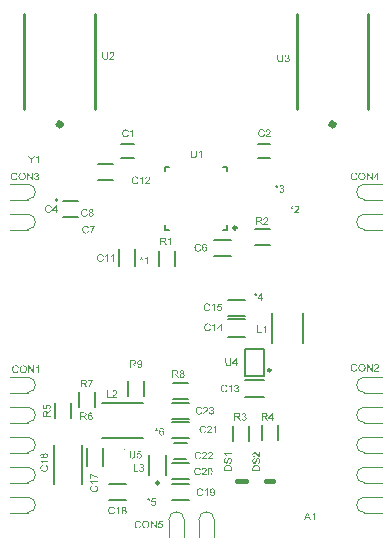
<source format=gto>
G04*
G04 #@! TF.GenerationSoftware,Altium Limited,Altium NEXUS,5.8.2 (18)*
G04*
G04 Layer_Color=65535*
%FSLAX44Y44*%
%MOMM*%
G71*
G04*
G04 #@! TF.SameCoordinates,3A1DB9EE-8D2C-4681-89B5-BFB965533D06*
G04*
G04*
G04 #@! TF.FilePolarity,Positive*
G04*
G01*
G75*
%ADD10C,0.2500*%
%ADD11C,0.1000*%
%ADD12C,0.5000*%
%ADD13C,0.1270*%
%ADD14C,0.1500*%
%ADD15C,0.2000*%
%ADD16C,0.2540*%
%ADD17C,0.4000*%
G36*
X108659Y14051D02*
X108742Y14044D01*
X108839Y14030D01*
X108943Y14016D01*
X109061Y13995D01*
X109186Y13967D01*
X109318Y13940D01*
X109449Y13898D01*
X109588Y13850D01*
X109727Y13794D01*
X109859Y13725D01*
X109990Y13655D01*
X110115Y13565D01*
X110122Y13558D01*
X110143Y13544D01*
X110177Y13517D01*
X110219Y13475D01*
X110275Y13427D01*
X110337Y13364D01*
X110399Y13295D01*
X110476Y13212D01*
X110552Y13122D01*
X110628Y13017D01*
X110704Y12907D01*
X110774Y12782D01*
X110850Y12650D01*
X110913Y12504D01*
X110975Y12352D01*
X111030Y12192D01*
X110198Y11998D01*
Y12005D01*
X110184Y12026D01*
X110177Y12068D01*
X110157Y12116D01*
X110136Y12171D01*
X110101Y12234D01*
X110032Y12386D01*
X109942Y12553D01*
X109824Y12726D01*
X109699Y12886D01*
X109623Y12955D01*
X109546Y13017D01*
X109539Y13024D01*
X109526Y13031D01*
X109505Y13045D01*
X109470Y13066D01*
X109429Y13094D01*
X109380Y13122D01*
X109325Y13149D01*
X109255Y13177D01*
X109179Y13205D01*
X109103Y13232D01*
X108922Y13288D01*
X108714Y13323D01*
X108603Y13336D01*
X108416D01*
X108361Y13329D01*
X108298Y13323D01*
X108222Y13316D01*
X108139Y13309D01*
X108056Y13295D01*
X107854Y13246D01*
X107647Y13184D01*
X107542Y13142D01*
X107438Y13094D01*
X107341Y13038D01*
X107244Y12976D01*
X107237Y12969D01*
X107224Y12962D01*
X107196Y12941D01*
X107161Y12914D01*
X107126Y12879D01*
X107078Y12830D01*
X107029Y12782D01*
X106974Y12726D01*
X106918Y12657D01*
X106856Y12588D01*
X106745Y12428D01*
X106641Y12241D01*
X106551Y12026D01*
Y12019D01*
X106544Y11998D01*
X106530Y11963D01*
X106523Y11922D01*
X106509Y11866D01*
X106489Y11804D01*
X106475Y11728D01*
X106454Y11651D01*
X106433Y11561D01*
X106419Y11464D01*
X106384Y11256D01*
X106364Y11034D01*
X106357Y10798D01*
Y10792D01*
Y10764D01*
Y10722D01*
X106364Y10660D01*
Y10590D01*
X106371Y10507D01*
X106377Y10417D01*
X106384Y10313D01*
X106398Y10202D01*
X106412Y10091D01*
X106454Y9848D01*
X106516Y9606D01*
X106593Y9370D01*
Y9363D01*
X106606Y9342D01*
X106620Y9315D01*
X106634Y9273D01*
X106662Y9218D01*
X106697Y9162D01*
X106773Y9030D01*
X106877Y8878D01*
X107002Y8732D01*
X107154Y8587D01*
X107237Y8524D01*
X107327Y8462D01*
X107334D01*
X107348Y8448D01*
X107376Y8434D01*
X107418Y8413D01*
X107466Y8392D01*
X107522Y8365D01*
X107584Y8344D01*
X107653Y8316D01*
X107813Y8261D01*
X108000Y8212D01*
X108201Y8177D01*
X108305Y8170D01*
X108416Y8163D01*
X108485D01*
X108534Y8170D01*
X108596Y8177D01*
X108666Y8184D01*
X108749Y8198D01*
X108832Y8212D01*
X109026Y8261D01*
X109123Y8295D01*
X109228Y8337D01*
X109332Y8385D01*
X109429Y8441D01*
X109526Y8503D01*
X109623Y8573D01*
X109630Y8580D01*
X109643Y8594D01*
X109671Y8614D01*
X109706Y8649D01*
X109741Y8691D01*
X109789Y8746D01*
X109838Y8808D01*
X109893Y8878D01*
X109949Y8961D01*
X110004Y9051D01*
X110060Y9148D01*
X110115Y9259D01*
X110164Y9377D01*
X110212Y9509D01*
X110261Y9647D01*
X110295Y9793D01*
X111141Y9578D01*
Y9564D01*
X111128Y9530D01*
X111114Y9481D01*
X111086Y9405D01*
X111058Y9322D01*
X111017Y9218D01*
X110975Y9107D01*
X110919Y8989D01*
X110857Y8857D01*
X110788Y8732D01*
X110711Y8594D01*
X110621Y8462D01*
X110524Y8337D01*
X110420Y8212D01*
X110302Y8094D01*
X110177Y7983D01*
X110170Y7976D01*
X110143Y7962D01*
X110108Y7935D01*
X110053Y7900D01*
X109990Y7858D01*
X109907Y7810D01*
X109817Y7761D01*
X109706Y7713D01*
X109588Y7664D01*
X109463Y7616D01*
X109325Y7567D01*
X109172Y7526D01*
X109012Y7491D01*
X108846Y7463D01*
X108673Y7449D01*
X108485Y7442D01*
X108389D01*
X108312Y7449D01*
X108229Y7456D01*
X108125Y7463D01*
X108014Y7477D01*
X107889Y7498D01*
X107757Y7519D01*
X107619Y7546D01*
X107480Y7581D01*
X107341Y7616D01*
X107196Y7664D01*
X107057Y7720D01*
X106925Y7782D01*
X106800Y7858D01*
X106794Y7865D01*
X106773Y7879D01*
X106738Y7900D01*
X106697Y7935D01*
X106641Y7983D01*
X106579Y8032D01*
X106509Y8094D01*
X106433Y8170D01*
X106357Y8254D01*
X106273Y8344D01*
X106197Y8441D01*
X106114Y8552D01*
X106031Y8670D01*
X105955Y8795D01*
X105885Y8933D01*
X105816Y9079D01*
X105809Y9086D01*
X105802Y9114D01*
X105788Y9162D01*
X105767Y9218D01*
X105740Y9294D01*
X105712Y9377D01*
X105684Y9481D01*
X105649Y9592D01*
X105622Y9717D01*
X105587Y9848D01*
X105559Y9987D01*
X105539Y10140D01*
X105497Y10459D01*
X105490Y10625D01*
X105483Y10792D01*
Y10805D01*
Y10833D01*
Y10889D01*
X105490Y10958D01*
X105497Y11048D01*
X105504Y11152D01*
X105518Y11263D01*
X105532Y11388D01*
X105552Y11520D01*
X105573Y11658D01*
X105642Y11956D01*
X105691Y12102D01*
X105740Y12248D01*
X105795Y12400D01*
X105864Y12539D01*
X105871Y12546D01*
X105885Y12574D01*
X105906Y12608D01*
X105934Y12664D01*
X105975Y12726D01*
X106024Y12796D01*
X106079Y12872D01*
X106142Y12962D01*
X106218Y13045D01*
X106294Y13142D01*
X106384Y13232D01*
X106482Y13329D01*
X106586Y13420D01*
X106697Y13510D01*
X106821Y13593D01*
X106946Y13669D01*
X106953Y13676D01*
X106981Y13683D01*
X107015Y13704D01*
X107071Y13732D01*
X107133Y13759D01*
X107217Y13794D01*
X107307Y13829D01*
X107404Y13863D01*
X107515Y13898D01*
X107640Y13933D01*
X107764Y13967D01*
X107903Y13995D01*
X108187Y14044D01*
X108340Y14051D01*
X108499Y14058D01*
X108589D01*
X108659Y14051D01*
D02*
G37*
G36*
X124171Y7546D02*
X123297D01*
X119941Y12567D01*
Y7546D01*
X119129D01*
Y13947D01*
X119996D01*
X123359Y8919D01*
Y13947D01*
X124171D01*
Y7546D01*
D02*
G37*
G36*
X129219Y13115D02*
X126660D01*
X126320Y11395D01*
X126327Y11402D01*
X126348Y11416D01*
X126376Y11430D01*
X126417Y11457D01*
X126473Y11485D01*
X126535Y11520D01*
X126605Y11561D01*
X126688Y11596D01*
X126771Y11631D01*
X126868Y11672D01*
X127069Y11735D01*
X127180Y11762D01*
X127291Y11783D01*
X127409Y11790D01*
X127527Y11797D01*
X127562D01*
X127610Y11790D01*
X127666D01*
X127735Y11776D01*
X127818Y11769D01*
X127915Y11748D01*
X128012Y11728D01*
X128123Y11693D01*
X128234Y11658D01*
X128352Y11610D01*
X128470Y11554D01*
X128588Y11485D01*
X128706Y11409D01*
X128823Y11319D01*
X128934Y11215D01*
X128941Y11208D01*
X128962Y11187D01*
X128990Y11152D01*
X129025Y11111D01*
X129073Y11055D01*
X129122Y10979D01*
X129170Y10903D01*
X129226Y10812D01*
X129281Y10708D01*
X129330Y10590D01*
X129385Y10473D01*
X129427Y10334D01*
X129461Y10195D01*
X129489Y10043D01*
X129510Y9883D01*
X129517Y9717D01*
Y9710D01*
Y9675D01*
Y9634D01*
X129510Y9571D01*
X129503Y9495D01*
X129489Y9412D01*
X129475Y9315D01*
X129455Y9204D01*
X129427Y9093D01*
X129392Y8968D01*
X129351Y8843D01*
X129302Y8718D01*
X129247Y8594D01*
X129177Y8462D01*
X129101Y8337D01*
X129011Y8219D01*
X129004Y8212D01*
X128983Y8184D01*
X128948Y8150D01*
X128900Y8101D01*
X128837Y8039D01*
X128761Y7976D01*
X128671Y7900D01*
X128567Y7831D01*
X128456Y7761D01*
X128331Y7685D01*
X128193Y7623D01*
X128040Y7567D01*
X127880Y7512D01*
X127707Y7477D01*
X127527Y7449D01*
X127333Y7442D01*
X127249D01*
X127187Y7449D01*
X127111Y7456D01*
X127028Y7470D01*
X126931Y7484D01*
X126826Y7505D01*
X126715Y7526D01*
X126598Y7560D01*
X126480Y7602D01*
X126362Y7650D01*
X126244Y7706D01*
X126126Y7768D01*
X126015Y7845D01*
X125904Y7928D01*
X125897Y7935D01*
X125883Y7949D01*
X125856Y7976D01*
X125821Y8018D01*
X125772Y8066D01*
X125724Y8122D01*
X125675Y8191D01*
X125620Y8274D01*
X125564Y8358D01*
X125509Y8455D01*
X125461Y8566D01*
X125412Y8677D01*
X125363Y8802D01*
X125329Y8933D01*
X125301Y9079D01*
X125280Y9225D01*
X126105Y9287D01*
Y9280D01*
X126112Y9259D01*
X126119Y9231D01*
X126126Y9190D01*
X126133Y9141D01*
X126154Y9079D01*
X126188Y8947D01*
X126244Y8802D01*
X126320Y8649D01*
X126410Y8510D01*
X126466Y8448D01*
X126521Y8385D01*
X126528D01*
X126535Y8372D01*
X126556Y8358D01*
X126584Y8337D01*
X126653Y8288D01*
X126750Y8240D01*
X126868Y8184D01*
X127007Y8136D01*
X127159Y8101D01*
X127242Y8094D01*
X127333Y8087D01*
X127388D01*
X127430Y8094D01*
X127478Y8101D01*
X127534Y8108D01*
X127666Y8143D01*
X127818Y8191D01*
X127894Y8226D01*
X127978Y8267D01*
X128061Y8316D01*
X128137Y8372D01*
X128213Y8434D01*
X128290Y8510D01*
X128296Y8517D01*
X128303Y8531D01*
X128324Y8552D01*
X128352Y8587D01*
X128380Y8635D01*
X128414Y8684D01*
X128449Y8746D01*
X128491Y8815D01*
X128525Y8892D01*
X128560Y8975D01*
X128595Y9072D01*
X128623Y9169D01*
X128650Y9280D01*
X128671Y9398D01*
X128678Y9516D01*
X128685Y9647D01*
Y9654D01*
Y9675D01*
Y9710D01*
X128678Y9758D01*
X128671Y9814D01*
X128664Y9883D01*
X128650Y9953D01*
X128636Y10036D01*
X128595Y10202D01*
X128525Y10382D01*
X128484Y10466D01*
X128428Y10549D01*
X128373Y10632D01*
X128303Y10708D01*
X128296Y10715D01*
X128290Y10722D01*
X128262Y10743D01*
X128234Y10771D01*
X128200Y10798D01*
X128151Y10833D01*
X128102Y10868D01*
X128040Y10910D01*
X127971Y10944D01*
X127901Y10979D01*
X127728Y11041D01*
X127638Y11069D01*
X127534Y11090D01*
X127430Y11097D01*
X127319Y11104D01*
X127256D01*
X127180Y11097D01*
X127090Y11083D01*
X126979Y11062D01*
X126861Y11027D01*
X126743Y10986D01*
X126625Y10923D01*
X126611Y10916D01*
X126577Y10896D01*
X126521Y10854D01*
X126452Y10805D01*
X126383Y10736D01*
X126299Y10660D01*
X126223Y10570D01*
X126154Y10473D01*
X125419Y10577D01*
X126036Y13863D01*
X129219D01*
Y13115D01*
D02*
G37*
G36*
X115135Y14051D02*
X115219Y14044D01*
X115309Y14037D01*
X115406Y14023D01*
X115517Y14002D01*
X115642Y13981D01*
X115766Y13954D01*
X115898Y13919D01*
X116037Y13877D01*
X116176Y13829D01*
X116314Y13773D01*
X116446Y13711D01*
X116585Y13635D01*
X116592Y13628D01*
X116619Y13614D01*
X116654Y13593D01*
X116703Y13558D01*
X116765Y13517D01*
X116827Y13461D01*
X116904Y13399D01*
X116987Y13329D01*
X117077Y13246D01*
X117167Y13156D01*
X117257Y13059D01*
X117347Y12955D01*
X117431Y12844D01*
X117521Y12719D01*
X117597Y12588D01*
X117673Y12449D01*
X117680Y12442D01*
X117687Y12414D01*
X117708Y12373D01*
X117729Y12317D01*
X117764Y12248D01*
X117791Y12158D01*
X117826Y12061D01*
X117861Y11950D01*
X117895Y11832D01*
X117930Y11700D01*
X117965Y11554D01*
X117992Y11409D01*
X118013Y11249D01*
X118034Y11083D01*
X118041Y10916D01*
X118048Y10736D01*
Y10722D01*
Y10695D01*
Y10639D01*
X118041Y10570D01*
X118034Y10487D01*
X118027Y10389D01*
X118013Y10279D01*
X117999Y10154D01*
X117978Y10022D01*
X117951Y9883D01*
X117923Y9738D01*
X117881Y9592D01*
X117833Y9439D01*
X117784Y9294D01*
X117722Y9141D01*
X117653Y8996D01*
X117646Y8989D01*
X117632Y8961D01*
X117611Y8919D01*
X117583Y8871D01*
X117542Y8808D01*
X117493Y8732D01*
X117431Y8649D01*
X117368Y8559D01*
X117292Y8469D01*
X117209Y8372D01*
X117112Y8274D01*
X117015Y8177D01*
X116911Y8087D01*
X116793Y7997D01*
X116668Y7907D01*
X116536Y7831D01*
X116529Y7824D01*
X116502Y7817D01*
X116467Y7796D01*
X116411Y7768D01*
X116342Y7740D01*
X116266Y7706D01*
X116176Y7671D01*
X116072Y7637D01*
X115961Y7602D01*
X115843Y7567D01*
X115711Y7533D01*
X115579Y7505D01*
X115288Y7456D01*
X115135Y7449D01*
X114983Y7442D01*
X114893D01*
X114830Y7449D01*
X114754Y7456D01*
X114657Y7463D01*
X114560Y7477D01*
X114442Y7498D01*
X114324Y7519D01*
X114192Y7546D01*
X114061Y7581D01*
X113922Y7623D01*
X113783Y7671D01*
X113645Y7734D01*
X113506Y7796D01*
X113367Y7872D01*
X113360Y7879D01*
X113340Y7893D01*
X113298Y7921D01*
X113249Y7955D01*
X113194Y7997D01*
X113125Y8053D01*
X113048Y8115D01*
X112965Y8184D01*
X112875Y8267D01*
X112792Y8358D01*
X112702Y8455D01*
X112611Y8559D01*
X112521Y8677D01*
X112438Y8795D01*
X112362Y8926D01*
X112285Y9065D01*
X112278Y9072D01*
X112272Y9100D01*
X112251Y9141D01*
X112230Y9197D01*
X112202Y9266D01*
X112175Y9349D01*
X112140Y9439D01*
X112105Y9550D01*
X112071Y9661D01*
X112036Y9786D01*
X112008Y9918D01*
X111980Y10057D01*
X111939Y10348D01*
X111932Y10507D01*
X111925Y10660D01*
Y10667D01*
Y10681D01*
Y10702D01*
Y10729D01*
X111932Y10771D01*
Y10812D01*
X111939Y10923D01*
X111953Y11055D01*
X111973Y11215D01*
X111994Y11381D01*
X112029Y11568D01*
X112077Y11769D01*
X112133Y11970D01*
X112202Y12178D01*
X112285Y12386D01*
X112383Y12594D01*
X112493Y12789D01*
X112625Y12983D01*
X112778Y13156D01*
X112785Y13163D01*
X112819Y13198D01*
X112868Y13239D01*
X112930Y13295D01*
X113020Y13364D01*
X113118Y13441D01*
X113236Y13524D01*
X113374Y13607D01*
X113527Y13690D01*
X113693Y13773D01*
X113873Y13850D01*
X114074Y13919D01*
X114283Y13974D01*
X114504Y14016D01*
X114740Y14051D01*
X114990Y14058D01*
X115073D01*
X115135Y14051D01*
D02*
G37*
G36*
X291694Y308801D02*
X291777Y308794D01*
X291874Y308780D01*
X291978Y308766D01*
X292096Y308745D01*
X292221Y308717D01*
X292352Y308690D01*
X292484Y308648D01*
X292623Y308600D01*
X292761Y308544D01*
X292893Y308475D01*
X293025Y308405D01*
X293150Y308315D01*
X293157Y308308D01*
X293178Y308295D01*
X293212Y308267D01*
X293254Y308225D01*
X293309Y308177D01*
X293372Y308114D01*
X293434Y308045D01*
X293510Y307962D01*
X293587Y307871D01*
X293663Y307768D01*
X293739Y307656D01*
X293808Y307532D01*
X293885Y307400D01*
X293947Y307254D01*
X294010Y307102D01*
X294065Y306942D01*
X293233Y306748D01*
Y306755D01*
X293219Y306776D01*
X293212Y306817D01*
X293191Y306866D01*
X293171Y306922D01*
X293136Y306984D01*
X293067Y307136D01*
X292976Y307303D01*
X292859Y307476D01*
X292734Y307636D01*
X292657Y307705D01*
X292581Y307768D01*
X292574Y307774D01*
X292560Y307781D01*
X292540Y307795D01*
X292505Y307816D01*
X292463Y307844D01*
X292415Y307871D01*
X292359Y307899D01*
X292290Y307927D01*
X292214Y307955D01*
X292137Y307982D01*
X291957Y308038D01*
X291749Y308073D01*
X291638Y308086D01*
X291451D01*
X291395Y308079D01*
X291333Y308073D01*
X291257Y308066D01*
X291173Y308059D01*
X291090Y308045D01*
X290889Y307996D01*
X290681Y307934D01*
X290577Y307892D01*
X290473Y307844D01*
X290376Y307788D01*
X290279Y307726D01*
X290272Y307719D01*
X290258Y307712D01*
X290231Y307691D01*
X290196Y307663D01*
X290161Y307629D01*
X290113Y307580D01*
X290064Y307532D01*
X290009Y307476D01*
X289953Y307407D01*
X289891Y307338D01*
X289780Y307178D01*
X289676Y306991D01*
X289586Y306776D01*
Y306769D01*
X289579Y306748D01*
X289565Y306714D01*
X289558Y306672D01*
X289544Y306616D01*
X289523Y306554D01*
X289509Y306478D01*
X289489Y306401D01*
X289468Y306311D01*
X289454Y306214D01*
X289419Y306006D01*
X289398Y305784D01*
X289391Y305548D01*
Y305542D01*
Y305514D01*
Y305472D01*
X289398Y305410D01*
Y305340D01*
X289405Y305257D01*
X289412Y305167D01*
X289419Y305063D01*
X289433Y304952D01*
X289447Y304841D01*
X289489Y304599D01*
X289551Y304356D01*
X289627Y304120D01*
Y304113D01*
X289641Y304092D01*
X289655Y304065D01*
X289669Y304023D01*
X289697Y303967D01*
X289731Y303912D01*
X289807Y303780D01*
X289911Y303628D01*
X290036Y303482D01*
X290189Y303337D01*
X290272Y303274D01*
X290362Y303212D01*
X290369D01*
X290383Y303198D01*
X290411Y303184D01*
X290452Y303163D01*
X290501Y303142D01*
X290556Y303115D01*
X290619Y303094D01*
X290688Y303066D01*
X290848Y303011D01*
X291035Y302962D01*
X291236Y302927D01*
X291340Y302920D01*
X291451Y302913D01*
X291520D01*
X291569Y302920D01*
X291631Y302927D01*
X291700Y302934D01*
X291784Y302948D01*
X291867Y302962D01*
X292061Y303011D01*
X292158Y303045D01*
X292262Y303087D01*
X292366Y303135D01*
X292463Y303191D01*
X292560Y303253D01*
X292657Y303323D01*
X292664Y303330D01*
X292678Y303344D01*
X292706Y303364D01*
X292741Y303399D01*
X292775Y303440D01*
X292824Y303496D01*
X292872Y303558D01*
X292928Y303628D01*
X292983Y303711D01*
X293039Y303801D01*
X293094Y303898D01*
X293150Y304009D01*
X293198Y304127D01*
X293247Y304259D01*
X293295Y304398D01*
X293330Y304543D01*
X294176Y304328D01*
Y304314D01*
X294162Y304280D01*
X294148Y304231D01*
X294121Y304155D01*
X294093Y304072D01*
X294051Y303967D01*
X294010Y303857D01*
X293954Y303739D01*
X293892Y303607D01*
X293822Y303482D01*
X293746Y303344D01*
X293656Y303212D01*
X293559Y303087D01*
X293455Y302962D01*
X293337Y302844D01*
X293212Y302733D01*
X293205Y302726D01*
X293178Y302712D01*
X293143Y302685D01*
X293087Y302650D01*
X293025Y302608D01*
X292942Y302560D01*
X292852Y302511D01*
X292741Y302463D01*
X292623Y302414D01*
X292498Y302366D01*
X292359Y302317D01*
X292207Y302276D01*
X292047Y302241D01*
X291881Y302213D01*
X291707Y302199D01*
X291520Y302192D01*
X291423D01*
X291347Y302199D01*
X291264Y302206D01*
X291160Y302213D01*
X291049Y302227D01*
X290924Y302248D01*
X290792Y302269D01*
X290653Y302296D01*
X290515Y302331D01*
X290376Y302366D01*
X290231Y302414D01*
X290092Y302470D01*
X289960Y302532D01*
X289835Y302608D01*
X289828Y302615D01*
X289807Y302629D01*
X289773Y302650D01*
X289731Y302685D01*
X289676Y302733D01*
X289613Y302782D01*
X289544Y302844D01*
X289468Y302920D01*
X289391Y303004D01*
X289308Y303094D01*
X289232Y303191D01*
X289149Y303302D01*
X289065Y303420D01*
X288989Y303545D01*
X288920Y303683D01*
X288851Y303829D01*
X288844Y303836D01*
X288837Y303864D01*
X288823Y303912D01*
X288802Y303967D01*
X288774Y304044D01*
X288746Y304127D01*
X288719Y304231D01*
X288684Y304342D01*
X288656Y304467D01*
X288622Y304599D01*
X288594Y304737D01*
X288573Y304890D01*
X288532Y305209D01*
X288525Y305375D01*
X288518Y305542D01*
Y305555D01*
Y305583D01*
Y305639D01*
X288525Y305708D01*
X288532Y305798D01*
X288538Y305902D01*
X288552Y306013D01*
X288566Y306138D01*
X288587Y306270D01*
X288608Y306408D01*
X288677Y306707D01*
X288726Y306852D01*
X288774Y306998D01*
X288830Y307150D01*
X288899Y307289D01*
X288906Y307296D01*
X288920Y307324D01*
X288941Y307358D01*
X288968Y307414D01*
X289010Y307476D01*
X289059Y307546D01*
X289114Y307622D01*
X289177Y307712D01*
X289253Y307795D01*
X289329Y307892D01*
X289419Y307982D01*
X289516Y308079D01*
X289620Y308170D01*
X289731Y308260D01*
X289856Y308343D01*
X289981Y308419D01*
X289988Y308426D01*
X290016Y308433D01*
X290050Y308454D01*
X290106Y308482D01*
X290168Y308509D01*
X290251Y308544D01*
X290341Y308579D01*
X290438Y308613D01*
X290549Y308648D01*
X290674Y308683D01*
X290799Y308717D01*
X290938Y308745D01*
X291222Y308794D01*
X291375Y308801D01*
X291534Y308808D01*
X291624D01*
X291694Y308801D01*
D02*
G37*
G36*
X307205Y302296D02*
X306332D01*
X302976Y307317D01*
Y302296D01*
X302164D01*
Y308697D01*
X303031D01*
X306394Y303669D01*
Y308697D01*
X307205D01*
Y302296D01*
D02*
G37*
G36*
X311616Y304550D02*
X312482D01*
Y303829D01*
X311616D01*
Y302296D01*
X310832D01*
Y303829D01*
X308044D01*
Y304550D01*
X310971Y308697D01*
X311616D01*
Y304550D01*
D02*
G37*
G36*
X298170Y308801D02*
X298253Y308794D01*
X298344Y308787D01*
X298441Y308773D01*
X298552Y308752D01*
X298676Y308731D01*
X298801Y308704D01*
X298933Y308669D01*
X299072Y308627D01*
X299210Y308579D01*
X299349Y308523D01*
X299481Y308461D01*
X299619Y308385D01*
X299626Y308378D01*
X299654Y308364D01*
X299689Y308343D01*
X299737Y308308D01*
X299800Y308267D01*
X299862Y308211D01*
X299938Y308149D01*
X300021Y308079D01*
X300112Y307996D01*
X300202Y307906D01*
X300292Y307809D01*
X300382Y307705D01*
X300465Y307594D01*
X300555Y307469D01*
X300632Y307338D01*
X300708Y307199D01*
X300715Y307192D01*
X300722Y307164D01*
X300743Y307123D01*
X300763Y307067D01*
X300798Y306998D01*
X300826Y306908D01*
X300861Y306811D01*
X300895Y306700D01*
X300930Y306582D01*
X300965Y306450D01*
X300999Y306304D01*
X301027Y306159D01*
X301048Y305999D01*
X301069Y305833D01*
X301075Y305666D01*
X301082Y305486D01*
Y305472D01*
Y305445D01*
Y305389D01*
X301075Y305320D01*
X301069Y305236D01*
X301062Y305139D01*
X301048Y305028D01*
X301034Y304904D01*
X301013Y304772D01*
X300985Y304633D01*
X300958Y304488D01*
X300916Y304342D01*
X300868Y304189D01*
X300819Y304044D01*
X300757Y303891D01*
X300687Y303746D01*
X300680Y303739D01*
X300666Y303711D01*
X300646Y303669D01*
X300618Y303621D01*
X300576Y303558D01*
X300528Y303482D01*
X300465Y303399D01*
X300403Y303309D01*
X300327Y303219D01*
X300243Y303122D01*
X300146Y303025D01*
X300049Y302927D01*
X299945Y302837D01*
X299827Y302747D01*
X299703Y302657D01*
X299571Y302581D01*
X299564Y302574D01*
X299536Y302567D01*
X299501Y302546D01*
X299446Y302518D01*
X299377Y302491D01*
X299300Y302456D01*
X299210Y302421D01*
X299106Y302386D01*
X298995Y302352D01*
X298877Y302317D01*
X298746Y302283D01*
X298614Y302255D01*
X298323Y302206D01*
X298170Y302199D01*
X298018Y302192D01*
X297927D01*
X297865Y302199D01*
X297789Y302206D01*
X297692Y302213D01*
X297595Y302227D01*
X297477Y302248D01*
X297359Y302269D01*
X297227Y302296D01*
X297095Y302331D01*
X296957Y302373D01*
X296818Y302421D01*
X296679Y302484D01*
X296541Y302546D01*
X296402Y302622D01*
X296395Y302629D01*
X296374Y302643D01*
X296333Y302671D01*
X296284Y302705D01*
X296229Y302747D01*
X296159Y302803D01*
X296083Y302865D01*
X296000Y302934D01*
X295910Y303018D01*
X295826Y303108D01*
X295736Y303205D01*
X295646Y303309D01*
X295556Y303427D01*
X295473Y303545D01*
X295396Y303676D01*
X295320Y303815D01*
X295313Y303822D01*
X295306Y303850D01*
X295285Y303891D01*
X295265Y303947D01*
X295237Y304016D01*
X295209Y304099D01*
X295175Y304189D01*
X295140Y304300D01*
X295105Y304411D01*
X295070Y304536D01*
X295043Y304668D01*
X295015Y304807D01*
X294974Y305098D01*
X294967Y305257D01*
X294960Y305410D01*
Y305417D01*
Y305431D01*
Y305452D01*
Y305479D01*
X294967Y305521D01*
Y305562D01*
X294974Y305673D01*
X294987Y305805D01*
X295008Y305965D01*
X295029Y306131D01*
X295064Y306318D01*
X295112Y306519D01*
X295168Y306720D01*
X295237Y306928D01*
X295320Y307136D01*
X295417Y307344D01*
X295528Y307539D01*
X295660Y307733D01*
X295812Y307906D01*
X295819Y307913D01*
X295854Y307948D01*
X295903Y307989D01*
X295965Y308045D01*
X296055Y308114D01*
X296152Y308190D01*
X296270Y308274D01*
X296409Y308357D01*
X296561Y308440D01*
X296728Y308523D01*
X296908Y308600D01*
X297109Y308669D01*
X297317Y308724D01*
X297539Y308766D01*
X297775Y308801D01*
X298025Y308808D01*
X298108D01*
X298170Y308801D01*
D02*
G37*
G36*
X3933Y308804D02*
X4016Y308797D01*
X4114Y308783D01*
X4218Y308769D01*
X4335Y308749D01*
X4460Y308721D01*
X4592Y308693D01*
X4724Y308652D01*
X4862Y308603D01*
X5001Y308548D01*
X5133Y308478D01*
X5265Y308409D01*
X5389Y308319D01*
X5396Y308312D01*
X5417Y308298D01*
X5452Y308270D01*
X5493Y308229D01*
X5549Y308180D01*
X5611Y308118D01*
X5674Y308048D01*
X5750Y307965D01*
X5826Y307875D01*
X5903Y307771D01*
X5979Y307660D01*
X6048Y307535D01*
X6124Y307403D01*
X6187Y307258D01*
X6249Y307105D01*
X6305Y306946D01*
X5473Y306752D01*
Y306759D01*
X5459Y306779D01*
X5452Y306821D01*
X5431Y306870D01*
X5410Y306925D01*
X5375Y306987D01*
X5306Y307140D01*
X5216Y307306D01*
X5098Y307480D01*
X4973Y307639D01*
X4897Y307709D01*
X4821Y307771D01*
X4814Y307778D01*
X4800Y307785D01*
X4779Y307799D01*
X4744Y307819D01*
X4703Y307847D01*
X4654Y307875D01*
X4599Y307903D01*
X4530Y307930D01*
X4453Y307958D01*
X4377Y307986D01*
X4197Y308041D01*
X3989Y308076D01*
X3878Y308090D01*
X3690D01*
X3635Y308083D01*
X3573Y308076D01*
X3496Y308069D01*
X3413Y308062D01*
X3330Y308048D01*
X3129Y308000D01*
X2921Y307937D01*
X2817Y307896D01*
X2713Y307847D01*
X2616Y307792D01*
X2519Y307729D01*
X2512Y307722D01*
X2498Y307715D01*
X2470Y307695D01*
X2435Y307667D01*
X2401Y307632D01*
X2352Y307584D01*
X2304Y307535D01*
X2248Y307480D01*
X2193Y307410D01*
X2130Y307341D01*
X2019Y307182D01*
X1915Y306994D01*
X1825Y306779D01*
Y306772D01*
X1818Y306752D01*
X1804Y306717D01*
X1797Y306675D01*
X1784Y306620D01*
X1763Y306558D01*
X1749Y306481D01*
X1728Y306405D01*
X1707Y306315D01*
X1693Y306218D01*
X1659Y306010D01*
X1638Y305788D01*
X1631Y305552D01*
Y305545D01*
Y305517D01*
Y305476D01*
X1638Y305413D01*
Y305344D01*
X1645Y305261D01*
X1652Y305171D01*
X1659Y305067D01*
X1673Y304956D01*
X1687Y304845D01*
X1728Y304602D01*
X1790Y304359D01*
X1867Y304124D01*
Y304117D01*
X1881Y304096D01*
X1894Y304068D01*
X1908Y304027D01*
X1936Y303971D01*
X1971Y303916D01*
X2047Y303784D01*
X2151Y303631D01*
X2276Y303486D01*
X2429Y303340D01*
X2512Y303278D01*
X2602Y303215D01*
X2609D01*
X2623Y303201D01*
X2650Y303188D01*
X2692Y303167D01*
X2740Y303146D01*
X2796Y303118D01*
X2858Y303097D01*
X2928Y303070D01*
X3087Y303014D01*
X3274Y302966D01*
X3476Y302931D01*
X3580Y302924D01*
X3690Y302917D01*
X3760D01*
X3808Y302924D01*
X3871Y302931D01*
X3940Y302938D01*
X4023Y302952D01*
X4107Y302966D01*
X4301Y303014D01*
X4398Y303049D01*
X4502Y303090D01*
X4606Y303139D01*
X4703Y303194D01*
X4800Y303257D01*
X4897Y303326D01*
X4904Y303333D01*
X4918Y303347D01*
X4946Y303368D01*
X4980Y303402D01*
X5015Y303444D01*
X5063Y303500D01*
X5112Y303562D01*
X5167Y303631D01*
X5223Y303715D01*
X5278Y303805D01*
X5334Y303902D01*
X5389Y304013D01*
X5438Y304130D01*
X5487Y304262D01*
X5535Y304401D01*
X5570Y304547D01*
X6416Y304332D01*
Y304318D01*
X6402Y304283D01*
X6388Y304235D01*
X6360Y304158D01*
X6332Y304075D01*
X6291Y303971D01*
X6249Y303860D01*
X6194Y303742D01*
X6131Y303610D01*
X6062Y303486D01*
X5986Y303347D01*
X5896Y303215D01*
X5799Y303090D01*
X5695Y302966D01*
X5577Y302848D01*
X5452Y302737D01*
X5445Y302730D01*
X5417Y302716D01*
X5382Y302688D01*
X5327Y302654D01*
X5265Y302612D01*
X5181Y302563D01*
X5091Y302515D01*
X4980Y302466D01*
X4862Y302418D01*
X4738Y302369D01*
X4599Y302321D01*
X4446Y302279D01*
X4287Y302244D01*
X4120Y302217D01*
X3947Y302203D01*
X3760Y302196D01*
X3663D01*
X3586Y302203D01*
X3503Y302210D01*
X3399Y302217D01*
X3288Y302230D01*
X3164Y302251D01*
X3032Y302272D01*
X2893Y302300D01*
X2754Y302334D01*
X2616Y302369D01*
X2470Y302418D01*
X2331Y302473D01*
X2200Y302536D01*
X2075Y302612D01*
X2068Y302619D01*
X2047Y302633D01*
X2012Y302654D01*
X1971Y302688D01*
X1915Y302737D01*
X1853Y302785D01*
X1784Y302848D01*
X1707Y302924D01*
X1631Y303007D01*
X1548Y303097D01*
X1471Y303194D01*
X1388Y303305D01*
X1305Y303423D01*
X1229Y303548D01*
X1160Y303687D01*
X1090Y303832D01*
X1083Y303839D01*
X1076Y303867D01*
X1062Y303916D01*
X1042Y303971D01*
X1014Y304047D01*
X986Y304130D01*
X958Y304235D01*
X924Y304345D01*
X896Y304470D01*
X861Y304602D01*
X834Y304741D01*
X813Y304893D01*
X771Y305212D01*
X764Y305379D01*
X757Y305545D01*
Y305559D01*
Y305587D01*
Y305642D01*
X764Y305711D01*
X771Y305802D01*
X778Y305906D01*
X792Y306017D01*
X806Y306141D01*
X827Y306273D01*
X847Y306412D01*
X917Y306710D01*
X965Y306856D01*
X1014Y307001D01*
X1069Y307154D01*
X1139Y307292D01*
X1146Y307299D01*
X1160Y307327D01*
X1180Y307362D01*
X1208Y307417D01*
X1250Y307480D01*
X1298Y307549D01*
X1354Y307625D01*
X1416Y307715D01*
X1492Y307799D01*
X1569Y307896D01*
X1659Y307986D01*
X1756Y308083D01*
X1860Y308173D01*
X1971Y308263D01*
X2096Y308347D01*
X2220Y308423D01*
X2227Y308430D01*
X2255Y308437D01*
X2290Y308457D01*
X2345Y308485D01*
X2408Y308513D01*
X2491Y308548D01*
X2581Y308582D01*
X2678Y308617D01*
X2789Y308652D01*
X2914Y308686D01*
X3039Y308721D01*
X3177Y308749D01*
X3462Y308797D01*
X3614Y308804D01*
X3774Y308811D01*
X3864D01*
X3933Y308804D01*
D02*
G37*
G36*
X22690Y308714D02*
X22739Y308707D01*
X22871Y308693D01*
X23016Y308666D01*
X23182Y308624D01*
X23349Y308568D01*
X23515Y308492D01*
X23522D01*
X23536Y308485D01*
X23557Y308471D01*
X23592Y308451D01*
X23668Y308402D01*
X23765Y308333D01*
X23876Y308242D01*
X23987Y308139D01*
X24098Y308021D01*
X24195Y307882D01*
Y307875D01*
X24202Y307868D01*
X24216Y307840D01*
X24230Y307813D01*
X24250Y307778D01*
X24271Y307736D01*
X24313Y307632D01*
X24354Y307507D01*
X24396Y307369D01*
X24424Y307216D01*
X24431Y307057D01*
Y307050D01*
Y307036D01*
Y307015D01*
Y306987D01*
X24417Y306904D01*
X24403Y306807D01*
X24375Y306689D01*
X24334Y306564D01*
X24278Y306433D01*
X24202Y306301D01*
Y306294D01*
X24195Y306287D01*
X24160Y306245D01*
X24112Y306183D01*
X24035Y306107D01*
X23945Y306017D01*
X23827Y305926D01*
X23696Y305843D01*
X23543Y305760D01*
X23550D01*
X23571Y305753D01*
X23599Y305746D01*
X23640Y305732D01*
X23682Y305718D01*
X23737Y305698D01*
X23869Y305642D01*
X24008Y305566D01*
X24153Y305476D01*
X24299Y305358D01*
X24424Y305212D01*
X24431Y305205D01*
X24438Y305191D01*
X24451Y305171D01*
X24472Y305136D01*
X24500Y305101D01*
X24528Y305053D01*
X24555Y304997D01*
X24583Y304928D01*
X24611Y304859D01*
X24639Y304782D01*
X24694Y304609D01*
X24729Y304408D01*
X24743Y304297D01*
Y304186D01*
Y304179D01*
Y304151D01*
X24736Y304103D01*
Y304047D01*
X24722Y303971D01*
X24708Y303888D01*
X24694Y303798D01*
X24666Y303694D01*
X24632Y303583D01*
X24590Y303472D01*
X24542Y303354D01*
X24479Y303236D01*
X24410Y303111D01*
X24327Y302993D01*
X24237Y302875D01*
X24126Y302764D01*
X24119Y302757D01*
X24098Y302737D01*
X24063Y302709D01*
X24015Y302674D01*
X23959Y302633D01*
X23883Y302584D01*
X23800Y302529D01*
X23703Y302480D01*
X23599Y302425D01*
X23481Y302369D01*
X23356Y302321D01*
X23217Y302279D01*
X23072Y302244D01*
X22919Y302217D01*
X22759Y302196D01*
X22586Y302189D01*
X22552D01*
X22503Y302196D01*
X22448D01*
X22371Y302203D01*
X22288Y302217D01*
X22198Y302230D01*
X22094Y302251D01*
X21983Y302279D01*
X21872Y302314D01*
X21754Y302348D01*
X21636Y302397D01*
X21518Y302459D01*
X21407Y302522D01*
X21290Y302598D01*
X21186Y302688D01*
X21179Y302695D01*
X21165Y302709D01*
X21137Y302737D01*
X21095Y302778D01*
X21054Y302827D01*
X21005Y302889D01*
X20957Y302959D01*
X20901Y303042D01*
X20846Y303125D01*
X20790Y303229D01*
X20735Y303333D01*
X20686Y303451D01*
X20645Y303576D01*
X20603Y303708D01*
X20575Y303846D01*
X20554Y303992D01*
X21338Y304096D01*
Y304089D01*
X21345Y304068D01*
X21352Y304033D01*
X21366Y303985D01*
X21380Y303929D01*
X21393Y303867D01*
X21442Y303721D01*
X21504Y303562D01*
X21581Y303402D01*
X21678Y303257D01*
X21733Y303194D01*
X21789Y303132D01*
X21796D01*
X21803Y303118D01*
X21823Y303104D01*
X21844Y303083D01*
X21914Y303042D01*
X22011Y302986D01*
X22129Y302931D01*
X22260Y302889D01*
X22420Y302855D01*
X22586Y302841D01*
X22642D01*
X22683Y302848D01*
X22725Y302855D01*
X22787Y302861D01*
X22912Y302889D01*
X23065Y302931D01*
X23224Y303000D01*
X23300Y303049D01*
X23377Y303097D01*
X23453Y303153D01*
X23529Y303222D01*
X23536Y303229D01*
X23543Y303243D01*
X23564Y303264D01*
X23592Y303291D01*
X23619Y303326D01*
X23647Y303375D01*
X23682Y303423D01*
X23723Y303486D01*
X23793Y303624D01*
X23848Y303784D01*
X23897Y303971D01*
X23904Y304068D01*
X23911Y304172D01*
Y304179D01*
Y304193D01*
Y304228D01*
X23904Y304262D01*
X23897Y304311D01*
X23890Y304359D01*
X23869Y304484D01*
X23821Y304630D01*
X23758Y304775D01*
X23716Y304852D01*
X23668Y304921D01*
X23612Y304990D01*
X23550Y305060D01*
X23543Y305067D01*
X23536Y305074D01*
X23515Y305094D01*
X23488Y305115D01*
X23453Y305143D01*
X23411Y305171D01*
X23307Y305240D01*
X23176Y305302D01*
X23023Y305358D01*
X22850Y305399D01*
X22753Y305406D01*
X22655Y305413D01*
X22614D01*
X22565Y305406D01*
X22503D01*
X22420Y305392D01*
X22330Y305379D01*
X22219Y305358D01*
X22101Y305330D01*
X22184Y306017D01*
X22198D01*
X22232Y306010D01*
X22274Y306003D01*
X22364D01*
X22399Y306010D01*
X22448D01*
X22496Y306017D01*
X22614Y306037D01*
X22753Y306065D01*
X22905Y306114D01*
X23065Y306176D01*
X23217Y306266D01*
X23224D01*
X23238Y306280D01*
X23252Y306294D01*
X23280Y306315D01*
X23349Y306377D01*
X23425Y306467D01*
X23495Y306578D01*
X23564Y306717D01*
X23592Y306793D01*
X23605Y306883D01*
X23619Y306973D01*
X23626Y307071D01*
Y307078D01*
Y307091D01*
Y307112D01*
X23619Y307147D01*
X23612Y307223D01*
X23592Y307327D01*
X23557Y307438D01*
X23502Y307556D01*
X23425Y307681D01*
X23384Y307736D01*
X23328Y307792D01*
X23314Y307806D01*
X23273Y307833D01*
X23210Y307882D01*
X23127Y307937D01*
X23016Y307986D01*
X22884Y308034D01*
X22739Y308062D01*
X22572Y308076D01*
X22531D01*
X22496Y308069D01*
X22454D01*
X22413Y308062D01*
X22302Y308041D01*
X22184Y308007D01*
X22052Y307951D01*
X21927Y307882D01*
X21803Y307785D01*
X21789Y307771D01*
X21754Y307729D01*
X21699Y307667D01*
X21643Y307570D01*
X21574Y307452D01*
X21511Y307299D01*
X21456Y307126D01*
X21414Y306925D01*
X20631Y307064D01*
Y307071D01*
X20638Y307098D01*
X20645Y307140D01*
X20659Y307195D01*
X20679Y307258D01*
X20700Y307334D01*
X20728Y307417D01*
X20763Y307507D01*
X20853Y307709D01*
X20901Y307806D01*
X20964Y307910D01*
X21033Y308007D01*
X21109Y308104D01*
X21192Y308201D01*
X21283Y308284D01*
X21290Y308291D01*
X21303Y308305D01*
X21338Y308326D01*
X21373Y308353D01*
X21428Y308388D01*
X21484Y308423D01*
X21553Y308464D01*
X21636Y308506D01*
X21719Y308541D01*
X21816Y308582D01*
X21920Y308617D01*
X22032Y308652D01*
X22156Y308679D01*
X22281Y308700D01*
X22413Y308714D01*
X22552Y308721D01*
X22642D01*
X22690Y308714D01*
D02*
G37*
G36*
X19445Y302300D02*
X18571D01*
X15215Y307320D01*
Y302300D01*
X14404D01*
Y308700D01*
X15271D01*
X18634Y303673D01*
Y308700D01*
X19445D01*
Y302300D01*
D02*
G37*
G36*
X10410Y308804D02*
X10493Y308797D01*
X10583Y308790D01*
X10680Y308776D01*
X10791Y308756D01*
X10916Y308735D01*
X11041Y308707D01*
X11172Y308672D01*
X11311Y308631D01*
X11450Y308582D01*
X11588Y308527D01*
X11720Y308464D01*
X11859Y308388D01*
X11866Y308381D01*
X11894Y308367D01*
X11928Y308347D01*
X11977Y308312D01*
X12039Y308270D01*
X12102Y308215D01*
X12178Y308152D01*
X12261Y308083D01*
X12351Y308000D01*
X12442Y307910D01*
X12532Y307813D01*
X12622Y307709D01*
X12705Y307598D01*
X12795Y307473D01*
X12871Y307341D01*
X12948Y307202D01*
X12955Y307195D01*
X12961Y307168D01*
X12982Y307126D01*
X13003Y307071D01*
X13038Y307001D01*
X13066Y306911D01*
X13100Y306814D01*
X13135Y306703D01*
X13169Y306585D01*
X13204Y306453D01*
X13239Y306308D01*
X13267Y306162D01*
X13287Y306003D01*
X13308Y305836D01*
X13315Y305670D01*
X13322Y305490D01*
Y305476D01*
Y305448D01*
Y305392D01*
X13315Y305323D01*
X13308Y305240D01*
X13301Y305143D01*
X13287Y305032D01*
X13274Y304907D01*
X13253Y304775D01*
X13225Y304637D01*
X13197Y304491D01*
X13156Y304345D01*
X13107Y304193D01*
X13059Y304047D01*
X12996Y303895D01*
X12927Y303749D01*
X12920Y303742D01*
X12906Y303715D01*
X12885Y303673D01*
X12858Y303624D01*
X12816Y303562D01*
X12767Y303486D01*
X12705Y303402D01*
X12643Y303312D01*
X12566Y303222D01*
X12483Y303125D01*
X12386Y303028D01*
X12289Y302931D01*
X12185Y302841D01*
X12067Y302751D01*
X11942Y302661D01*
X11810Y302584D01*
X11803Y302577D01*
X11776Y302570D01*
X11741Y302549D01*
X11686Y302522D01*
X11616Y302494D01*
X11540Y302459D01*
X11450Y302425D01*
X11346Y302390D01*
X11235Y302355D01*
X11117Y302321D01*
X10985Y302286D01*
X10854Y302258D01*
X10562Y302210D01*
X10410Y302203D01*
X10257Y302196D01*
X10167D01*
X10105Y302203D01*
X10028Y302210D01*
X9931Y302217D01*
X9834Y302230D01*
X9716Y302251D01*
X9598Y302272D01*
X9467Y302300D01*
X9335Y302334D01*
X9196Y302376D01*
X9058Y302425D01*
X8919Y302487D01*
X8780Y302549D01*
X8641Y302626D01*
X8635Y302633D01*
X8614Y302647D01*
X8572Y302674D01*
X8524Y302709D01*
X8468Y302751D01*
X8399Y302806D01*
X8322Y302868D01*
X8239Y302938D01*
X8149Y303021D01*
X8066Y303111D01*
X7976Y303208D01*
X7886Y303312D01*
X7796Y303430D01*
X7712Y303548D01*
X7636Y303680D01*
X7560Y303818D01*
X7553Y303825D01*
X7546Y303853D01*
X7525Y303895D01*
X7504Y303950D01*
X7477Y304020D01*
X7449Y304103D01*
X7414Y304193D01*
X7380Y304304D01*
X7345Y304415D01*
X7310Y304540D01*
X7282Y304671D01*
X7255Y304810D01*
X7213Y305101D01*
X7206Y305261D01*
X7199Y305413D01*
Y305420D01*
Y305434D01*
Y305455D01*
Y305483D01*
X7206Y305524D01*
Y305566D01*
X7213Y305677D01*
X7227Y305809D01*
X7248Y305968D01*
X7268Y306134D01*
X7303Y306322D01*
X7352Y306523D01*
X7407Y306724D01*
X7477Y306932D01*
X7560Y307140D01*
X7657Y307348D01*
X7768Y307542D01*
X7900Y307736D01*
X8052Y307910D01*
X8059Y307917D01*
X8094Y307951D01*
X8142Y307993D01*
X8205Y308048D01*
X8295Y308118D01*
X8392Y308194D01*
X8510Y308277D01*
X8648Y308360D01*
X8801Y308444D01*
X8967Y308527D01*
X9148Y308603D01*
X9349Y308672D01*
X9557Y308728D01*
X9779Y308769D01*
X10014Y308804D01*
X10264Y308811D01*
X10347D01*
X10410Y308804D01*
D02*
G37*
G36*
X291714Y146801D02*
X291798Y146794D01*
X291895Y146780D01*
X291999Y146766D01*
X292117Y146745D01*
X292241Y146718D01*
X292373Y146690D01*
X292505Y146648D01*
X292644Y146600D01*
X292782Y146544D01*
X292914Y146475D01*
X293046Y146405D01*
X293171Y146315D01*
X293178Y146308D01*
X293198Y146294D01*
X293233Y146267D01*
X293275Y146225D01*
X293330Y146177D01*
X293393Y146114D01*
X293455Y146045D01*
X293531Y145962D01*
X293607Y145871D01*
X293684Y145767D01*
X293760Y145656D01*
X293829Y145532D01*
X293906Y145400D01*
X293968Y145254D01*
X294030Y145102D01*
X294086Y144942D01*
X293254Y144748D01*
Y144755D01*
X293240Y144776D01*
X293233Y144817D01*
X293212Y144866D01*
X293191Y144922D01*
X293157Y144984D01*
X293087Y145136D01*
X292997Y145303D01*
X292879Y145476D01*
X292754Y145636D01*
X292678Y145705D01*
X292602Y145767D01*
X292595Y145774D01*
X292581Y145781D01*
X292560Y145795D01*
X292526Y145816D01*
X292484Y145844D01*
X292435Y145871D01*
X292380Y145899D01*
X292311Y145927D01*
X292234Y145955D01*
X292158Y145982D01*
X291978Y146038D01*
X291770Y146073D01*
X291659Y146086D01*
X291472D01*
X291416Y146080D01*
X291354Y146073D01*
X291278Y146066D01*
X291194Y146059D01*
X291111Y146045D01*
X290910Y145996D01*
X290702Y145934D01*
X290598Y145892D01*
X290494Y145844D01*
X290397Y145788D01*
X290300Y145726D01*
X290293Y145719D01*
X290279Y145712D01*
X290251Y145691D01*
X290217Y145663D01*
X290182Y145629D01*
X290133Y145580D01*
X290085Y145532D01*
X290029Y145476D01*
X289974Y145407D01*
X289911Y145338D01*
X289800Y145178D01*
X289697Y144991D01*
X289606Y144776D01*
Y144769D01*
X289599Y144748D01*
X289586Y144713D01*
X289579Y144672D01*
X289565Y144616D01*
X289544Y144554D01*
X289530Y144478D01*
X289509Y144401D01*
X289489Y144311D01*
X289475Y144214D01*
X289440Y144006D01*
X289419Y143784D01*
X289412Y143548D01*
Y143542D01*
Y143514D01*
Y143472D01*
X289419Y143410D01*
Y143341D01*
X289426Y143257D01*
X289433Y143167D01*
X289440Y143063D01*
X289454Y142952D01*
X289468Y142841D01*
X289509Y142598D01*
X289572Y142356D01*
X289648Y142120D01*
Y142113D01*
X289662Y142092D01*
X289676Y142065D01*
X289690Y142023D01*
X289717Y141967D01*
X289752Y141912D01*
X289828Y141780D01*
X289932Y141628D01*
X290057Y141482D01*
X290210Y141336D01*
X290293Y141274D01*
X290383Y141212D01*
X290390D01*
X290404Y141198D01*
X290432Y141184D01*
X290473Y141163D01*
X290522Y141142D01*
X290577Y141115D01*
X290640Y141094D01*
X290709Y141066D01*
X290868Y141011D01*
X291056Y140962D01*
X291257Y140927D01*
X291361Y140920D01*
X291472Y140913D01*
X291541D01*
X291590Y140920D01*
X291652Y140927D01*
X291721Y140934D01*
X291805Y140948D01*
X291888Y140962D01*
X292082Y141011D01*
X292179Y141045D01*
X292283Y141087D01*
X292387Y141135D01*
X292484Y141191D01*
X292581Y141253D01*
X292678Y141323D01*
X292685Y141330D01*
X292699Y141343D01*
X292727Y141364D01*
X292761Y141399D01*
X292796Y141440D01*
X292845Y141496D01*
X292893Y141558D01*
X292949Y141628D01*
X293004Y141711D01*
X293060Y141801D01*
X293115Y141898D01*
X293171Y142009D01*
X293219Y142127D01*
X293268Y142259D01*
X293316Y142397D01*
X293351Y142543D01*
X294197Y142328D01*
Y142314D01*
X294183Y142280D01*
X294169Y142231D01*
X294141Y142155D01*
X294114Y142072D01*
X294072Y141967D01*
X294030Y141857D01*
X293975Y141739D01*
X293913Y141607D01*
X293843Y141482D01*
X293767Y141343D01*
X293677Y141212D01*
X293580Y141087D01*
X293476Y140962D01*
X293358Y140844D01*
X293233Y140733D01*
X293226Y140726D01*
X293198Y140712D01*
X293164Y140685D01*
X293108Y140650D01*
X293046Y140608D01*
X292962Y140560D01*
X292872Y140511D01*
X292761Y140463D01*
X292644Y140414D01*
X292519Y140366D01*
X292380Y140317D01*
X292227Y140276D01*
X292068Y140241D01*
X291902Y140213D01*
X291728Y140199D01*
X291541Y140192D01*
X291444D01*
X291368Y140199D01*
X291285Y140206D01*
X291180Y140213D01*
X291070Y140227D01*
X290945Y140248D01*
X290813Y140269D01*
X290674Y140296D01*
X290536Y140331D01*
X290397Y140366D01*
X290251Y140414D01*
X290113Y140470D01*
X289981Y140532D01*
X289856Y140608D01*
X289849Y140615D01*
X289828Y140629D01*
X289794Y140650D01*
X289752Y140685D01*
X289697Y140733D01*
X289634Y140782D01*
X289565Y140844D01*
X289489Y140920D01*
X289412Y141004D01*
X289329Y141094D01*
X289253Y141191D01*
X289170Y141302D01*
X289086Y141420D01*
X289010Y141545D01*
X288941Y141683D01*
X288871Y141829D01*
X288864Y141836D01*
X288857Y141863D01*
X288844Y141912D01*
X288823Y141967D01*
X288795Y142044D01*
X288767Y142127D01*
X288740Y142231D01*
X288705Y142342D01*
X288677Y142467D01*
X288643Y142598D01*
X288615Y142737D01*
X288594Y142890D01*
X288552Y143209D01*
X288545Y143375D01*
X288538Y143542D01*
Y143555D01*
Y143583D01*
Y143639D01*
X288545Y143708D01*
X288552Y143798D01*
X288559Y143902D01*
X288573Y144013D01*
X288587Y144138D01*
X288608Y144270D01*
X288629Y144408D01*
X288698Y144706D01*
X288746Y144852D01*
X288795Y144998D01*
X288851Y145150D01*
X288920Y145289D01*
X288927Y145296D01*
X288941Y145324D01*
X288962Y145358D01*
X288989Y145414D01*
X289031Y145476D01*
X289079Y145546D01*
X289135Y145622D01*
X289197Y145712D01*
X289273Y145795D01*
X289350Y145892D01*
X289440Y145982D01*
X289537Y146080D01*
X289641Y146170D01*
X289752Y146260D01*
X289877Y146343D01*
X290002Y146419D01*
X290009Y146426D01*
X290036Y146433D01*
X290071Y146454D01*
X290126Y146482D01*
X290189Y146509D01*
X290272Y146544D01*
X290362Y146579D01*
X290459Y146613D01*
X290570Y146648D01*
X290695Y146683D01*
X290820Y146718D01*
X290958Y146745D01*
X291243Y146794D01*
X291395Y146801D01*
X291555Y146808D01*
X291645D01*
X291714Y146801D01*
D02*
G37*
G36*
X307226Y140296D02*
X306353D01*
X302996Y145317D01*
Y140296D01*
X302185D01*
Y146697D01*
X303052D01*
X306415Y141669D01*
Y146697D01*
X307226D01*
Y140296D01*
D02*
G37*
G36*
X310603Y146711D02*
X310679Y146704D01*
X310770Y146690D01*
X310874Y146676D01*
X310978Y146655D01*
X311096Y146627D01*
X311213Y146593D01*
X311338Y146551D01*
X311456Y146503D01*
X311581Y146440D01*
X311699Y146371D01*
X311810Y146294D01*
X311914Y146204D01*
X311921Y146197D01*
X311935Y146184D01*
X311962Y146149D01*
X311997Y146114D01*
X312038Y146066D01*
X312087Y146003D01*
X312136Y145934D01*
X312184Y145851D01*
X312233Y145767D01*
X312281Y145670D01*
X312330Y145566D01*
X312371Y145455D01*
X312406Y145331D01*
X312434Y145206D01*
X312448Y145074D01*
X312455Y144935D01*
Y144928D01*
Y144922D01*
Y144901D01*
Y144873D01*
X312448Y144797D01*
X312434Y144700D01*
X312413Y144582D01*
X312385Y144457D01*
X312351Y144318D01*
X312295Y144179D01*
Y144173D01*
X312288Y144166D01*
X312281Y144145D01*
X312267Y144117D01*
X312226Y144041D01*
X312170Y143944D01*
X312094Y143826D01*
X312004Y143694D01*
X311900Y143555D01*
X311768Y143403D01*
X311761Y143396D01*
X311754Y143382D01*
X311726Y143361D01*
X311699Y143327D01*
X311657Y143285D01*
X311609Y143237D01*
X311553Y143174D01*
X311484Y143112D01*
X311401Y143035D01*
X311310Y142952D01*
X311213Y142855D01*
X311102Y142758D01*
X310984Y142647D01*
X310853Y142536D01*
X310707Y142411D01*
X310555Y142280D01*
X310548Y142273D01*
X310527Y142252D01*
X310485Y142224D01*
X310444Y142183D01*
X310381Y142134D01*
X310319Y142079D01*
X310173Y141954D01*
X310021Y141822D01*
X309875Y141683D01*
X309806Y141621D01*
X309743Y141565D01*
X309688Y141510D01*
X309646Y141468D01*
X309639Y141461D01*
X309611Y141434D01*
X309577Y141392D01*
X309528Y141336D01*
X309473Y141274D01*
X309417Y141205D01*
X309306Y141052D01*
X312461D01*
Y140296D01*
X308225D01*
Y140310D01*
Y140345D01*
Y140400D01*
X308232Y140470D01*
X308239Y140553D01*
X308259Y140643D01*
X308280Y140740D01*
X308315Y140837D01*
Y140844D01*
X308322Y140858D01*
X308329Y140879D01*
X308343Y140913D01*
X308363Y140948D01*
X308384Y140997D01*
X308440Y141108D01*
X308509Y141239D01*
X308599Y141385D01*
X308703Y141538D01*
X308828Y141690D01*
X308835Y141697D01*
X308842Y141711D01*
X308863Y141732D01*
X308897Y141766D01*
X308932Y141801D01*
X308981Y141850D01*
X309029Y141905D01*
X309091Y141967D01*
X309161Y142037D01*
X309237Y142106D01*
X309320Y142189D01*
X309417Y142273D01*
X309515Y142363D01*
X309625Y142453D01*
X309736Y142550D01*
X309861Y142654D01*
X309875Y142661D01*
X309910Y142696D01*
X309958Y142737D01*
X310028Y142800D01*
X310111Y142869D01*
X310208Y142952D01*
X310319Y143042D01*
X310430Y143146D01*
X310665Y143361D01*
X310894Y143590D01*
X311005Y143701D01*
X311109Y143812D01*
X311199Y143916D01*
X311276Y144013D01*
X311283Y144020D01*
X311290Y144034D01*
X311310Y144062D01*
X311331Y144096D01*
X311366Y144145D01*
X311394Y144193D01*
X311463Y144318D01*
X311532Y144464D01*
X311595Y144623D01*
X311636Y144790D01*
X311643Y144873D01*
X311650Y144956D01*
Y144963D01*
Y144977D01*
Y145005D01*
X311643Y145033D01*
Y145074D01*
X311629Y145123D01*
X311609Y145227D01*
X311567Y145351D01*
X311505Y145483D01*
X311470Y145553D01*
X311421Y145615D01*
X311373Y145677D01*
X311310Y145740D01*
X311304Y145747D01*
X311297Y145754D01*
X311276Y145767D01*
X311248Y145788D01*
X311213Y145816D01*
X311172Y145844D01*
X311075Y145906D01*
X310943Y145962D01*
X310797Y146017D01*
X310624Y146052D01*
X310527Y146066D01*
X310374D01*
X310333Y146059D01*
X310284D01*
X310229Y146045D01*
X310104Y146024D01*
X309958Y145982D01*
X309806Y145920D01*
X309729Y145878D01*
X309653Y145837D01*
X309584Y145781D01*
X309515Y145719D01*
X309508Y145712D01*
X309501Y145705D01*
X309487Y145684D01*
X309459Y145656D01*
X309438Y145622D01*
X309410Y145580D01*
X309376Y145532D01*
X309348Y145476D01*
X309313Y145414D01*
X309286Y145344D01*
X309230Y145178D01*
X309189Y144998D01*
X309182Y144894D01*
X309175Y144783D01*
X308370Y144866D01*
Y144880D01*
X308377Y144908D01*
X308384Y144949D01*
X308391Y145012D01*
X308405Y145088D01*
X308426Y145178D01*
X308447Y145275D01*
X308481Y145379D01*
X308516Y145483D01*
X308557Y145601D01*
X308613Y145712D01*
X308668Y145823D01*
X308738Y145941D01*
X308814Y146045D01*
X308897Y146149D01*
X308994Y146239D01*
X309001Y146246D01*
X309022Y146260D01*
X309050Y146281D01*
X309091Y146315D01*
X309147Y146350D01*
X309216Y146392D01*
X309293Y146433D01*
X309383Y146482D01*
X309480Y146523D01*
X309591Y146565D01*
X309709Y146607D01*
X309840Y146641D01*
X309979Y146676D01*
X310125Y146697D01*
X310284Y146711D01*
X310451Y146718D01*
X310541D01*
X310603Y146711D01*
D02*
G37*
G36*
X298191Y146801D02*
X298274Y146794D01*
X298364Y146787D01*
X298461Y146773D01*
X298572Y146752D01*
X298697Y146731D01*
X298822Y146704D01*
X298954Y146669D01*
X299092Y146627D01*
X299231Y146579D01*
X299370Y146523D01*
X299501Y146461D01*
X299640Y146385D01*
X299647Y146378D01*
X299675Y146364D01*
X299709Y146343D01*
X299758Y146308D01*
X299820Y146267D01*
X299883Y146211D01*
X299959Y146149D01*
X300042Y146080D01*
X300133Y145996D01*
X300223Y145906D01*
X300313Y145809D01*
X300403Y145705D01*
X300486Y145594D01*
X300576Y145469D01*
X300653Y145338D01*
X300729Y145199D01*
X300736Y145192D01*
X300743Y145164D01*
X300763Y145123D01*
X300784Y145067D01*
X300819Y144998D01*
X300847Y144908D01*
X300881Y144811D01*
X300916Y144700D01*
X300951Y144582D01*
X300985Y144450D01*
X301020Y144304D01*
X301048Y144159D01*
X301069Y143999D01*
X301089Y143833D01*
X301096Y143666D01*
X301103Y143486D01*
Y143472D01*
Y143444D01*
Y143389D01*
X301096Y143320D01*
X301089Y143237D01*
X301082Y143139D01*
X301069Y143028D01*
X301055Y142904D01*
X301034Y142772D01*
X301006Y142633D01*
X300979Y142488D01*
X300937Y142342D01*
X300888Y142189D01*
X300840Y142044D01*
X300777Y141891D01*
X300708Y141746D01*
X300701Y141739D01*
X300687Y141711D01*
X300666Y141669D01*
X300639Y141621D01*
X300597Y141558D01*
X300548Y141482D01*
X300486Y141399D01*
X300424Y141309D01*
X300347Y141219D01*
X300264Y141122D01*
X300167Y141025D01*
X300070Y140927D01*
X299966Y140837D01*
X299848Y140747D01*
X299723Y140657D01*
X299592Y140581D01*
X299585Y140574D01*
X299557Y140567D01*
X299522Y140546D01*
X299467Y140518D01*
X299398Y140491D01*
X299321Y140456D01*
X299231Y140421D01*
X299127Y140386D01*
X299016Y140352D01*
X298898Y140317D01*
X298766Y140282D01*
X298635Y140255D01*
X298344Y140206D01*
X298191Y140199D01*
X298038Y140192D01*
X297948D01*
X297886Y140199D01*
X297810Y140206D01*
X297712Y140213D01*
X297615Y140227D01*
X297498Y140248D01*
X297380Y140269D01*
X297248Y140296D01*
X297116Y140331D01*
X296977Y140373D01*
X296839Y140421D01*
X296700Y140484D01*
X296561Y140546D01*
X296423Y140622D01*
X296416Y140629D01*
X296395Y140643D01*
X296353Y140671D01*
X296305Y140705D01*
X296249Y140747D01*
X296180Y140803D01*
X296104Y140865D01*
X296021Y140934D01*
X295930Y141018D01*
X295847Y141108D01*
X295757Y141205D01*
X295667Y141309D01*
X295577Y141427D01*
X295494Y141545D01*
X295417Y141676D01*
X295341Y141815D01*
X295334Y141822D01*
X295327Y141850D01*
X295306Y141891D01*
X295285Y141947D01*
X295258Y142016D01*
X295230Y142099D01*
X295195Y142189D01*
X295161Y142300D01*
X295126Y142411D01*
X295091Y142536D01*
X295064Y142668D01*
X295036Y142807D01*
X294994Y143098D01*
X294987Y143257D01*
X294980Y143410D01*
Y143417D01*
Y143431D01*
Y143451D01*
Y143479D01*
X294987Y143521D01*
Y143562D01*
X294994Y143673D01*
X295008Y143805D01*
X295029Y143965D01*
X295050Y144131D01*
X295084Y144318D01*
X295133Y144519D01*
X295188Y144720D01*
X295258Y144928D01*
X295341Y145136D01*
X295438Y145344D01*
X295549Y145539D01*
X295681Y145733D01*
X295833Y145906D01*
X295840Y145913D01*
X295875Y145948D01*
X295923Y145989D01*
X295986Y146045D01*
X296076Y146114D01*
X296173Y146191D01*
X296291Y146274D01*
X296430Y146357D01*
X296582Y146440D01*
X296749Y146523D01*
X296929Y146600D01*
X297130Y146669D01*
X297338Y146724D01*
X297560Y146766D01*
X297796Y146801D01*
X298045Y146808D01*
X298129D01*
X298191Y146801D01*
D02*
G37*
G36*
X5050Y145551D02*
X5134Y145544D01*
X5231Y145530D01*
X5335Y145516D01*
X5452Y145495D01*
X5577Y145468D01*
X5709Y145440D01*
X5841Y145398D01*
X5979Y145350D01*
X6118Y145294D01*
X6250Y145225D01*
X6382Y145155D01*
X6507Y145065D01*
X6513Y145058D01*
X6534Y145044D01*
X6569Y145017D01*
X6611Y144975D01*
X6666Y144927D01*
X6728Y144864D01*
X6791Y144795D01*
X6867Y144712D01*
X6943Y144621D01*
X7020Y144517D01*
X7096Y144406D01*
X7165Y144282D01*
X7242Y144150D01*
X7304Y144004D01*
X7366Y143852D01*
X7422Y143692D01*
X6590Y143498D01*
Y143505D01*
X6576Y143526D01*
X6569Y143567D01*
X6548Y143616D01*
X6527Y143672D01*
X6493Y143734D01*
X6423Y143886D01*
X6333Y144053D01*
X6215Y144226D01*
X6090Y144386D01*
X6014Y144455D01*
X5938Y144517D01*
X5931Y144524D01*
X5917Y144531D01*
X5896Y144545D01*
X5862Y144566D01*
X5820Y144594D01*
X5771Y144621D01*
X5716Y144649D01*
X5647Y144677D01*
X5570Y144705D01*
X5494Y144733D01*
X5314Y144788D01*
X5106Y144823D01*
X4995Y144837D01*
X4808D01*
X4752Y144830D01*
X4690Y144823D01*
X4613Y144816D01*
X4530Y144809D01*
X4447Y144795D01*
X4246Y144746D01*
X4038Y144684D01*
X3934Y144642D01*
X3830Y144594D01*
X3733Y144538D01*
X3636Y144476D01*
X3629Y144469D01*
X3615Y144462D01*
X3587Y144441D01*
X3553Y144413D01*
X3518Y144379D01*
X3469Y144330D01*
X3421Y144282D01*
X3365Y144226D01*
X3310Y144157D01*
X3247Y144088D01*
X3137Y143928D01*
X3033Y143741D01*
X2942Y143526D01*
Y143519D01*
X2935Y143498D01*
X2921Y143463D01*
X2915Y143422D01*
X2901Y143366D01*
X2880Y143304D01*
X2866Y143228D01*
X2845Y143152D01*
X2824Y143061D01*
X2811Y142964D01*
X2776Y142756D01*
X2755Y142534D01*
X2748Y142298D01*
Y142292D01*
Y142264D01*
Y142222D01*
X2755Y142160D01*
Y142091D01*
X2762Y142007D01*
X2769Y141917D01*
X2776Y141813D01*
X2790Y141702D01*
X2804Y141591D01*
X2845Y141349D01*
X2908Y141106D01*
X2984Y140870D01*
Y140863D01*
X2998Y140842D01*
X3012Y140815D01*
X3025Y140773D01*
X3053Y140717D01*
X3088Y140662D01*
X3164Y140530D01*
X3268Y140378D01*
X3393Y140232D01*
X3546Y140086D01*
X3629Y140024D01*
X3719Y139962D01*
X3726D01*
X3740Y139948D01*
X3767Y139934D01*
X3809Y139913D01*
X3858Y139892D01*
X3913Y139865D01*
X3975Y139844D01*
X4045Y139816D01*
X4204Y139761D01*
X4392Y139712D01*
X4593Y139677D01*
X4697Y139670D01*
X4808Y139664D01*
X4877D01*
X4925Y139670D01*
X4988Y139677D01*
X5057Y139684D01*
X5141Y139698D01*
X5224Y139712D01*
X5418Y139761D01*
X5515Y139795D01*
X5619Y139837D01*
X5723Y139885D01*
X5820Y139941D01*
X5917Y140003D01*
X6014Y140073D01*
X6021Y140080D01*
X6035Y140093D01*
X6063Y140114D01*
X6097Y140149D01*
X6132Y140191D01*
X6181Y140246D01*
X6229Y140308D01*
X6285Y140378D01*
X6340Y140461D01*
X6396Y140551D01*
X6451Y140648D01*
X6507Y140759D01*
X6555Y140877D01*
X6604Y141009D01*
X6652Y141147D01*
X6687Y141293D01*
X7533Y141078D01*
Y141064D01*
X7519Y141030D01*
X7505Y140981D01*
X7477Y140905D01*
X7450Y140822D01*
X7408Y140717D01*
X7366Y140607D01*
X7311Y140489D01*
X7248Y140357D01*
X7179Y140232D01*
X7103Y140093D01*
X7013Y139962D01*
X6916Y139837D01*
X6812Y139712D01*
X6694Y139594D01*
X6569Y139483D01*
X6562Y139476D01*
X6534Y139462D01*
X6500Y139435D01*
X6444Y139400D01*
X6382Y139358D01*
X6298Y139310D01*
X6208Y139261D01*
X6097Y139213D01*
X5979Y139164D01*
X5855Y139116D01*
X5716Y139067D01*
X5563Y139026D01*
X5404Y138991D01*
X5238Y138963D01*
X5064Y138949D01*
X4877Y138942D01*
X4780D01*
X4704Y138949D01*
X4620Y138956D01*
X4516Y138963D01*
X4405Y138977D01*
X4281Y138998D01*
X4149Y139019D01*
X4010Y139046D01*
X3871Y139081D01*
X3733Y139116D01*
X3587Y139164D01*
X3449Y139220D01*
X3317Y139282D01*
X3192Y139358D01*
X3185Y139365D01*
X3164Y139379D01*
X3130Y139400D01*
X3088Y139435D01*
X3033Y139483D01*
X2970Y139532D01*
X2901Y139594D01*
X2824Y139670D01*
X2748Y139754D01*
X2665Y139844D01*
X2589Y139941D01*
X2506Y140052D01*
X2422Y140170D01*
X2346Y140295D01*
X2277Y140433D01*
X2207Y140579D01*
X2200Y140586D01*
X2193Y140613D01*
X2180Y140662D01*
X2159Y140717D01*
X2131Y140794D01*
X2103Y140877D01*
X2076Y140981D01*
X2041Y141092D01*
X2013Y141217D01*
X1979Y141349D01*
X1951Y141487D01*
X1930Y141640D01*
X1888Y141959D01*
X1881Y142125D01*
X1875Y142292D01*
Y142305D01*
Y142333D01*
Y142389D01*
X1881Y142458D01*
X1888Y142548D01*
X1895Y142652D01*
X1909Y142763D01*
X1923Y142888D01*
X1944Y143020D01*
X1965Y143158D01*
X2034Y143457D01*
X2083Y143602D01*
X2131Y143748D01*
X2186Y143900D01*
X2256Y144039D01*
X2263Y144046D01*
X2277Y144074D01*
X2298Y144108D01*
X2325Y144164D01*
X2367Y144226D01*
X2415Y144296D01*
X2471Y144372D01*
X2533Y144462D01*
X2609Y144545D01*
X2686Y144642D01*
X2776Y144733D01*
X2873Y144830D01*
X2977Y144920D01*
X3088Y145010D01*
X3213Y145093D01*
X3338Y145169D01*
X3345Y145176D01*
X3372Y145183D01*
X3407Y145204D01*
X3462Y145232D01*
X3525Y145260D01*
X3608Y145294D01*
X3698Y145329D01*
X3795Y145364D01*
X3906Y145398D01*
X4031Y145433D01*
X4156Y145468D01*
X4295Y145495D01*
X4579Y145544D01*
X4731Y145551D01*
X4891Y145558D01*
X4981D01*
X5050Y145551D01*
D02*
G37*
G36*
X20562Y139046D02*
X19688D01*
X16332Y144067D01*
Y139046D01*
X15521D01*
Y145447D01*
X16388D01*
X19751Y140419D01*
Y145447D01*
X20562D01*
Y139046D01*
D02*
G37*
G36*
X24626D02*
X23842D01*
Y144046D01*
X23828Y144032D01*
X23793Y143997D01*
X23731Y143949D01*
X23641Y143879D01*
X23537Y143796D01*
X23405Y143706D01*
X23259Y143609D01*
X23093Y143505D01*
X23086D01*
X23072Y143491D01*
X23052Y143477D01*
X23017Y143463D01*
X22975Y143436D01*
X22927Y143415D01*
X22816Y143352D01*
X22691Y143290D01*
X22552Y143221D01*
X22407Y143158D01*
X22268Y143103D01*
Y143859D01*
X22275Y143866D01*
X22296Y143873D01*
X22330Y143893D01*
X22379Y143914D01*
X22434Y143942D01*
X22504Y143984D01*
X22580Y144025D01*
X22656Y144067D01*
X22837Y144178D01*
X23031Y144310D01*
X23232Y144448D01*
X23419Y144608D01*
X23426Y144615D01*
X23440Y144628D01*
X23468Y144649D01*
X23502Y144684D01*
X23537Y144726D01*
X23585Y144767D01*
X23689Y144885D01*
X23807Y145010D01*
X23925Y145155D01*
X24029Y145308D01*
X24119Y145468D01*
X24626D01*
Y139046D01*
D02*
G37*
G36*
X11527Y145551D02*
X11610Y145544D01*
X11700Y145537D01*
X11797Y145523D01*
X11908Y145502D01*
X12033Y145481D01*
X12158Y145454D01*
X12290Y145419D01*
X12428Y145377D01*
X12567Y145329D01*
X12706Y145273D01*
X12837Y145211D01*
X12976Y145135D01*
X12983Y145128D01*
X13011Y145114D01*
X13046Y145093D01*
X13094Y145058D01*
X13156Y145017D01*
X13219Y144961D01*
X13295Y144899D01*
X13378Y144830D01*
X13469Y144746D01*
X13559Y144656D01*
X13649Y144559D01*
X13739Y144455D01*
X13822Y144344D01*
X13912Y144219D01*
X13988Y144088D01*
X14065Y143949D01*
X14072Y143942D01*
X14079Y143914D01*
X14100Y143873D01*
X14120Y143817D01*
X14155Y143748D01*
X14183Y143658D01*
X14217Y143561D01*
X14252Y143450D01*
X14287Y143332D01*
X14321Y143200D01*
X14356Y143054D01*
X14384Y142909D01*
X14405Y142749D01*
X14425Y142583D01*
X14432Y142416D01*
X14439Y142236D01*
Y142222D01*
Y142194D01*
Y142139D01*
X14432Y142070D01*
X14425Y141987D01*
X14418Y141889D01*
X14405Y141778D01*
X14391Y141654D01*
X14370Y141522D01*
X14342Y141383D01*
X14314Y141238D01*
X14273Y141092D01*
X14224Y140939D01*
X14176Y140794D01*
X14113Y140641D01*
X14044Y140496D01*
X14037Y140489D01*
X14023Y140461D01*
X14002Y140419D01*
X13975Y140371D01*
X13933Y140308D01*
X13885Y140232D01*
X13822Y140149D01*
X13760Y140059D01*
X13683Y139969D01*
X13600Y139872D01*
X13503Y139775D01*
X13406Y139677D01*
X13302Y139587D01*
X13184Y139497D01*
X13059Y139407D01*
X12928Y139331D01*
X12921Y139324D01*
X12893Y139317D01*
X12858Y139296D01*
X12803Y139268D01*
X12733Y139241D01*
X12657Y139206D01*
X12567Y139171D01*
X12463Y139137D01*
X12352Y139102D01*
X12234Y139067D01*
X12102Y139032D01*
X11971Y139005D01*
X11679Y138956D01*
X11527Y138949D01*
X11374Y138942D01*
X11284D01*
X11222Y138949D01*
X11145Y138956D01*
X11048Y138963D01*
X10951Y138977D01*
X10833Y138998D01*
X10716Y139019D01*
X10584Y139046D01*
X10452Y139081D01*
X10313Y139123D01*
X10175Y139171D01*
X10036Y139234D01*
X9897Y139296D01*
X9759Y139372D01*
X9752Y139379D01*
X9731Y139393D01*
X9689Y139421D01*
X9641Y139455D01*
X9585Y139497D01*
X9516Y139553D01*
X9440Y139615D01*
X9356Y139684D01*
X9266Y139768D01*
X9183Y139858D01*
X9093Y139955D01*
X9003Y140059D01*
X8913Y140177D01*
X8830Y140295D01*
X8753Y140426D01*
X8677Y140565D01*
X8670Y140572D01*
X8663Y140600D01*
X8642Y140641D01*
X8621Y140697D01*
X8594Y140766D01*
X8566Y140849D01*
X8531Y140939D01*
X8497Y141050D01*
X8462Y141161D01*
X8427Y141286D01*
X8400Y141418D01*
X8372Y141557D01*
X8330Y141848D01*
X8323Y142007D01*
X8316Y142160D01*
Y142167D01*
Y142181D01*
Y142201D01*
Y142229D01*
X8323Y142271D01*
Y142312D01*
X8330Y142423D01*
X8344Y142555D01*
X8365Y142715D01*
X8386Y142881D01*
X8420Y143068D01*
X8469Y143269D01*
X8524Y143470D01*
X8594Y143679D01*
X8677Y143886D01*
X8774Y144094D01*
X8885Y144289D01*
X9017Y144483D01*
X9169Y144656D01*
X9176Y144663D01*
X9211Y144698D01*
X9259Y144739D01*
X9322Y144795D01*
X9412Y144864D01*
X9509Y144941D01*
X9627Y145024D01*
X9766Y145107D01*
X9918Y145190D01*
X10085Y145273D01*
X10265Y145350D01*
X10466Y145419D01*
X10674Y145474D01*
X10896Y145516D01*
X11132Y145551D01*
X11381Y145558D01*
X11465D01*
X11527Y145551D01*
D02*
G37*
G36*
X217074Y173039D02*
X216291D01*
Y178039D01*
X216277Y178025D01*
X216242Y177990D01*
X216180Y177942D01*
X216090Y177873D01*
X215986Y177789D01*
X215854Y177699D01*
X215708Y177602D01*
X215542Y177498D01*
X215535D01*
X215521Y177484D01*
X215500Y177470D01*
X215466Y177456D01*
X215424Y177429D01*
X215375Y177408D01*
X215264Y177346D01*
X215140Y177283D01*
X215001Y177214D01*
X214855Y177151D01*
X214717Y177096D01*
Y177852D01*
X214723Y177859D01*
X214744Y177866D01*
X214779Y177887D01*
X214827Y177907D01*
X214883Y177935D01*
X214952Y177977D01*
X215029Y178018D01*
X215105Y178060D01*
X215285Y178171D01*
X215479Y178302D01*
X215680Y178441D01*
X215868Y178601D01*
X215875Y178608D01*
X215889Y178622D01*
X215916Y178642D01*
X215951Y178677D01*
X215986Y178719D01*
X216034Y178760D01*
X216138Y178878D01*
X216256Y179003D01*
X216374Y179149D01*
X216478Y179301D01*
X216568Y179461D01*
X217074D01*
Y173039D01*
D02*
G37*
G36*
X210272Y173795D02*
X213427D01*
Y173039D01*
X209426D01*
Y179440D01*
X210272D01*
Y173795D01*
D02*
G37*
G36*
X68807Y53790D02*
X68828Y53769D01*
X68869Y53734D01*
X68918Y53692D01*
X68987Y53637D01*
X69064Y53568D01*
X69154Y53498D01*
X69258Y53415D01*
X69376Y53325D01*
X69507Y53228D01*
X69653Y53124D01*
X69806Y53020D01*
X69965Y52916D01*
X70145Y52805D01*
X70332Y52687D01*
X70527Y52576D01*
X70541Y52569D01*
X70575Y52548D01*
X70631Y52521D01*
X70714Y52479D01*
X70811Y52431D01*
X70929Y52368D01*
X71061Y52306D01*
X71206Y52236D01*
X71366Y52167D01*
X71539Y52091D01*
X71726Y52014D01*
X71913Y51938D01*
X72115Y51862D01*
X72323Y51786D01*
X72746Y51654D01*
X72753D01*
X72780Y51647D01*
X72829Y51633D01*
X72884Y51619D01*
X72961Y51598D01*
X73051Y51578D01*
X73155Y51550D01*
X73266Y51529D01*
X73390Y51501D01*
X73529Y51480D01*
X73675Y51453D01*
X73827Y51432D01*
X73987Y51404D01*
X74153Y51383D01*
X74500Y51356D01*
Y50551D01*
X74493D01*
X74465D01*
X74424D01*
X74368Y50558D01*
X74292Y50565D01*
X74209Y50572D01*
X74105Y50579D01*
X73994Y50593D01*
X73862Y50607D01*
X73730Y50628D01*
X73578Y50648D01*
X73418Y50676D01*
X73245Y50711D01*
X73065Y50745D01*
X72877Y50794D01*
X72683Y50842D01*
X72669Y50849D01*
X72635Y50856D01*
X72579Y50870D01*
X72503Y50898D01*
X72406Y50926D01*
X72288Y50960D01*
X72163Y51002D01*
X72024Y51051D01*
X71872Y51106D01*
X71705Y51168D01*
X71532Y51231D01*
X71359Y51307D01*
X70991Y51467D01*
X70617Y51654D01*
X70603Y51661D01*
X70575Y51682D01*
X70520Y51709D01*
X70450Y51744D01*
X70367Y51799D01*
X70270Y51855D01*
X70159Y51924D01*
X70034Y51994D01*
X69910Y52077D01*
X69771Y52167D01*
X69493Y52361D01*
X69209Y52569D01*
X69071Y52680D01*
X68939Y52791D01*
Y49657D01*
X68183D01*
Y53797D01*
X68800D01*
X68807Y53790D01*
D02*
G37*
G36*
X74500Y46807D02*
X69500D01*
X69514Y46793D01*
X69549Y46758D01*
X69598Y46696D01*
X69667Y46606D01*
X69750Y46502D01*
X69840Y46370D01*
X69937Y46224D01*
X70041Y46058D01*
Y46051D01*
X70055Y46037D01*
X70069Y46016D01*
X70083Y45982D01*
X70111Y45940D01*
X70132Y45891D01*
X70194Y45781D01*
X70256Y45656D01*
X70326Y45517D01*
X70388Y45371D01*
X70444Y45233D01*
X69688D01*
X69681Y45240D01*
X69674Y45261D01*
X69653Y45295D01*
X69632Y45344D01*
X69605Y45399D01*
X69563Y45469D01*
X69521Y45545D01*
X69480Y45621D01*
X69369Y45801D01*
X69237Y45995D01*
X69098Y46197D01*
X68939Y46384D01*
X68932Y46391D01*
X68918Y46405D01*
X68897Y46432D01*
X68863Y46467D01*
X68821Y46502D01*
X68779Y46550D01*
X68661Y46654D01*
X68537Y46772D01*
X68391Y46890D01*
X68238Y46994D01*
X68079Y47084D01*
Y47590D01*
X74500D01*
Y46807D01*
D02*
G37*
G36*
X72517Y43895D02*
X72565Y43881D01*
X72642Y43853D01*
X72725Y43825D01*
X72829Y43783D01*
X72940Y43742D01*
X73058Y43686D01*
X73189Y43624D01*
X73314Y43555D01*
X73453Y43478D01*
X73585Y43388D01*
X73710Y43291D01*
X73834Y43187D01*
X73952Y43069D01*
X74063Y42944D01*
X74070Y42937D01*
X74084Y42910D01*
X74112Y42875D01*
X74146Y42820D01*
X74188Y42757D01*
X74236Y42674D01*
X74285Y42584D01*
X74334Y42473D01*
X74382Y42355D01*
X74431Y42230D01*
X74479Y42092D01*
X74521Y41939D01*
X74556Y41779D01*
X74583Y41613D01*
X74597Y41440D01*
X74604Y41252D01*
Y41155D01*
X74597Y41079D01*
X74590Y40996D01*
X74583Y40892D01*
X74569Y40781D01*
X74549Y40656D01*
X74528Y40524D01*
X74500Y40386D01*
X74465Y40247D01*
X74431Y40108D01*
X74382Y39963D01*
X74327Y39824D01*
X74264Y39692D01*
X74188Y39567D01*
X74181Y39561D01*
X74167Y39540D01*
X74146Y39505D01*
X74112Y39464D01*
X74063Y39408D01*
X74015Y39346D01*
X73952Y39276D01*
X73876Y39200D01*
X73793Y39124D01*
X73703Y39041D01*
X73605Y38964D01*
X73495Y38881D01*
X73377Y38798D01*
X73252Y38721D01*
X73113Y38652D01*
X72968Y38583D01*
X72961Y38576D01*
X72933Y38569D01*
X72884Y38555D01*
X72829Y38534D01*
X72753Y38507D01*
X72669Y38479D01*
X72565Y38451D01*
X72454Y38416D01*
X72330Y38389D01*
X72198Y38354D01*
X72059Y38326D01*
X71907Y38305D01*
X71588Y38264D01*
X71421Y38257D01*
X71255Y38250D01*
X71241D01*
X71213D01*
X71158D01*
X71088Y38257D01*
X70998Y38264D01*
X70894Y38271D01*
X70783Y38285D01*
X70658Y38299D01*
X70527Y38319D01*
X70388Y38340D01*
X70090Y38410D01*
X69944Y38458D01*
X69799Y38507D01*
X69646Y38562D01*
X69507Y38631D01*
X69500Y38638D01*
X69473Y38652D01*
X69438Y38673D01*
X69383Y38701D01*
X69320Y38742D01*
X69251Y38791D01*
X69174Y38846D01*
X69084Y38909D01*
X69001Y38985D01*
X68904Y39061D01*
X68814Y39151D01*
X68717Y39248D01*
X68627Y39353D01*
X68537Y39464D01*
X68453Y39588D01*
X68377Y39713D01*
X68370Y39720D01*
X68363Y39748D01*
X68342Y39783D01*
X68315Y39838D01*
X68287Y39900D01*
X68252Y39984D01*
X68218Y40074D01*
X68183Y40171D01*
X68148Y40282D01*
X68114Y40406D01*
X68079Y40531D01*
X68051Y40670D01*
X68003Y40954D01*
X67996Y41107D01*
X67989Y41266D01*
Y41357D01*
X67996Y41426D01*
X68003Y41509D01*
X68017Y41606D01*
X68030Y41710D01*
X68051Y41828D01*
X68079Y41953D01*
X68107Y42085D01*
X68148Y42216D01*
X68197Y42355D01*
X68252Y42494D01*
X68322Y42625D01*
X68391Y42757D01*
X68481Y42882D01*
X68488Y42889D01*
X68502Y42910D01*
X68530Y42944D01*
X68571Y42986D01*
X68620Y43042D01*
X68682Y43104D01*
X68752Y43166D01*
X68835Y43243D01*
X68925Y43319D01*
X69029Y43395D01*
X69140Y43471D01*
X69265Y43541D01*
X69396Y43617D01*
X69542Y43679D01*
X69695Y43742D01*
X69854Y43797D01*
X70048Y42965D01*
X70041D01*
X70020Y42951D01*
X69979Y42944D01*
X69930Y42924D01*
X69875Y42903D01*
X69812Y42868D01*
X69660Y42799D01*
X69493Y42709D01*
X69320Y42591D01*
X69161Y42466D01*
X69091Y42390D01*
X69029Y42313D01*
X69022Y42306D01*
X69015Y42293D01*
X69001Y42272D01*
X68980Y42237D01*
X68953Y42196D01*
X68925Y42147D01*
X68897Y42092D01*
X68869Y42022D01*
X68842Y41946D01*
X68814Y41870D01*
X68759Y41689D01*
X68724Y41481D01*
X68710Y41370D01*
Y41183D01*
X68717Y41128D01*
X68724Y41065D01*
X68731Y40989D01*
X68738Y40906D01*
X68752Y40823D01*
X68800Y40622D01*
X68863Y40413D01*
X68904Y40310D01*
X68953Y40205D01*
X69008Y40108D01*
X69071Y40011D01*
X69078Y40004D01*
X69084Y39990D01*
X69105Y39963D01*
X69133Y39928D01*
X69168Y39893D01*
X69216Y39845D01*
X69265Y39796D01*
X69320Y39741D01*
X69390Y39685D01*
X69459Y39623D01*
X69618Y39512D01*
X69806Y39408D01*
X70020Y39318D01*
X70027D01*
X70048Y39311D01*
X70083Y39297D01*
X70125Y39290D01*
X70180Y39276D01*
X70242Y39255D01*
X70319Y39242D01*
X70395Y39221D01*
X70485Y39200D01*
X70582Y39186D01*
X70790Y39151D01*
X71012Y39131D01*
X71248Y39124D01*
X71255D01*
X71283D01*
X71324D01*
X71386Y39131D01*
X71456D01*
X71539Y39138D01*
X71629Y39144D01*
X71733Y39151D01*
X71844Y39165D01*
X71955Y39179D01*
X72198Y39221D01*
X72441Y39283D01*
X72676Y39360D01*
X72683D01*
X72704Y39373D01*
X72732Y39387D01*
X72773Y39401D01*
X72829Y39429D01*
X72884Y39464D01*
X73016Y39540D01*
X73169Y39644D01*
X73314Y39769D01*
X73460Y39921D01*
X73522Y40004D01*
X73585Y40094D01*
Y40101D01*
X73599Y40115D01*
X73612Y40143D01*
X73633Y40185D01*
X73654Y40233D01*
X73682Y40289D01*
X73703Y40351D01*
X73730Y40420D01*
X73786Y40580D01*
X73834Y40767D01*
X73869Y40968D01*
X73876Y41072D01*
X73883Y41183D01*
Y41252D01*
X73876Y41301D01*
X73869Y41364D01*
X73862Y41433D01*
X73848Y41516D01*
X73834Y41599D01*
X73786Y41793D01*
X73751Y41891D01*
X73710Y41995D01*
X73661Y42098D01*
X73605Y42196D01*
X73543Y42293D01*
X73474Y42390D01*
X73467Y42397D01*
X73453Y42410D01*
X73432Y42438D01*
X73397Y42473D01*
X73356Y42508D01*
X73300Y42556D01*
X73238Y42605D01*
X73169Y42660D01*
X73085Y42716D01*
X72995Y42771D01*
X72898Y42827D01*
X72787Y42882D01*
X72669Y42931D01*
X72538Y42979D01*
X72399Y43028D01*
X72253Y43062D01*
X72468Y43908D01*
X72482D01*
X72517Y43895D01*
D02*
G37*
G36*
X159480Y72504D02*
X159563Y72497D01*
X159660Y72484D01*
X159764Y72470D01*
X159882Y72449D01*
X160007Y72421D01*
X160139Y72393D01*
X160270Y72352D01*
X160409Y72303D01*
X160548Y72248D01*
X160679Y72179D01*
X160811Y72109D01*
X160936Y72019D01*
X160943Y72012D01*
X160964Y71998D01*
X160998Y71970D01*
X161040Y71929D01*
X161096Y71880D01*
X161158Y71818D01*
X161220Y71748D01*
X161297Y71665D01*
X161373Y71575D01*
X161449Y71471D01*
X161525Y71360D01*
X161595Y71235D01*
X161671Y71104D01*
X161733Y70958D01*
X161796Y70806D01*
X161851Y70646D01*
X161019Y70452D01*
Y70459D01*
X161005Y70480D01*
X160998Y70521D01*
X160978Y70570D01*
X160957Y70625D01*
X160922Y70688D01*
X160853Y70840D01*
X160763Y71007D01*
X160645Y71180D01*
X160520Y71339D01*
X160444Y71409D01*
X160368Y71471D01*
X160361Y71478D01*
X160347Y71485D01*
X160326Y71499D01*
X160291Y71520D01*
X160250Y71547D01*
X160201Y71575D01*
X160146Y71603D01*
X160076Y71631D01*
X160000Y71658D01*
X159924Y71686D01*
X159743Y71742D01*
X159535Y71776D01*
X159424Y71790D01*
X159237D01*
X159182Y71783D01*
X159119Y71776D01*
X159043Y71769D01*
X158960Y71762D01*
X158877Y71748D01*
X158676Y71700D01*
X158468Y71638D01*
X158364Y71596D01*
X158259Y71547D01*
X158162Y71492D01*
X158065Y71430D01*
X158058Y71423D01*
X158045Y71416D01*
X158017Y71395D01*
X157982Y71367D01*
X157948Y71333D01*
X157899Y71284D01*
X157850Y71235D01*
X157795Y71180D01*
X157739Y71111D01*
X157677Y71041D01*
X157566Y70882D01*
X157462Y70695D01*
X157372Y70480D01*
Y70473D01*
X157365Y70452D01*
X157351Y70417D01*
X157344Y70376D01*
X157330Y70320D01*
X157310Y70258D01*
X157296Y70181D01*
X157275Y70105D01*
X157254Y70015D01*
X157240Y69918D01*
X157205Y69710D01*
X157185Y69488D01*
X157178Y69252D01*
Y69245D01*
Y69218D01*
Y69176D01*
X157185Y69114D01*
Y69044D01*
X157192Y68961D01*
X157199Y68871D01*
X157205Y68767D01*
X157219Y68656D01*
X157233Y68545D01*
X157275Y68302D01*
X157337Y68060D01*
X157414Y67824D01*
Y67817D01*
X157427Y67796D01*
X157441Y67768D01*
X157455Y67727D01*
X157483Y67671D01*
X157517Y67616D01*
X157594Y67484D01*
X157698Y67332D01*
X157823Y67186D01*
X157975Y67040D01*
X158058Y66978D01*
X158149Y66915D01*
X158155D01*
X158169Y66901D01*
X158197Y66888D01*
X158239Y66867D01*
X158287Y66846D01*
X158343Y66818D01*
X158405Y66797D01*
X158475Y66770D01*
X158634Y66714D01*
X158821Y66666D01*
X159022Y66631D01*
X159126Y66624D01*
X159237Y66617D01*
X159307D01*
X159355Y66624D01*
X159417Y66631D01*
X159487Y66638D01*
X159570Y66652D01*
X159653Y66666D01*
X159847Y66714D01*
X159944Y66749D01*
X160049Y66791D01*
X160152Y66839D01*
X160250Y66895D01*
X160347Y66957D01*
X160444Y67026D01*
X160451Y67033D01*
X160465Y67047D01*
X160492Y67068D01*
X160527Y67103D01*
X160562Y67144D01*
X160610Y67200D01*
X160659Y67262D01*
X160714Y67332D01*
X160770Y67415D01*
X160825Y67505D01*
X160881Y67602D01*
X160936Y67713D01*
X160985Y67831D01*
X161033Y67962D01*
X161082Y68101D01*
X161116Y68247D01*
X161962Y68032D01*
Y68018D01*
X161949Y67983D01*
X161935Y67935D01*
X161907Y67859D01*
X161879Y67775D01*
X161838Y67671D01*
X161796Y67560D01*
X161740Y67442D01*
X161678Y67311D01*
X161609Y67186D01*
X161532Y67047D01*
X161442Y66915D01*
X161345Y66791D01*
X161241Y66666D01*
X161123Y66548D01*
X160998Y66437D01*
X160992Y66430D01*
X160964Y66416D01*
X160929Y66388D01*
X160874Y66354D01*
X160811Y66312D01*
X160728Y66264D01*
X160638Y66215D01*
X160527Y66167D01*
X160409Y66118D01*
X160284Y66069D01*
X160146Y66021D01*
X159993Y65979D01*
X159834Y65945D01*
X159667Y65917D01*
X159494Y65903D01*
X159307Y65896D01*
X159209D01*
X159133Y65903D01*
X159050Y65910D01*
X158946Y65917D01*
X158835Y65931D01*
X158710Y65952D01*
X158579Y65972D01*
X158440Y66000D01*
X158301Y66035D01*
X158162Y66069D01*
X158017Y66118D01*
X157878Y66174D01*
X157746Y66236D01*
X157622Y66312D01*
X157615Y66319D01*
X157594Y66333D01*
X157559Y66354D01*
X157517Y66388D01*
X157462Y66437D01*
X157400Y66486D01*
X157330Y66548D01*
X157254Y66624D01*
X157178Y66707D01*
X157095Y66797D01*
X157018Y66895D01*
X156935Y67006D01*
X156852Y67123D01*
X156776Y67248D01*
X156706Y67387D01*
X156637Y67533D01*
X156630Y67540D01*
X156623Y67567D01*
X156609Y67616D01*
X156588Y67671D01*
X156561Y67748D01*
X156533Y67831D01*
X156505Y67935D01*
X156470Y68046D01*
X156443Y68170D01*
X156408Y68302D01*
X156380Y68441D01*
X156360Y68594D01*
X156318Y68913D01*
X156311Y69079D01*
X156304Y69245D01*
Y69259D01*
Y69287D01*
Y69342D01*
X156311Y69412D01*
X156318Y69502D01*
X156325Y69606D01*
X156339Y69717D01*
X156353Y69842D01*
X156373Y69973D01*
X156394Y70112D01*
X156463Y70410D01*
X156512Y70556D01*
X156561Y70701D01*
X156616Y70854D01*
X156685Y70993D01*
X156692Y71000D01*
X156706Y71027D01*
X156727Y71062D01*
X156755Y71118D01*
X156796Y71180D01*
X156845Y71249D01*
X156900Y71326D01*
X156963Y71416D01*
X157039Y71499D01*
X157115Y71596D01*
X157205Y71686D01*
X157303Y71783D01*
X157407Y71873D01*
X157517Y71964D01*
X157642Y72047D01*
X157767Y72123D01*
X157774Y72130D01*
X157802Y72137D01*
X157837Y72158D01*
X157892Y72185D01*
X157954Y72213D01*
X158038Y72248D01*
X158128Y72283D01*
X158225Y72317D01*
X158336Y72352D01*
X158461Y72386D01*
X158585Y72421D01*
X158724Y72449D01*
X159008Y72497D01*
X159161Y72504D01*
X159320Y72511D01*
X159411D01*
X159480Y72504D01*
D02*
G37*
G36*
X169930Y72414D02*
X170006Y72407D01*
X170096Y72393D01*
X170200Y72380D01*
X170304Y72359D01*
X170422Y72331D01*
X170540Y72296D01*
X170665Y72255D01*
X170783Y72206D01*
X170907Y72144D01*
X171025Y72074D01*
X171136Y71998D01*
X171240Y71908D01*
X171247Y71901D01*
X171261Y71887D01*
X171289Y71853D01*
X171324Y71818D01*
X171365Y71769D01*
X171414Y71707D01*
X171462Y71638D01*
X171511Y71554D01*
X171559Y71471D01*
X171608Y71374D01*
X171656Y71270D01*
X171698Y71159D01*
X171733Y71034D01*
X171760Y70910D01*
X171774Y70778D01*
X171781Y70639D01*
Y70632D01*
Y70625D01*
Y70604D01*
Y70577D01*
X171774Y70500D01*
X171760Y70403D01*
X171740Y70285D01*
X171712Y70161D01*
X171677Y70022D01*
X171622Y69883D01*
Y69876D01*
X171615Y69869D01*
X171608Y69849D01*
X171594Y69821D01*
X171552Y69745D01*
X171497Y69647D01*
X171421Y69530D01*
X171331Y69398D01*
X171227Y69259D01*
X171095Y69107D01*
X171088Y69100D01*
X171081Y69086D01*
X171053Y69065D01*
X171025Y69030D01*
X170984Y68989D01*
X170935Y68940D01*
X170880Y68878D01*
X170810Y68815D01*
X170727Y68739D01*
X170637Y68656D01*
X170540Y68559D01*
X170429Y68462D01*
X170311Y68351D01*
X170179Y68240D01*
X170034Y68115D01*
X169881Y67983D01*
X169874Y67976D01*
X169853Y67955D01*
X169812Y67928D01*
X169770Y67886D01*
X169708Y67838D01*
X169646Y67782D01*
X169500Y67657D01*
X169347Y67526D01*
X169202Y67387D01*
X169132Y67325D01*
X169070Y67269D01*
X169014Y67214D01*
X168973Y67172D01*
X168966Y67165D01*
X168938Y67137D01*
X168904Y67096D01*
X168855Y67040D01*
X168799Y66978D01*
X168744Y66908D01*
X168633Y66756D01*
X171788D01*
Y66000D01*
X167551D01*
Y66014D01*
Y66049D01*
Y66104D01*
X167558Y66174D01*
X167565Y66257D01*
X167586Y66347D01*
X167607Y66444D01*
X167642Y66541D01*
Y66548D01*
X167648Y66562D01*
X167655Y66583D01*
X167669Y66617D01*
X167690Y66652D01*
X167711Y66701D01*
X167766Y66811D01*
X167836Y66943D01*
X167926Y67089D01*
X168030Y67241D01*
X168155Y67394D01*
X168162Y67401D01*
X168169Y67415D01*
X168189Y67435D01*
X168224Y67470D01*
X168259Y67505D01*
X168307Y67553D01*
X168356Y67609D01*
X168418Y67671D01*
X168487Y67741D01*
X168564Y67810D01*
X168647Y67893D01*
X168744Y67976D01*
X168841Y68067D01*
X168952Y68157D01*
X169063Y68254D01*
X169188Y68358D01*
X169202Y68365D01*
X169236Y68399D01*
X169285Y68441D01*
X169354Y68503D01*
X169437Y68573D01*
X169534Y68656D01*
X169646Y68746D01*
X169756Y68850D01*
X169992Y69065D01*
X170221Y69294D01*
X170332Y69405D01*
X170436Y69516D01*
X170526Y69620D01*
X170602Y69717D01*
X170609Y69724D01*
X170616Y69738D01*
X170637Y69765D01*
X170658Y69800D01*
X170693Y69849D01*
X170720Y69897D01*
X170790Y70022D01*
X170859Y70168D01*
X170921Y70327D01*
X170963Y70493D01*
X170970Y70577D01*
X170977Y70660D01*
Y70667D01*
Y70681D01*
Y70708D01*
X170970Y70736D01*
Y70778D01*
X170956Y70826D01*
X170935Y70930D01*
X170894Y71055D01*
X170831Y71187D01*
X170797Y71256D01*
X170748Y71319D01*
X170700Y71381D01*
X170637Y71443D01*
X170630Y71450D01*
X170623Y71457D01*
X170602Y71471D01*
X170575Y71492D01*
X170540Y71520D01*
X170498Y71547D01*
X170401Y71610D01*
X170270Y71665D01*
X170124Y71721D01*
X169951Y71755D01*
X169853Y71769D01*
X169701D01*
X169659Y71762D01*
X169611D01*
X169555Y71748D01*
X169431Y71728D01*
X169285Y71686D01*
X169132Y71624D01*
X169056Y71582D01*
X168980Y71540D01*
X168910Y71485D01*
X168841Y71423D01*
X168834Y71416D01*
X168827Y71409D01*
X168813Y71388D01*
X168786Y71360D01*
X168765Y71326D01*
X168737Y71284D01*
X168702Y71235D01*
X168675Y71180D01*
X168640Y71118D01*
X168612Y71048D01*
X168557Y70882D01*
X168515Y70701D01*
X168508Y70598D01*
X168501Y70486D01*
X167697Y70570D01*
Y70584D01*
X167704Y70611D01*
X167711Y70653D01*
X167718Y70715D01*
X167732Y70792D01*
X167752Y70882D01*
X167773Y70979D01*
X167808Y71083D01*
X167843Y71187D01*
X167884Y71305D01*
X167940Y71416D01*
X167995Y71527D01*
X168064Y71645D01*
X168141Y71748D01*
X168224Y71853D01*
X168321Y71943D01*
X168328Y71950D01*
X168349Y71964D01*
X168377Y71984D01*
X168418Y72019D01*
X168474Y72054D01*
X168543Y72095D01*
X168619Y72137D01*
X168709Y72185D01*
X168806Y72227D01*
X168917Y72269D01*
X169035Y72310D01*
X169167Y72345D01*
X169306Y72380D01*
X169451Y72400D01*
X169611Y72414D01*
X169777Y72421D01*
X169867D01*
X169930Y72414D01*
D02*
G37*
G36*
X164958D02*
X165034Y72407D01*
X165124Y72393D01*
X165228Y72380D01*
X165332Y72359D01*
X165450Y72331D01*
X165568Y72296D01*
X165693Y72255D01*
X165811Y72206D01*
X165936Y72144D01*
X166054Y72074D01*
X166164Y71998D01*
X166269Y71908D01*
X166275Y71901D01*
X166289Y71887D01*
X166317Y71853D01*
X166352Y71818D01*
X166393Y71769D01*
X166442Y71707D01*
X166490Y71638D01*
X166539Y71554D01*
X166588Y71471D01*
X166636Y71374D01*
X166685Y71270D01*
X166726Y71159D01*
X166761Y71034D01*
X166789Y70910D01*
X166802Y70778D01*
X166809Y70639D01*
Y70632D01*
Y70625D01*
Y70604D01*
Y70577D01*
X166802Y70500D01*
X166789Y70403D01*
X166768Y70285D01*
X166740Y70161D01*
X166705Y70022D01*
X166650Y69883D01*
Y69876D01*
X166643Y69869D01*
X166636Y69849D01*
X166622Y69821D01*
X166581Y69745D01*
X166525Y69647D01*
X166449Y69530D01*
X166359Y69398D01*
X166255Y69259D01*
X166123Y69107D01*
X166116Y69100D01*
X166109Y69086D01*
X166081Y69065D01*
X166054Y69030D01*
X166012Y68989D01*
X165963Y68940D01*
X165908Y68878D01*
X165839Y68815D01*
X165755Y68739D01*
X165665Y68656D01*
X165568Y68559D01*
X165457Y68462D01*
X165339Y68351D01*
X165208Y68240D01*
X165062Y68115D01*
X164909Y67983D01*
X164902Y67976D01*
X164882Y67955D01*
X164840Y67928D01*
X164799Y67886D01*
X164736Y67838D01*
X164674Y67782D01*
X164528Y67657D01*
X164375Y67526D01*
X164230Y67387D01*
X164160Y67325D01*
X164098Y67269D01*
X164043Y67214D01*
X164001Y67172D01*
X163994Y67165D01*
X163966Y67137D01*
X163932Y67096D01*
X163883Y67040D01*
X163828Y66978D01*
X163772Y66908D01*
X163661Y66756D01*
X166816D01*
Y66000D01*
X162579D01*
Y66014D01*
Y66049D01*
Y66104D01*
X162586Y66174D01*
X162593Y66257D01*
X162614Y66347D01*
X162635Y66444D01*
X162670Y66541D01*
Y66548D01*
X162677Y66562D01*
X162684Y66583D01*
X162697Y66617D01*
X162718Y66652D01*
X162739Y66701D01*
X162794Y66811D01*
X162864Y66943D01*
X162954Y67089D01*
X163058Y67241D01*
X163183Y67394D01*
X163190Y67401D01*
X163197Y67415D01*
X163218Y67435D01*
X163252Y67470D01*
X163287Y67505D01*
X163335Y67553D01*
X163384Y67609D01*
X163446Y67671D01*
X163516Y67741D01*
X163592Y67810D01*
X163675Y67893D01*
X163772Y67976D01*
X163869Y68067D01*
X163980Y68157D01*
X164091Y68254D01*
X164216Y68358D01*
X164230Y68365D01*
X164265Y68399D01*
X164313Y68441D01*
X164382Y68503D01*
X164466Y68573D01*
X164563Y68656D01*
X164674Y68746D01*
X164785Y68850D01*
X165020Y69065D01*
X165249Y69294D01*
X165360Y69405D01*
X165464Y69516D01*
X165554Y69620D01*
X165631Y69717D01*
X165637Y69724D01*
X165644Y69738D01*
X165665Y69765D01*
X165686Y69800D01*
X165721Y69849D01*
X165748Y69897D01*
X165818Y70022D01*
X165887Y70168D01*
X165949Y70327D01*
X165991Y70493D01*
X165998Y70577D01*
X166005Y70660D01*
Y70667D01*
Y70681D01*
Y70708D01*
X165998Y70736D01*
Y70778D01*
X165984Y70826D01*
X165963Y70930D01*
X165922Y71055D01*
X165859Y71187D01*
X165825Y71256D01*
X165776Y71319D01*
X165728Y71381D01*
X165665Y71443D01*
X165658Y71450D01*
X165651Y71457D01*
X165631Y71471D01*
X165603Y71492D01*
X165568Y71520D01*
X165527Y71547D01*
X165429Y71610D01*
X165298Y71665D01*
X165152Y71721D01*
X164979Y71755D01*
X164882Y71769D01*
X164729D01*
X164688Y71762D01*
X164639D01*
X164583Y71748D01*
X164459Y71728D01*
X164313Y71686D01*
X164160Y71624D01*
X164084Y71582D01*
X164008Y71540D01*
X163939Y71485D01*
X163869Y71423D01*
X163862Y71416D01*
X163855Y71409D01*
X163841Y71388D01*
X163814Y71360D01*
X163793Y71326D01*
X163765Y71284D01*
X163731Y71235D01*
X163703Y71180D01*
X163668Y71118D01*
X163640Y71048D01*
X163585Y70882D01*
X163543Y70701D01*
X163536Y70598D01*
X163529Y70486D01*
X162725Y70570D01*
Y70584D01*
X162732Y70611D01*
X162739Y70653D01*
X162746Y70715D01*
X162760Y70792D01*
X162781Y70882D01*
X162801Y70979D01*
X162836Y71083D01*
X162871Y71187D01*
X162912Y71305D01*
X162968Y71416D01*
X163023Y71527D01*
X163093Y71645D01*
X163169Y71748D01*
X163252Y71853D01*
X163349Y71943D01*
X163356Y71950D01*
X163377Y71964D01*
X163405Y71984D01*
X163446Y72019D01*
X163502Y72054D01*
X163571Y72095D01*
X163647Y72137D01*
X163738Y72185D01*
X163835Y72227D01*
X163946Y72269D01*
X164063Y72310D01*
X164195Y72345D01*
X164334Y72380D01*
X164480Y72400D01*
X164639Y72414D01*
X164805Y72421D01*
X164895D01*
X164958Y72414D01*
D02*
G37*
G36*
X159176Y59004D02*
X159259Y58997D01*
X159356Y58983D01*
X159460Y58970D01*
X159578Y58949D01*
X159703Y58921D01*
X159835Y58893D01*
X159966Y58852D01*
X160105Y58803D01*
X160244Y58748D01*
X160375Y58678D01*
X160507Y58609D01*
X160632Y58519D01*
X160639Y58512D01*
X160660Y58498D01*
X160694Y58470D01*
X160736Y58429D01*
X160791Y58380D01*
X160854Y58318D01*
X160916Y58248D01*
X160993Y58165D01*
X161069Y58075D01*
X161145Y57971D01*
X161221Y57860D01*
X161291Y57735D01*
X161367Y57604D01*
X161430Y57458D01*
X161492Y57305D01*
X161547Y57146D01*
X160715Y56952D01*
Y56959D01*
X160701Y56979D01*
X160694Y57021D01*
X160674Y57070D01*
X160653Y57125D01*
X160618Y57188D01*
X160549Y57340D01*
X160459Y57506D01*
X160341Y57680D01*
X160216Y57839D01*
X160140Y57909D01*
X160063Y57971D01*
X160056Y57978D01*
X160043Y57985D01*
X160022Y57999D01*
X159987Y58020D01*
X159946Y58047D01*
X159897Y58075D01*
X159841Y58103D01*
X159772Y58131D01*
X159696Y58158D01*
X159620Y58186D01*
X159439Y58242D01*
X159231Y58276D01*
X159120Y58290D01*
X158933D01*
X158878Y58283D01*
X158815Y58276D01*
X158739Y58269D01*
X158656Y58262D01*
X158573Y58248D01*
X158371Y58200D01*
X158163Y58137D01*
X158060Y58096D01*
X157955Y58047D01*
X157858Y57992D01*
X157761Y57930D01*
X157754Y57923D01*
X157740Y57916D01*
X157713Y57895D01*
X157678Y57867D01*
X157643Y57832D01*
X157595Y57784D01*
X157546Y57735D01*
X157491Y57680D01*
X157435Y57611D01*
X157373Y57541D01*
X157262Y57382D01*
X157158Y57194D01*
X157068Y56979D01*
Y56973D01*
X157061Y56952D01*
X157047Y56917D01*
X157040Y56876D01*
X157026Y56820D01*
X157006Y56758D01*
X156992Y56681D01*
X156971Y56605D01*
X156950Y56515D01*
X156936Y56418D01*
X156901Y56210D01*
X156881Y55988D01*
X156874Y55752D01*
Y55745D01*
Y55718D01*
Y55676D01*
X156881Y55613D01*
Y55544D01*
X156888Y55461D01*
X156895Y55371D01*
X156901Y55267D01*
X156915Y55156D01*
X156929Y55045D01*
X156971Y54802D01*
X157033Y54559D01*
X157109Y54324D01*
Y54317D01*
X157123Y54296D01*
X157137Y54268D01*
X157151Y54227D01*
X157179Y54171D01*
X157213Y54116D01*
X157290Y53984D01*
X157394Y53831D01*
X157519Y53686D01*
X157671Y53540D01*
X157754Y53478D01*
X157844Y53415D01*
X157851D01*
X157865Y53401D01*
X157893Y53388D01*
X157935Y53367D01*
X157983Y53346D01*
X158039Y53318D01*
X158101Y53297D01*
X158170Y53270D01*
X158330Y53214D01*
X158517Y53166D01*
X158718Y53131D01*
X158822Y53124D01*
X158933Y53117D01*
X159003D01*
X159051Y53124D01*
X159113Y53131D01*
X159183Y53138D01*
X159266Y53152D01*
X159349Y53166D01*
X159543Y53214D01*
X159640Y53249D01*
X159745Y53291D01*
X159848Y53339D01*
X159946Y53394D01*
X160043Y53457D01*
X160140Y53526D01*
X160147Y53533D01*
X160161Y53547D01*
X160188Y53568D01*
X160223Y53602D01*
X160258Y53644D01*
X160306Y53700D01*
X160355Y53762D01*
X160410Y53831D01*
X160466Y53915D01*
X160521Y54005D01*
X160577Y54102D01*
X160632Y54213D01*
X160681Y54331D01*
X160729Y54462D01*
X160778Y54601D01*
X160812Y54747D01*
X161658Y54532D01*
Y54518D01*
X161644Y54483D01*
X161631Y54435D01*
X161603Y54358D01*
X161575Y54275D01*
X161534Y54171D01*
X161492Y54060D01*
X161436Y53942D01*
X161374Y53811D01*
X161305Y53686D01*
X161228Y53547D01*
X161138Y53415D01*
X161041Y53291D01*
X160937Y53166D01*
X160819Y53048D01*
X160694Y52937D01*
X160688Y52930D01*
X160660Y52916D01*
X160625Y52888D01*
X160570Y52854D01*
X160507Y52812D01*
X160424Y52764D01*
X160334Y52715D01*
X160223Y52666D01*
X160105Y52618D01*
X159980Y52569D01*
X159841Y52521D01*
X159689Y52479D01*
X159529Y52445D01*
X159363Y52417D01*
X159190Y52403D01*
X159003Y52396D01*
X158905D01*
X158829Y52403D01*
X158746Y52410D01*
X158642Y52417D01*
X158531Y52431D01*
X158406Y52452D01*
X158274Y52472D01*
X158136Y52500D01*
X157997Y52535D01*
X157858Y52569D01*
X157713Y52618D01*
X157574Y52673D01*
X157442Y52736D01*
X157317Y52812D01*
X157311Y52819D01*
X157290Y52833D01*
X157255Y52854D01*
X157213Y52888D01*
X157158Y52937D01*
X157096Y52985D01*
X157026Y53048D01*
X156950Y53124D01*
X156874Y53207D01*
X156791Y53297D01*
X156714Y53394D01*
X156631Y53506D01*
X156548Y53623D01*
X156472Y53748D01*
X156402Y53887D01*
X156333Y54033D01*
X156326Y54039D01*
X156319Y54067D01*
X156305Y54116D01*
X156284Y54171D01*
X156257Y54247D01*
X156229Y54331D01*
X156201Y54435D01*
X156166Y54546D01*
X156139Y54670D01*
X156104Y54802D01*
X156076Y54941D01*
X156055Y55093D01*
X156014Y55412D01*
X156007Y55579D01*
X156000Y55745D01*
Y55759D01*
Y55787D01*
Y55842D01*
X156007Y55912D01*
X156014Y56002D01*
X156021Y56106D01*
X156035Y56217D01*
X156048Y56342D01*
X156069Y56473D01*
X156090Y56612D01*
X156159Y56910D01*
X156208Y57056D01*
X156257Y57201D01*
X156312Y57354D01*
X156381Y57493D01*
X156388Y57500D01*
X156402Y57527D01*
X156423Y57562D01*
X156451Y57617D01*
X156492Y57680D01*
X156541Y57749D01*
X156596Y57825D01*
X156659Y57916D01*
X156735Y57999D01*
X156811Y58096D01*
X156901Y58186D01*
X156999Y58283D01*
X157102Y58373D01*
X157213Y58463D01*
X157338Y58547D01*
X157463Y58623D01*
X157470Y58630D01*
X157498Y58637D01*
X157533Y58658D01*
X157588Y58685D01*
X157650Y58713D01*
X157733Y58748D01*
X157824Y58782D01*
X157921Y58817D01*
X158032Y58852D01*
X158156Y58886D01*
X158281Y58921D01*
X158420Y58949D01*
X158704Y58997D01*
X158857Y59004D01*
X159016Y59011D01*
X159107D01*
X159176Y59004D01*
D02*
G37*
G36*
X164654Y58914D02*
X164730Y58907D01*
X164820Y58893D01*
X164924Y58879D01*
X165028Y58859D01*
X165146Y58831D01*
X165264Y58796D01*
X165389Y58755D01*
X165507Y58706D01*
X165632Y58644D01*
X165749Y58574D01*
X165860Y58498D01*
X165964Y58408D01*
X165971Y58401D01*
X165985Y58387D01*
X166013Y58352D01*
X166048Y58318D01*
X166089Y58269D01*
X166138Y58207D01*
X166186Y58137D01*
X166235Y58054D01*
X166283Y57971D01*
X166332Y57874D01*
X166381Y57770D01*
X166422Y57659D01*
X166457Y57534D01*
X166485Y57409D01*
X166498Y57278D01*
X166505Y57139D01*
Y57132D01*
Y57125D01*
Y57104D01*
Y57077D01*
X166498Y57000D01*
X166485Y56903D01*
X166464Y56785D01*
X166436Y56660D01*
X166401Y56522D01*
X166346Y56383D01*
Y56376D01*
X166339Y56369D01*
X166332Y56349D01*
X166318Y56321D01*
X166276Y56245D01*
X166221Y56147D01*
X166145Y56030D01*
X166055Y55898D01*
X165951Y55759D01*
X165819Y55606D01*
X165812Y55600D01*
X165805Y55586D01*
X165777Y55565D01*
X165749Y55530D01*
X165708Y55489D01*
X165659Y55440D01*
X165604Y55378D01*
X165534Y55315D01*
X165451Y55239D01*
X165361Y55156D01*
X165264Y55059D01*
X165153Y54962D01*
X165035Y54851D01*
X164904Y54740D01*
X164758Y54615D01*
X164605Y54483D01*
X164598Y54476D01*
X164578Y54455D01*
X164536Y54428D01*
X164494Y54386D01*
X164432Y54338D01*
X164370Y54282D01*
X164224Y54157D01*
X164071Y54026D01*
X163926Y53887D01*
X163856Y53824D01*
X163794Y53769D01*
X163739Y53713D01*
X163697Y53672D01*
X163690Y53665D01*
X163662Y53637D01*
X163628Y53596D01*
X163579Y53540D01*
X163524Y53478D01*
X163468Y53408D01*
X163357Y53256D01*
X166512D01*
Y52500D01*
X162275D01*
Y52514D01*
Y52548D01*
Y52604D01*
X162282Y52673D01*
X162289Y52757D01*
X162310Y52847D01*
X162331Y52944D01*
X162366Y53041D01*
Y53048D01*
X162372Y53062D01*
X162379Y53082D01*
X162393Y53117D01*
X162414Y53152D01*
X162435Y53200D01*
X162490Y53311D01*
X162560Y53443D01*
X162650Y53589D01*
X162754Y53741D01*
X162879Y53894D01*
X162886Y53901D01*
X162893Y53915D01*
X162913Y53935D01*
X162948Y53970D01*
X162983Y54005D01*
X163031Y54053D01*
X163080Y54109D01*
X163142Y54171D01*
X163212Y54240D01*
X163288Y54310D01*
X163371Y54393D01*
X163468Y54476D01*
X163565Y54566D01*
X163676Y54657D01*
X163787Y54754D01*
X163912Y54858D01*
X163926Y54865D01*
X163960Y54899D01*
X164009Y54941D01*
X164078Y55003D01*
X164161Y55073D01*
X164259Y55156D01*
X164370Y55246D01*
X164480Y55350D01*
X164716Y55565D01*
X164945Y55794D01*
X165056Y55905D01*
X165160Y56016D01*
X165250Y56120D01*
X165326Y56217D01*
X165333Y56224D01*
X165340Y56238D01*
X165361Y56265D01*
X165382Y56300D01*
X165417Y56349D01*
X165444Y56397D01*
X165514Y56522D01*
X165583Y56667D01*
X165646Y56827D01*
X165687Y56993D01*
X165694Y57077D01*
X165701Y57160D01*
Y57167D01*
Y57181D01*
Y57208D01*
X165694Y57236D01*
Y57278D01*
X165680Y57326D01*
X165659Y57430D01*
X165618Y57555D01*
X165555Y57687D01*
X165521Y57756D01*
X165472Y57818D01*
X165424Y57881D01*
X165361Y57943D01*
X165354Y57950D01*
X165347Y57957D01*
X165326Y57971D01*
X165299Y57992D01*
X165264Y58020D01*
X165222Y58047D01*
X165125Y58110D01*
X164994Y58165D01*
X164848Y58221D01*
X164675Y58255D01*
X164578Y58269D01*
X164425D01*
X164383Y58262D01*
X164335D01*
X164279Y58248D01*
X164155Y58228D01*
X164009Y58186D01*
X163856Y58124D01*
X163780Y58082D01*
X163704Y58040D01*
X163634Y57985D01*
X163565Y57923D01*
X163558Y57916D01*
X163551Y57909D01*
X163538Y57888D01*
X163510Y57860D01*
X163489Y57825D01*
X163461Y57784D01*
X163426Y57735D01*
X163399Y57680D01*
X163364Y57617D01*
X163336Y57548D01*
X163281Y57382D01*
X163239Y57201D01*
X163232Y57097D01*
X163225Y56986D01*
X162421Y57070D01*
Y57084D01*
X162428Y57111D01*
X162435Y57153D01*
X162442Y57215D01*
X162456Y57291D01*
X162477Y57382D01*
X162497Y57479D01*
X162532Y57583D01*
X162567Y57687D01*
X162608Y57805D01*
X162664Y57916D01*
X162719Y58027D01*
X162789Y58144D01*
X162865Y58248D01*
X162948Y58352D01*
X163045Y58443D01*
X163052Y58450D01*
X163073Y58463D01*
X163101Y58484D01*
X163142Y58519D01*
X163198Y58554D01*
X163267Y58595D01*
X163343Y58637D01*
X163433Y58685D01*
X163531Y58727D01*
X163641Y58769D01*
X163759Y58810D01*
X163891Y58845D01*
X164030Y58879D01*
X164175Y58900D01*
X164335Y58914D01*
X164501Y58921D01*
X164592D01*
X164654Y58914D01*
D02*
G37*
G36*
X169570D02*
X169619Y58907D01*
X169744Y58893D01*
X169882Y58872D01*
X170035Y58831D01*
X170187Y58782D01*
X170340Y58713D01*
X170347D01*
X170361Y58706D01*
X170382Y58692D01*
X170409Y58671D01*
X170479Y58630D01*
X170569Y58561D01*
X170673Y58477D01*
X170777Y58373D01*
X170888Y58248D01*
X170985Y58110D01*
Y58103D01*
X170999Y58089D01*
X171006Y58068D01*
X171026Y58040D01*
X171047Y58006D01*
X171075Y57957D01*
X171096Y57902D01*
X171130Y57846D01*
X171193Y57708D01*
X171255Y57548D01*
X171325Y57361D01*
X171380Y57160D01*
Y57153D01*
X171387Y57132D01*
X171394Y57104D01*
X171401Y57056D01*
X171415Y57000D01*
X171429Y56931D01*
X171443Y56855D01*
X171456Y56764D01*
X171463Y56660D01*
X171477Y56550D01*
X171491Y56425D01*
X171505Y56293D01*
X171512Y56147D01*
X171519Y55995D01*
X171526Y55828D01*
Y55655D01*
Y55641D01*
Y55606D01*
Y55544D01*
Y55468D01*
X171519Y55371D01*
X171512Y55267D01*
X171505Y55142D01*
X171498Y55010D01*
X171484Y54865D01*
X171470Y54719D01*
X171429Y54414D01*
X171366Y54116D01*
X171332Y53970D01*
X171290Y53838D01*
Y53831D01*
X171276Y53811D01*
X171269Y53769D01*
X171248Y53727D01*
X171221Y53665D01*
X171193Y53602D01*
X171158Y53526D01*
X171117Y53443D01*
X171019Y53270D01*
X170902Y53096D01*
X170763Y52923D01*
X170680Y52847D01*
X170597Y52770D01*
X170590Y52764D01*
X170576Y52757D01*
X170548Y52736D01*
X170513Y52715D01*
X170472Y52687D01*
X170416Y52653D01*
X170354Y52618D01*
X170278Y52583D01*
X170201Y52548D01*
X170111Y52514D01*
X170021Y52486D01*
X169917Y52452D01*
X169806Y52431D01*
X169688Y52410D01*
X169570Y52403D01*
X169438Y52396D01*
X169397D01*
X169348Y52403D01*
X169286Y52410D01*
X169210Y52417D01*
X169119Y52431D01*
X169022Y52452D01*
X168911Y52479D01*
X168801Y52514D01*
X168683Y52555D01*
X168558Y52611D01*
X168440Y52673D01*
X168322Y52750D01*
X168204Y52840D01*
X168093Y52937D01*
X167989Y53055D01*
X167982Y53062D01*
X167962Y53089D01*
X167934Y53138D01*
X167892Y53207D01*
X167844Y53297D01*
X167788Y53401D01*
X167733Y53533D01*
X167677Y53679D01*
X167615Y53852D01*
X167559Y54039D01*
X167504Y54254D01*
X167455Y54490D01*
X167414Y54747D01*
X167386Y55024D01*
X167365Y55329D01*
X167358Y55655D01*
Y55669D01*
Y55704D01*
Y55766D01*
X167365Y55842D01*
Y55939D01*
X167372Y56050D01*
X167379Y56175D01*
X167386Y56307D01*
X167400Y56452D01*
X167414Y56598D01*
X167455Y56903D01*
X167511Y57201D01*
X167545Y57347D01*
X167587Y57479D01*
Y57486D01*
X167601Y57506D01*
X167615Y57548D01*
X167629Y57597D01*
X167656Y57652D01*
X167684Y57721D01*
X167719Y57791D01*
X167760Y57874D01*
X167857Y58047D01*
X167982Y58221D01*
X168121Y58394D01*
X168197Y58470D01*
X168281Y58547D01*
X168287Y58554D01*
X168301Y58561D01*
X168329Y58581D01*
X168364Y58602D01*
X168405Y58637D01*
X168461Y58664D01*
X168523Y58699D01*
X168599Y58734D01*
X168676Y58769D01*
X168766Y58803D01*
X168863Y58838D01*
X168960Y58866D01*
X169071Y58886D01*
X169189Y58907D01*
X169314Y58914D01*
X169438Y58921D01*
X169522D01*
X169570Y58914D01*
D02*
G37*
G36*
X161176Y41504D02*
X161259Y41497D01*
X161356Y41483D01*
X161460Y41470D01*
X161578Y41449D01*
X161703Y41421D01*
X161835Y41393D01*
X161966Y41352D01*
X162105Y41303D01*
X162244Y41248D01*
X162376Y41178D01*
X162507Y41109D01*
X162632Y41019D01*
X162639Y41012D01*
X162660Y40998D01*
X162694Y40970D01*
X162736Y40929D01*
X162792Y40880D01*
X162854Y40818D01*
X162916Y40749D01*
X162993Y40665D01*
X163069Y40575D01*
X163145Y40471D01*
X163221Y40360D01*
X163291Y40235D01*
X163367Y40104D01*
X163430Y39958D01*
X163492Y39805D01*
X163547Y39646D01*
X162715Y39452D01*
Y39459D01*
X162701Y39479D01*
X162694Y39521D01*
X162674Y39570D01*
X162653Y39625D01*
X162618Y39688D01*
X162549Y39840D01*
X162459Y40006D01*
X162341Y40180D01*
X162216Y40339D01*
X162140Y40409D01*
X162063Y40471D01*
X162057Y40478D01*
X162043Y40485D01*
X162022Y40499D01*
X161987Y40520D01*
X161945Y40547D01*
X161897Y40575D01*
X161842Y40603D01*
X161772Y40631D01*
X161696Y40658D01*
X161620Y40686D01*
X161439Y40742D01*
X161231Y40776D01*
X161120Y40790D01*
X160933D01*
X160878Y40783D01*
X160815Y40776D01*
X160739Y40769D01*
X160656Y40762D01*
X160573Y40749D01*
X160371Y40700D01*
X160163Y40637D01*
X160059Y40596D01*
X159955Y40547D01*
X159858Y40492D01*
X159761Y40430D01*
X159754Y40423D01*
X159740Y40416D01*
X159713Y40395D01*
X159678Y40367D01*
X159643Y40332D01*
X159595Y40284D01*
X159546Y40235D01*
X159491Y40180D01*
X159435Y40111D01*
X159373Y40041D01*
X159262Y39882D01*
X159158Y39694D01*
X159068Y39479D01*
Y39473D01*
X159061Y39452D01*
X159047Y39417D01*
X159040Y39376D01*
X159026Y39320D01*
X159005Y39258D01*
X158992Y39181D01*
X158971Y39105D01*
X158950Y39015D01*
X158936Y38918D01*
X158901Y38710D01*
X158881Y38488D01*
X158874Y38252D01*
Y38245D01*
Y38217D01*
Y38176D01*
X158881Y38114D01*
Y38044D01*
X158888Y37961D01*
X158895Y37871D01*
X158901Y37767D01*
X158915Y37656D01*
X158929Y37545D01*
X158971Y37302D01*
X159033Y37060D01*
X159109Y36824D01*
Y36817D01*
X159123Y36796D01*
X159137Y36768D01*
X159151Y36727D01*
X159179Y36671D01*
X159213Y36616D01*
X159290Y36484D01*
X159394Y36331D01*
X159519Y36186D01*
X159671Y36040D01*
X159754Y35978D01*
X159845Y35915D01*
X159851D01*
X159865Y35902D01*
X159893Y35888D01*
X159935Y35867D01*
X159983Y35846D01*
X160039Y35818D01*
X160101Y35797D01*
X160170Y35770D01*
X160330Y35714D01*
X160517Y35666D01*
X160718Y35631D01*
X160822Y35624D01*
X160933Y35617D01*
X161003D01*
X161051Y35624D01*
X161113Y35631D01*
X161183Y35638D01*
X161266Y35652D01*
X161349Y35666D01*
X161543Y35714D01*
X161640Y35749D01*
X161744Y35791D01*
X161849Y35839D01*
X161945Y35894D01*
X162043Y35957D01*
X162140Y36026D01*
X162147Y36033D01*
X162160Y36047D01*
X162188Y36068D01*
X162223Y36102D01*
X162258Y36144D01*
X162306Y36200D01*
X162355Y36262D01*
X162410Y36331D01*
X162466Y36415D01*
X162521Y36505D01*
X162577Y36602D01*
X162632Y36713D01*
X162681Y36831D01*
X162729Y36962D01*
X162778Y37101D01*
X162812Y37247D01*
X163658Y37032D01*
Y37018D01*
X163644Y36983D01*
X163631Y36935D01*
X163603Y36858D01*
X163575Y36775D01*
X163533Y36671D01*
X163492Y36560D01*
X163436Y36442D01*
X163374Y36311D01*
X163305Y36186D01*
X163228Y36047D01*
X163138Y35915D01*
X163041Y35791D01*
X162937Y35666D01*
X162819Y35548D01*
X162694Y35437D01*
X162687Y35430D01*
X162660Y35416D01*
X162625Y35388D01*
X162570Y35354D01*
X162507Y35312D01*
X162424Y35264D01*
X162334Y35215D01*
X162223Y35166D01*
X162105Y35118D01*
X161980Y35069D01*
X161842Y35021D01*
X161689Y34979D01*
X161530Y34945D01*
X161363Y34917D01*
X161190Y34903D01*
X161003Y34896D01*
X160905D01*
X160829Y34903D01*
X160746Y34910D01*
X160642Y34917D01*
X160531Y34931D01*
X160406Y34952D01*
X160274Y34972D01*
X160136Y35000D01*
X159997Y35035D01*
X159858Y35069D01*
X159713Y35118D01*
X159574Y35173D01*
X159442Y35236D01*
X159318Y35312D01*
X159311Y35319D01*
X159290Y35333D01*
X159255Y35354D01*
X159213Y35388D01*
X159158Y35437D01*
X159096Y35485D01*
X159026Y35548D01*
X158950Y35624D01*
X158874Y35707D01*
X158791Y35797D01*
X158714Y35894D01*
X158631Y36005D01*
X158548Y36123D01*
X158471Y36248D01*
X158402Y36387D01*
X158333Y36532D01*
X158326Y36539D01*
X158319Y36567D01*
X158305Y36616D01*
X158284Y36671D01*
X158257Y36747D01*
X158229Y36831D01*
X158201Y36935D01*
X158166Y37046D01*
X158139Y37170D01*
X158104Y37302D01*
X158076Y37441D01*
X158055Y37593D01*
X158014Y37912D01*
X158007Y38079D01*
X158000Y38245D01*
Y38259D01*
Y38287D01*
Y38342D01*
X158007Y38412D01*
X158014Y38502D01*
X158021Y38606D01*
X158035Y38717D01*
X158048Y38842D01*
X158069Y38973D01*
X158090Y39112D01*
X158160Y39410D01*
X158208Y39556D01*
X158257Y39701D01*
X158312Y39854D01*
X158381Y39993D01*
X158388Y40000D01*
X158402Y40027D01*
X158423Y40062D01*
X158451Y40117D01*
X158492Y40180D01*
X158541Y40249D01*
X158596Y40325D01*
X158659Y40416D01*
X158735Y40499D01*
X158811Y40596D01*
X158901Y40686D01*
X158998Y40783D01*
X159102Y40873D01*
X159213Y40963D01*
X159338Y41047D01*
X159463Y41123D01*
X159470Y41130D01*
X159498Y41137D01*
X159532Y41158D01*
X159588Y41185D01*
X159650Y41213D01*
X159733Y41248D01*
X159824Y41282D01*
X159921Y41317D01*
X160032Y41352D01*
X160156Y41386D01*
X160281Y41421D01*
X160420Y41449D01*
X160704Y41497D01*
X160857Y41504D01*
X161016Y41511D01*
X161106D01*
X161176Y41504D01*
D02*
G37*
G36*
X171466Y41414D02*
X171522D01*
X171584Y41400D01*
X171660Y41393D01*
X171737Y41379D01*
X171917Y41338D01*
X172104Y41276D01*
X172201Y41241D01*
X172305Y41192D01*
X172402Y41144D01*
X172499Y41081D01*
X172506Y41074D01*
X172520Y41067D01*
X172548Y41047D01*
X172583Y41019D01*
X172631Y40984D01*
X172680Y40943D01*
X172735Y40894D01*
X172791Y40839D01*
X172853Y40776D01*
X172922Y40700D01*
X172985Y40624D01*
X173054Y40540D01*
X173116Y40443D01*
X173179Y40346D01*
X173234Y40235D01*
X173290Y40124D01*
Y40117D01*
X173304Y40097D01*
X173318Y40062D01*
X173332Y40006D01*
X173352Y39944D01*
X173373Y39868D01*
X173401Y39778D01*
X173429Y39667D01*
X173449Y39549D01*
X173477Y39417D01*
X173498Y39265D01*
X173519Y39105D01*
X173533Y38932D01*
X173547Y38744D01*
X173560Y38543D01*
Y38328D01*
Y38315D01*
Y38273D01*
Y38210D01*
X173553Y38127D01*
Y38023D01*
X173547Y37898D01*
X173540Y37767D01*
X173526Y37621D01*
X173512Y37469D01*
X173498Y37309D01*
X173449Y36983D01*
X173380Y36664D01*
X173338Y36519D01*
X173290Y36373D01*
Y36366D01*
X173276Y36338D01*
X173262Y36304D01*
X173241Y36255D01*
X173214Y36193D01*
X173179Y36123D01*
X173137Y36047D01*
X173096Y35964D01*
X172985Y35791D01*
X172846Y35603D01*
X172687Y35430D01*
X172596Y35347D01*
X172499Y35270D01*
X172493Y35264D01*
X172479Y35257D01*
X172444Y35236D01*
X172409Y35215D01*
X172354Y35187D01*
X172298Y35153D01*
X172229Y35118D01*
X172146Y35083D01*
X172062Y35048D01*
X171966Y35014D01*
X171868Y34986D01*
X171757Y34952D01*
X171522Y34910D01*
X171397Y34903D01*
X171265Y34896D01*
X171196D01*
X171140Y34903D01*
X171078Y34910D01*
X171002Y34917D01*
X170918Y34931D01*
X170828Y34952D01*
X170634Y35000D01*
X170537Y35035D01*
X170433Y35069D01*
X170329Y35118D01*
X170225Y35173D01*
X170128Y35236D01*
X170038Y35312D01*
X170031Y35319D01*
X170017Y35333D01*
X169996Y35354D01*
X169961Y35388D01*
X169927Y35430D01*
X169885Y35485D01*
X169837Y35548D01*
X169788Y35617D01*
X169740Y35693D01*
X169691Y35784D01*
X169649Y35881D01*
X169601Y35985D01*
X169559Y36096D01*
X169525Y36214D01*
X169497Y36345D01*
X169476Y36484D01*
X170232Y36546D01*
Y36539D01*
X170239Y36525D01*
Y36498D01*
X170253Y36456D01*
X170260Y36415D01*
X170273Y36366D01*
X170308Y36248D01*
X170357Y36123D01*
X170419Y35998D01*
X170502Y35881D01*
X170544Y35825D01*
X170592Y35777D01*
X170606Y35770D01*
X170641Y35742D01*
X170703Y35700D01*
X170780Y35659D01*
X170884Y35617D01*
X171002Y35575D01*
X171133Y35548D01*
X171286Y35541D01*
X171348D01*
X171418Y35548D01*
X171501Y35562D01*
X171598Y35582D01*
X171702Y35610D01*
X171813Y35645D01*
X171917Y35700D01*
X171931Y35707D01*
X171966Y35728D01*
X172014Y35770D01*
X172076Y35818D01*
X172146Y35881D01*
X172222Y35957D01*
X172298Y36047D01*
X172368Y36144D01*
X172375Y36158D01*
X172395Y36193D01*
X172430Y36255D01*
X172472Y36345D01*
X172513Y36449D01*
X172562Y36574D01*
X172610Y36727D01*
X172659Y36893D01*
Y36900D01*
X172666Y36914D01*
X172673Y36942D01*
X172680Y36976D01*
X172687Y37018D01*
X172694Y37066D01*
X172707Y37129D01*
X172721Y37191D01*
X172742Y37337D01*
X172756Y37496D01*
X172770Y37670D01*
X172777Y37850D01*
Y37864D01*
Y37892D01*
Y37940D01*
Y38003D01*
X172763Y37996D01*
X172756Y37975D01*
X172735Y37947D01*
X172680Y37878D01*
X172610Y37794D01*
X172513Y37697D01*
X172402Y37593D01*
X172278Y37496D01*
X172132Y37399D01*
X172125D01*
X172111Y37392D01*
X172090Y37378D01*
X172062Y37365D01*
X172021Y37344D01*
X171979Y37330D01*
X171868Y37288D01*
X171737Y37240D01*
X171584Y37205D01*
X171418Y37177D01*
X171244Y37170D01*
X171210D01*
X171168Y37177D01*
X171113D01*
X171043Y37191D01*
X170967Y37198D01*
X170877Y37219D01*
X170780Y37240D01*
X170676Y37274D01*
X170572Y37309D01*
X170461Y37358D01*
X170350Y37413D01*
X170232Y37476D01*
X170121Y37552D01*
X170010Y37642D01*
X169906Y37739D01*
X169899Y37746D01*
X169885Y37767D01*
X169858Y37801D01*
X169823Y37843D01*
X169781Y37898D01*
X169733Y37968D01*
X169684Y38051D01*
X169636Y38148D01*
X169580Y38245D01*
X169532Y38363D01*
X169483Y38488D01*
X169441Y38620D01*
X169407Y38765D01*
X169379Y38925D01*
X169365Y39084D01*
X169358Y39258D01*
Y39272D01*
Y39299D01*
X169365Y39355D01*
Y39417D01*
X169379Y39500D01*
X169386Y39597D01*
X169407Y39701D01*
X169428Y39819D01*
X169462Y39937D01*
X169497Y40069D01*
X169545Y40201D01*
X169601Y40325D01*
X169663Y40457D01*
X169740Y40589D01*
X169830Y40707D01*
X169927Y40825D01*
X169934Y40832D01*
X169954Y40852D01*
X169989Y40880D01*
X170031Y40915D01*
X170086Y40963D01*
X170156Y41012D01*
X170232Y41067D01*
X170322Y41123D01*
X170419Y41178D01*
X170530Y41234D01*
X170648Y41282D01*
X170773Y41331D01*
X170912Y41366D01*
X171057Y41393D01*
X171203Y41414D01*
X171362Y41421D01*
X171425D01*
X171466Y41414D01*
D02*
G37*
G36*
X167340Y35000D02*
X166557D01*
Y40000D01*
X166543Y39986D01*
X166508Y39951D01*
X166446Y39903D01*
X166356Y39833D01*
X166252Y39750D01*
X166120Y39660D01*
X165974Y39563D01*
X165808Y39459D01*
X165801D01*
X165787Y39445D01*
X165766Y39431D01*
X165732Y39417D01*
X165690Y39389D01*
X165641Y39369D01*
X165530Y39306D01*
X165406Y39244D01*
X165267Y39174D01*
X165121Y39112D01*
X164983Y39056D01*
Y39812D01*
X164990Y39819D01*
X165011Y39826D01*
X165045Y39847D01*
X165094Y39868D01*
X165149Y39896D01*
X165219Y39937D01*
X165295Y39979D01*
X165371Y40020D01*
X165551Y40131D01*
X165746Y40263D01*
X165947Y40402D01*
X166134Y40561D01*
X166141Y40568D01*
X166155Y40582D01*
X166182Y40603D01*
X166217Y40637D01*
X166252Y40679D01*
X166300Y40721D01*
X166404Y40839D01*
X166522Y40963D01*
X166640Y41109D01*
X166744Y41262D01*
X166834Y41421D01*
X167340D01*
Y35000D01*
D02*
G37*
G36*
X18815Y319454D02*
Y316750D01*
X17969D01*
Y319454D01*
X15500Y323150D01*
X16526D01*
X17788Y321216D01*
X17795Y321209D01*
X17802Y321195D01*
X17823Y321160D01*
X17851Y321125D01*
X17878Y321077D01*
X17913Y321015D01*
X17955Y320952D01*
X18003Y320876D01*
X18100Y320716D01*
X18211Y320536D01*
X18329Y320342D01*
X18440Y320141D01*
X18447Y320148D01*
X18454Y320162D01*
X18468Y320189D01*
X18496Y320231D01*
X18523Y320273D01*
X18551Y320328D01*
X18593Y320397D01*
X18634Y320467D01*
X18683Y320543D01*
X18738Y320633D01*
X18856Y320820D01*
X18995Y321035D01*
X19140Y321264D01*
X20382Y323150D01*
X21366D01*
X18815Y319454D01*
D02*
G37*
G36*
X24771Y316750D02*
X23988D01*
Y321749D01*
X23974Y321736D01*
X23939Y321701D01*
X23877Y321652D01*
X23786Y321583D01*
X23682Y321500D01*
X23551Y321410D01*
X23405Y321313D01*
X23239Y321209D01*
X23232D01*
X23218Y321195D01*
X23197Y321181D01*
X23162Y321167D01*
X23121Y321139D01*
X23072Y321119D01*
X22961Y321056D01*
X22836Y320994D01*
X22698Y320924D01*
X22552Y320862D01*
X22413Y320807D01*
Y321562D01*
X22420Y321569D01*
X22441Y321576D01*
X22476Y321597D01*
X22524Y321618D01*
X22580Y321646D01*
X22649Y321687D01*
X22725Y321729D01*
X22802Y321770D01*
X22982Y321881D01*
X23176Y322013D01*
X23377Y322152D01*
X23565Y322311D01*
X23571Y322318D01*
X23585Y322332D01*
X23613Y322353D01*
X23648Y322388D01*
X23682Y322429D01*
X23731Y322471D01*
X23835Y322589D01*
X23953Y322713D01*
X24071Y322859D01*
X24175Y323012D01*
X24265Y323171D01*
X24771D01*
Y316750D01*
D02*
G37*
G36*
X109988Y149914D02*
X110043D01*
X110106Y149900D01*
X110182Y149893D01*
X110258Y149880D01*
X110439Y149838D01*
X110626Y149775D01*
X110723Y149741D01*
X110827Y149692D01*
X110924Y149644D01*
X111021Y149581D01*
X111028Y149574D01*
X111042Y149567D01*
X111070Y149547D01*
X111104Y149519D01*
X111153Y149484D01*
X111201Y149443D01*
X111257Y149394D01*
X111312Y149339D01*
X111375Y149276D01*
X111444Y149200D01*
X111506Y149124D01*
X111576Y149040D01*
X111638Y148943D01*
X111701Y148846D01*
X111756Y148735D01*
X111812Y148624D01*
Y148617D01*
X111825Y148597D01*
X111839Y148562D01*
X111853Y148506D01*
X111874Y148444D01*
X111895Y148368D01*
X111923Y148278D01*
X111950Y148167D01*
X111971Y148049D01*
X111999Y147917D01*
X112020Y147765D01*
X112040Y147605D01*
X112054Y147432D01*
X112068Y147245D01*
X112082Y147043D01*
Y146828D01*
Y146814D01*
Y146773D01*
Y146711D01*
X112075Y146627D01*
Y146523D01*
X112068Y146398D01*
X112061Y146267D01*
X112047Y146121D01*
X112033Y145969D01*
X112020Y145809D01*
X111971Y145483D01*
X111902Y145164D01*
X111860Y145019D01*
X111812Y144873D01*
Y144866D01*
X111798Y144838D01*
X111784Y144804D01*
X111763Y144755D01*
X111735Y144693D01*
X111701Y144623D01*
X111659Y144547D01*
X111617Y144464D01*
X111506Y144291D01*
X111368Y144103D01*
X111208Y143930D01*
X111118Y143847D01*
X111021Y143770D01*
X111014Y143764D01*
X111000Y143757D01*
X110966Y143736D01*
X110931Y143715D01*
X110875Y143687D01*
X110820Y143652D01*
X110751Y143618D01*
X110667Y143583D01*
X110584Y143548D01*
X110487Y143514D01*
X110390Y143486D01*
X110279Y143451D01*
X110043Y143410D01*
X109918Y143403D01*
X109787Y143396D01*
X109717D01*
X109662Y143403D01*
X109600Y143410D01*
X109523Y143417D01*
X109440Y143431D01*
X109350Y143451D01*
X109156Y143500D01*
X109059Y143535D01*
X108955Y143569D01*
X108851Y143618D01*
X108747Y143673D01*
X108650Y143736D01*
X108559Y143812D01*
X108553Y143819D01*
X108539Y143833D01*
X108518Y143854D01*
X108483Y143888D01*
X108448Y143930D01*
X108407Y143985D01*
X108358Y144048D01*
X108310Y144117D01*
X108261Y144193D01*
X108213Y144284D01*
X108171Y144381D01*
X108123Y144485D01*
X108081Y144596D01*
X108046Y144713D01*
X108019Y144845D01*
X107998Y144984D01*
X108754Y145046D01*
Y145039D01*
X108760Y145026D01*
Y144998D01*
X108774Y144956D01*
X108781Y144915D01*
X108795Y144866D01*
X108830Y144748D01*
X108878Y144623D01*
X108941Y144499D01*
X109024Y144381D01*
X109066Y144325D01*
X109114Y144277D01*
X109128Y144270D01*
X109163Y144242D01*
X109225Y144200D01*
X109301Y144159D01*
X109405Y144117D01*
X109523Y144075D01*
X109655Y144048D01*
X109808Y144041D01*
X109870D01*
X109939Y144048D01*
X110022Y144062D01*
X110120Y144082D01*
X110224Y144110D01*
X110335Y144145D01*
X110439Y144200D01*
X110452Y144207D01*
X110487Y144228D01*
X110536Y144270D01*
X110598Y144318D01*
X110667Y144381D01*
X110744Y144457D01*
X110820Y144547D01*
X110889Y144644D01*
X110896Y144658D01*
X110917Y144693D01*
X110952Y144755D01*
X110993Y144845D01*
X111035Y144949D01*
X111083Y145074D01*
X111132Y145227D01*
X111180Y145393D01*
Y145400D01*
X111187Y145414D01*
X111194Y145442D01*
X111201Y145476D01*
X111208Y145518D01*
X111215Y145566D01*
X111229Y145629D01*
X111243Y145691D01*
X111264Y145837D01*
X111278Y145996D01*
X111292Y146170D01*
X111298Y146350D01*
Y146364D01*
Y146392D01*
Y146440D01*
Y146503D01*
X111285Y146496D01*
X111278Y146475D01*
X111257Y146447D01*
X111201Y146378D01*
X111132Y146294D01*
X111035Y146197D01*
X110924Y146093D01*
X110799Y145996D01*
X110653Y145899D01*
X110647D01*
X110633Y145892D01*
X110612Y145878D01*
X110584Y145865D01*
X110543Y145844D01*
X110501Y145830D01*
X110390Y145788D01*
X110258Y145740D01*
X110106Y145705D01*
X109939Y145677D01*
X109766Y145670D01*
X109731D01*
X109690Y145677D01*
X109634D01*
X109565Y145691D01*
X109489Y145698D01*
X109398Y145719D01*
X109301Y145740D01*
X109197Y145774D01*
X109093Y145809D01*
X108982Y145858D01*
X108871Y145913D01*
X108754Y145976D01*
X108643Y146052D01*
X108532Y146142D01*
X108428Y146239D01*
X108421Y146246D01*
X108407Y146267D01*
X108379Y146301D01*
X108344Y146343D01*
X108303Y146398D01*
X108254Y146468D01*
X108206Y146551D01*
X108157Y146648D01*
X108102Y146745D01*
X108053Y146863D01*
X108005Y146988D01*
X107963Y147120D01*
X107928Y147265D01*
X107901Y147425D01*
X107887Y147584D01*
X107880Y147758D01*
Y147772D01*
Y147799D01*
X107887Y147855D01*
Y147917D01*
X107901Y148000D01*
X107908Y148097D01*
X107928Y148201D01*
X107949Y148319D01*
X107984Y148437D01*
X108019Y148569D01*
X108067Y148701D01*
X108123Y148826D01*
X108185Y148957D01*
X108261Y149089D01*
X108351Y149207D01*
X108448Y149325D01*
X108455Y149332D01*
X108476Y149353D01*
X108511Y149380D01*
X108553Y149415D01*
X108608Y149463D01*
X108677Y149512D01*
X108754Y149567D01*
X108844Y149623D01*
X108941Y149678D01*
X109052Y149734D01*
X109170Y149782D01*
X109294Y149831D01*
X109433Y149866D01*
X109579Y149893D01*
X109724Y149914D01*
X109884Y149921D01*
X109946D01*
X109988Y149914D01*
D02*
G37*
G36*
X104801Y149893D02*
X104877D01*
X104967Y149886D01*
X105071Y149880D01*
X105280Y149859D01*
X105494Y149824D01*
X105702Y149782D01*
X105793Y149755D01*
X105883Y149727D01*
X105890D01*
X105904Y149720D01*
X105924Y149706D01*
X105959Y149692D01*
X106042Y149651D01*
X106139Y149588D01*
X106257Y149505D01*
X106375Y149394D01*
X106493Y149269D01*
X106597Y149117D01*
Y149110D01*
X106611Y149096D01*
X106625Y149075D01*
X106639Y149040D01*
X106659Y148999D01*
X106680Y148950D01*
X106708Y148895D01*
X106736Y148832D01*
X106784Y148687D01*
X106826Y148527D01*
X106854Y148347D01*
X106868Y148153D01*
Y148146D01*
Y148125D01*
Y148083D01*
X106861Y148042D01*
X106854Y147979D01*
X106847Y147910D01*
X106833Y147834D01*
X106812Y147751D01*
X106756Y147570D01*
X106722Y147473D01*
X106680Y147376D01*
X106632Y147279D01*
X106569Y147182D01*
X106500Y147092D01*
X106424Y147002D01*
X106417Y146995D01*
X106403Y146981D01*
X106375Y146960D01*
X106341Y146925D01*
X106292Y146891D01*
X106236Y146849D01*
X106167Y146801D01*
X106084Y146752D01*
X105994Y146704D01*
X105897Y146655D01*
X105786Y146607D01*
X105661Y146558D01*
X105529Y146516D01*
X105384Y146475D01*
X105224Y146440D01*
X105058Y146412D01*
X105065D01*
X105071Y146405D01*
X105113Y146385D01*
X105176Y146350D01*
X105252Y146308D01*
X105335Y146260D01*
X105418Y146211D01*
X105501Y146149D01*
X105571Y146093D01*
X105578Y146086D01*
X105585Y146080D01*
X105605Y146059D01*
X105633Y146031D01*
X105668Y145996D01*
X105709Y145955D01*
X105800Y145858D01*
X105904Y145733D01*
X106021Y145587D01*
X106146Y145421D01*
X106271Y145240D01*
X107381Y143500D01*
X106320D01*
X105474Y144831D01*
X105467Y144838D01*
X105460Y144859D01*
X105439Y144887D01*
X105411Y144928D01*
X105384Y144977D01*
X105342Y145033D01*
X105259Y145157D01*
X105162Y145303D01*
X105065Y145449D01*
X104960Y145587D01*
X104864Y145712D01*
Y145719D01*
X104850Y145726D01*
X104822Y145760D01*
X104780Y145816D01*
X104718Y145878D01*
X104655Y145948D01*
X104579Y146017D01*
X104503Y146086D01*
X104433Y146135D01*
X104427Y146142D01*
X104399Y146156D01*
X104364Y146177D01*
X104316Y146204D01*
X104253Y146232D01*
X104191Y146260D01*
X104122Y146287D01*
X104045Y146308D01*
X104038D01*
X104017Y146315D01*
X103983Y146322D01*
X103934Y146329D01*
X103865D01*
X103782Y146336D01*
X103685Y146343D01*
X102596D01*
Y143500D01*
X101750D01*
Y149900D01*
X104725D01*
X104801Y149893D01*
D02*
G37*
G36*
X140551Y141393D02*
X140627D01*
X140717Y141386D01*
X140822Y141379D01*
X141030Y141359D01*
X141244Y141324D01*
X141453Y141282D01*
X141543Y141255D01*
X141633Y141227D01*
X141640D01*
X141654Y141220D01*
X141674Y141206D01*
X141709Y141192D01*
X141792Y141151D01*
X141889Y141088D01*
X142007Y141005D01*
X142125Y140894D01*
X142243Y140769D01*
X142347Y140617D01*
Y140610D01*
X142361Y140596D01*
X142375Y140575D01*
X142389Y140540D01*
X142409Y140499D01*
X142430Y140450D01*
X142458Y140395D01*
X142486Y140332D01*
X142534Y140187D01*
X142576Y140027D01*
X142604Y139847D01*
X142617Y139653D01*
Y139646D01*
Y139625D01*
Y139584D01*
X142611Y139542D01*
X142604Y139480D01*
X142597Y139410D01*
X142583Y139334D01*
X142562Y139251D01*
X142507Y139070D01*
X142472Y138973D01*
X142430Y138876D01*
X142382Y138779D01*
X142319Y138682D01*
X142250Y138592D01*
X142174Y138502D01*
X142167Y138495D01*
X142153Y138481D01*
X142125Y138460D01*
X142090Y138426D01*
X142042Y138391D01*
X141986Y138349D01*
X141917Y138301D01*
X141834Y138252D01*
X141744Y138204D01*
X141647Y138155D01*
X141536Y138106D01*
X141411Y138058D01*
X141279Y138016D01*
X141133Y137975D01*
X140974Y137940D01*
X140808Y137912D01*
X140815D01*
X140822Y137905D01*
X140863Y137885D01*
X140926Y137850D01*
X141002Y137808D01*
X141085Y137760D01*
X141168Y137711D01*
X141251Y137649D01*
X141321Y137593D01*
X141328Y137586D01*
X141335Y137579D01*
X141355Y137559D01*
X141383Y137531D01*
X141418Y137496D01*
X141459Y137455D01*
X141550Y137358D01*
X141654Y137233D01*
X141771Y137087D01*
X141896Y136921D01*
X142021Y136741D01*
X143131Y135000D01*
X142070D01*
X141224Y136331D01*
X141217Y136338D01*
X141210Y136359D01*
X141189Y136387D01*
X141161Y136428D01*
X141133Y136477D01*
X141092Y136532D01*
X141009Y136657D01*
X140912Y136803D01*
X140815Y136948D01*
X140710Y137087D01*
X140613Y137212D01*
Y137219D01*
X140600Y137226D01*
X140572Y137261D01*
X140530Y137316D01*
X140468Y137378D01*
X140405Y137448D01*
X140329Y137517D01*
X140253Y137586D01*
X140183Y137635D01*
X140177Y137642D01*
X140149Y137656D01*
X140114Y137677D01*
X140066Y137704D01*
X140003Y137732D01*
X139941Y137760D01*
X139872Y137788D01*
X139795Y137808D01*
X139788D01*
X139768Y137815D01*
X139733Y137822D01*
X139684Y137829D01*
X139615D01*
X139532Y137836D01*
X139435Y137843D01*
X138346D01*
Y135000D01*
X137500D01*
Y141400D01*
X140475D01*
X140551Y141393D01*
D02*
G37*
G36*
X145842Y141414D02*
X145911Y141407D01*
X145994Y141393D01*
X146084Y141379D01*
X146189Y141359D01*
X146293Y141331D01*
X146404Y141303D01*
X146515Y141262D01*
X146625Y141213D01*
X146743Y141158D01*
X146847Y141088D01*
X146958Y141019D01*
X147055Y140929D01*
X147062Y140922D01*
X147076Y140908D01*
X147104Y140880D01*
X147139Y140845D01*
X147173Y140797D01*
X147215Y140742D01*
X147263Y140672D01*
X147312Y140603D01*
X147360Y140520D01*
X147409Y140429D01*
X147451Y140332D01*
X147485Y140228D01*
X147520Y140117D01*
X147548Y140000D01*
X147562Y139875D01*
X147569Y139750D01*
Y139743D01*
Y139729D01*
Y139708D01*
Y139674D01*
X147562Y139639D01*
X147555Y139590D01*
X147541Y139486D01*
X147513Y139369D01*
X147471Y139237D01*
X147409Y139105D01*
X147333Y138973D01*
Y138966D01*
X147319Y138959D01*
X147291Y138918D01*
X147236Y138862D01*
X147159Y138786D01*
X147055Y138710D01*
X146938Y138620D01*
X146792Y138543D01*
X146625Y138467D01*
X146632D01*
X146653Y138460D01*
X146681Y138446D01*
X146722Y138432D01*
X146771Y138412D01*
X146826Y138384D01*
X146958Y138315D01*
X147104Y138231D01*
X147249Y138120D01*
X147395Y137996D01*
X147520Y137843D01*
X147527Y137836D01*
X147534Y137822D01*
X147548Y137801D01*
X147569Y137767D01*
X147589Y137725D01*
X147617Y137677D01*
X147645Y137621D01*
X147679Y137559D01*
X147735Y137413D01*
X147783Y137240D01*
X147818Y137046D01*
X147832Y136942D01*
Y136831D01*
Y136824D01*
Y136796D01*
X147825Y136754D01*
Y136692D01*
X147811Y136623D01*
X147804Y136539D01*
X147783Y136449D01*
X147763Y136352D01*
X147728Y136241D01*
X147693Y136130D01*
X147645Y136019D01*
X147589Y135901D01*
X147520Y135784D01*
X147444Y135673D01*
X147353Y135555D01*
X147249Y135451D01*
X147243Y135444D01*
X147222Y135430D01*
X147187Y135402D01*
X147146Y135367D01*
X147083Y135319D01*
X147014Y135277D01*
X146931Y135222D01*
X146840Y135173D01*
X146736Y135125D01*
X146618Y135069D01*
X146494Y135028D01*
X146362Y134986D01*
X146216Y134944D01*
X146064Y134917D01*
X145897Y134903D01*
X145724Y134896D01*
X145682D01*
X145634Y134903D01*
X145564D01*
X145488Y134910D01*
X145391Y134924D01*
X145287Y134944D01*
X145176Y134965D01*
X145058Y134993D01*
X144934Y135035D01*
X144809Y135076D01*
X144677Y135132D01*
X144552Y135194D01*
X144427Y135270D01*
X144303Y135354D01*
X144192Y135451D01*
X144185Y135458D01*
X144164Y135478D01*
X144136Y135506D01*
X144101Y135555D01*
X144060Y135610D01*
X144011Y135673D01*
X143956Y135749D01*
X143907Y135839D01*
X143852Y135936D01*
X143796Y136040D01*
X143748Y136158D01*
X143706Y136276D01*
X143671Y136408D01*
X143644Y136553D01*
X143623Y136699D01*
X143616Y136851D01*
Y136858D01*
Y136879D01*
Y136914D01*
X143623Y136955D01*
Y137011D01*
X143630Y137073D01*
X143644Y137143D01*
X143658Y137219D01*
X143692Y137378D01*
X143748Y137552D01*
X143824Y137725D01*
X143872Y137808D01*
X143928Y137892D01*
X143935Y137899D01*
X143942Y137912D01*
X143963Y137933D01*
X143990Y137961D01*
X144018Y137996D01*
X144060Y138030D01*
X144108Y138079D01*
X144164Y138120D01*
X144289Y138217D01*
X144441Y138315D01*
X144621Y138398D01*
X144830Y138467D01*
X144823D01*
X144809Y138474D01*
X144781Y138488D01*
X144753Y138502D01*
X144712Y138516D01*
X144663Y138543D01*
X144559Y138599D01*
X144441Y138668D01*
X144323Y138758D01*
X144205Y138855D01*
X144108Y138973D01*
Y138980D01*
X144101Y138987D01*
X144087Y139008D01*
X144074Y139036D01*
X144032Y139105D01*
X143990Y139195D01*
X143949Y139313D01*
X143907Y139452D01*
X143879Y139604D01*
X143872Y139771D01*
Y139778D01*
Y139798D01*
X143879Y139840D01*
Y139889D01*
X143886Y139944D01*
X143900Y140013D01*
X143914Y140090D01*
X143935Y140180D01*
X143963Y140270D01*
X143997Y140360D01*
X144032Y140457D01*
X144081Y140561D01*
X144143Y140658D01*
X144205Y140755D01*
X144282Y140852D01*
X144372Y140943D01*
X144379Y140950D01*
X144393Y140963D01*
X144420Y140984D01*
X144462Y141019D01*
X144510Y141054D01*
X144573Y141095D01*
X144642Y141137D01*
X144725Y141185D01*
X144816Y141227D01*
X144920Y141269D01*
X145024Y141310D01*
X145141Y141345D01*
X145273Y141379D01*
X145405Y141400D01*
X145551Y141414D01*
X145703Y141421D01*
X145786D01*
X145842Y141414D01*
D02*
G37*
G36*
X70318Y132721D02*
X70311Y132715D01*
X70290Y132694D01*
X70256Y132652D01*
X70214Y132604D01*
X70159Y132534D01*
X70089Y132458D01*
X70020Y132368D01*
X69937Y132264D01*
X69847Y132146D01*
X69749Y132014D01*
X69646Y131868D01*
X69542Y131716D01*
X69437Y131557D01*
X69327Y131376D01*
X69209Y131189D01*
X69098Y130995D01*
X69091Y130981D01*
X69070Y130946D01*
X69042Y130891D01*
X69001Y130808D01*
X68952Y130710D01*
X68890Y130593D01*
X68827Y130461D01*
X68758Y130315D01*
X68689Y130156D01*
X68612Y129982D01*
X68536Y129795D01*
X68460Y129608D01*
X68383Y129407D01*
X68307Y129199D01*
X68175Y128776D01*
Y128769D01*
X68169Y128741D01*
X68155Y128693D01*
X68141Y128637D01*
X68120Y128561D01*
X68099Y128471D01*
X68071Y128367D01*
X68051Y128256D01*
X68023Y128131D01*
X68002Y127992D01*
X67974Y127847D01*
X67954Y127694D01*
X67926Y127535D01*
X67905Y127368D01*
X67877Y127022D01*
X67073D01*
Y127028D01*
Y127056D01*
Y127098D01*
X67080Y127153D01*
X67087Y127229D01*
X67094Y127313D01*
X67101Y127417D01*
X67115Y127528D01*
X67128Y127660D01*
X67149Y127791D01*
X67170Y127944D01*
X67198Y128103D01*
X67232Y128277D01*
X67267Y128457D01*
X67316Y128644D01*
X67364Y128838D01*
X67371Y128852D01*
X67378Y128887D01*
X67392Y128942D01*
X67420Y129019D01*
X67447Y129116D01*
X67482Y129234D01*
X67524Y129358D01*
X67572Y129497D01*
X67628Y129650D01*
X67690Y129816D01*
X67752Y129989D01*
X67829Y130163D01*
X67988Y130530D01*
X68175Y130905D01*
X68182Y130919D01*
X68203Y130946D01*
X68231Y131002D01*
X68266Y131071D01*
X68321Y131154D01*
X68376Y131251D01*
X68446Y131362D01*
X68515Y131487D01*
X68598Y131612D01*
X68689Y131751D01*
X68883Y132028D01*
X69091Y132312D01*
X69202Y132451D01*
X69313Y132583D01*
X66178D01*
Y133339D01*
X70318D01*
Y132721D01*
D02*
G37*
G36*
X63051Y133415D02*
X63127D01*
X63218Y133408D01*
X63321Y133401D01*
X63530Y133380D01*
X63745Y133345D01*
X63952Y133304D01*
X64043Y133276D01*
X64133Y133248D01*
X64140D01*
X64154Y133242D01*
X64174Y133228D01*
X64209Y133214D01*
X64292Y133172D01*
X64389Y133110D01*
X64507Y133027D01*
X64625Y132916D01*
X64743Y132791D01*
X64847Y132638D01*
Y132631D01*
X64861Y132617D01*
X64875Y132597D01*
X64889Y132562D01*
X64909Y132520D01*
X64930Y132472D01*
X64958Y132416D01*
X64986Y132354D01*
X65034Y132208D01*
X65076Y132049D01*
X65104Y131868D01*
X65117Y131674D01*
Y131667D01*
Y131647D01*
Y131605D01*
X65111Y131563D01*
X65104Y131501D01*
X65097Y131432D01*
X65083Y131355D01*
X65062Y131272D01*
X65006Y131092D01*
X64972Y130995D01*
X64930Y130898D01*
X64882Y130801D01*
X64819Y130704D01*
X64750Y130613D01*
X64674Y130523D01*
X64667Y130516D01*
X64653Y130503D01*
X64625Y130482D01*
X64590Y130447D01*
X64542Y130412D01*
X64486Y130371D01*
X64417Y130322D01*
X64334Y130274D01*
X64244Y130225D01*
X64147Y130177D01*
X64036Y130128D01*
X63911Y130079D01*
X63779Y130038D01*
X63633Y129996D01*
X63474Y129962D01*
X63308Y129934D01*
X63315D01*
X63321Y129927D01*
X63363Y129906D01*
X63425Y129872D01*
X63502Y129830D01*
X63585Y129781D01*
X63668Y129733D01*
X63751Y129670D01*
X63821Y129615D01*
X63828Y129608D01*
X63835Y129601D01*
X63855Y129580D01*
X63883Y129552D01*
X63918Y129518D01*
X63959Y129476D01*
X64050Y129379D01*
X64154Y129254D01*
X64271Y129109D01*
X64396Y128942D01*
X64521Y128762D01*
X65631Y127022D01*
X64570D01*
X63724Y128353D01*
X63717Y128360D01*
X63710Y128381D01*
X63689Y128408D01*
X63661Y128450D01*
X63633Y128498D01*
X63592Y128554D01*
X63509Y128679D01*
X63412Y128824D01*
X63315Y128970D01*
X63211Y129109D01*
X63113Y129234D01*
Y129241D01*
X63100Y129247D01*
X63072Y129282D01*
X63030Y129338D01*
X62968Y129400D01*
X62905Y129469D01*
X62829Y129539D01*
X62753Y129608D01*
X62684Y129656D01*
X62677Y129663D01*
X62649Y129677D01*
X62614Y129698D01*
X62566Y129726D01*
X62503Y129754D01*
X62441Y129781D01*
X62372Y129809D01*
X62295Y129830D01*
X62288D01*
X62267Y129837D01*
X62233Y129844D01*
X62184Y129851D01*
X62115D01*
X62032Y129858D01*
X61935Y129865D01*
X60846D01*
Y127022D01*
X60000D01*
Y133422D01*
X62975D01*
X63051Y133415D01*
D02*
G37*
G36*
X68265Y105664D02*
X68328Y105657D01*
X68404Y105650D01*
X68487Y105636D01*
X68577Y105616D01*
X68778Y105567D01*
X68875Y105532D01*
X68986Y105491D01*
X69090Y105442D01*
X69187Y105380D01*
X69285Y105317D01*
X69382Y105241D01*
X69388Y105234D01*
X69402Y105220D01*
X69430Y105199D01*
X69458Y105165D01*
X69500Y105123D01*
X69541Y105068D01*
X69590Y105005D01*
X69638Y104936D01*
X69687Y104860D01*
X69735Y104770D01*
X69784Y104672D01*
X69832Y104569D01*
X69874Y104458D01*
X69909Y104340D01*
X69943Y104215D01*
X69964Y104076D01*
X69180Y104014D01*
Y104021D01*
X69174Y104035D01*
X69167Y104055D01*
X69160Y104090D01*
X69139Y104173D01*
X69104Y104270D01*
X69063Y104381D01*
X69007Y104492D01*
X68952Y104596D01*
X68882Y104686D01*
X68875Y104693D01*
X68868Y104700D01*
X68848Y104721D01*
X68827Y104742D01*
X68758Y104797D01*
X68660Y104860D01*
X68549Y104922D01*
X68411Y104971D01*
X68258Y105012D01*
X68175Y105019D01*
X68092Y105026D01*
X68029D01*
X67953Y105012D01*
X67863Y104998D01*
X67759Y104971D01*
X67648Y104936D01*
X67537Y104881D01*
X67426Y104811D01*
X67419D01*
X67412Y104797D01*
X67392Y104783D01*
X67364Y104763D01*
X67301Y104700D01*
X67218Y104610D01*
X67121Y104499D01*
X67024Y104361D01*
X66934Y104201D01*
X66844Y104021D01*
Y104014D01*
X66837Y104000D01*
X66823Y103965D01*
X66809Y103924D01*
X66795Y103875D01*
X66774Y103806D01*
X66754Y103729D01*
X66733Y103646D01*
X66712Y103549D01*
X66698Y103438D01*
X66677Y103313D01*
X66656Y103182D01*
X66643Y103043D01*
X66636Y102890D01*
X66629Y102724D01*
X66622Y102558D01*
X66622Y102558D01*
Y102551D01*
X66622Y102558D01*
X66636Y102571D01*
X66649Y102592D01*
X66670Y102620D01*
X66733Y102696D01*
X66809Y102793D01*
X66913Y102897D01*
X67031Y103001D01*
X67163Y103098D01*
X67308Y103189D01*
X67315D01*
X67329Y103196D01*
X67350Y103209D01*
X67378Y103223D01*
X67419Y103237D01*
X67461Y103258D01*
X67572Y103300D01*
X67703Y103334D01*
X67849Y103369D01*
X68009Y103397D01*
X68175Y103404D01*
X68210D01*
X68251Y103397D01*
X68307D01*
X68376Y103383D01*
X68452Y103376D01*
X68543Y103355D01*
X68640Y103334D01*
X68737Y103300D01*
X68848Y103265D01*
X68959Y103216D01*
X69070Y103161D01*
X69187Y103091D01*
X69298Y103015D01*
X69409Y102925D01*
X69513Y102821D01*
X69520Y102814D01*
X69534Y102793D01*
X69562Y102766D01*
X69604Y102717D01*
X69645Y102662D01*
X69687Y102592D01*
X69742Y102509D01*
X69791Y102419D01*
X69839Y102315D01*
X69895Y102204D01*
X69936Y102079D01*
X69985Y101947D01*
X70019Y101809D01*
X70047Y101656D01*
X70061Y101497D01*
X70068Y101330D01*
Y101323D01*
Y101302D01*
Y101275D01*
X70061Y101226D01*
Y101178D01*
X70054Y101115D01*
X70047Y101039D01*
X70033Y100963D01*
X70006Y100789D01*
X69957Y100602D01*
X69895Y100408D01*
X69805Y100207D01*
Y100200D01*
X69791Y100186D01*
X69777Y100158D01*
X69756Y100124D01*
X69728Y100082D01*
X69701Y100034D01*
X69617Y99916D01*
X69520Y99791D01*
X69395Y99659D01*
X69250Y99527D01*
X69090Y99416D01*
X69083D01*
X69070Y99403D01*
X69042Y99389D01*
X69007Y99375D01*
X68966Y99354D01*
X68917Y99333D01*
X68855Y99305D01*
X68792Y99285D01*
X68640Y99229D01*
X68459Y99188D01*
X68265Y99160D01*
X68057Y99146D01*
X68016D01*
X67960Y99153D01*
X67891Y99160D01*
X67807Y99167D01*
X67710Y99188D01*
X67606Y99208D01*
X67489Y99236D01*
X67364Y99278D01*
X67232Y99319D01*
X67100Y99382D01*
X66968Y99451D01*
X66830Y99534D01*
X66705Y99631D01*
X66573Y99742D01*
X66455Y99867D01*
X66448Y99874D01*
X66428Y99902D01*
X66400Y99943D01*
X66358Y100006D01*
X66310Y100082D01*
X66261Y100179D01*
X66206Y100297D01*
X66150Y100436D01*
X66088Y100588D01*
X66032Y100762D01*
X65984Y100956D01*
X65935Y101171D01*
X65894Y101406D01*
X65866Y101663D01*
X65845Y101940D01*
X65838Y102239D01*
Y102246D01*
Y102259D01*
Y102287D01*
Y102322D01*
Y102363D01*
X65845Y102419D01*
Y102474D01*
X65852Y102544D01*
X65859Y102696D01*
X65873Y102870D01*
X65894Y103064D01*
X65921Y103272D01*
X65963Y103494D01*
X66005Y103716D01*
X66060Y103938D01*
X66129Y104159D01*
X66206Y104374D01*
X66296Y104582D01*
X66407Y104770D01*
X66525Y104936D01*
X66532Y104943D01*
X66552Y104971D01*
X66587Y105005D01*
X66636Y105054D01*
X66691Y105109D01*
X66767Y105172D01*
X66851Y105234D01*
X66948Y105303D01*
X67059Y105373D01*
X67183Y105435D01*
X67315Y105498D01*
X67461Y105553D01*
X67613Y105602D01*
X67780Y105636D01*
X67953Y105664D01*
X68140Y105671D01*
X68217D01*
X68265Y105664D01*
D02*
G37*
G36*
X62801Y105643D02*
X62877D01*
X62968Y105636D01*
X63071Y105630D01*
X63280Y105609D01*
X63495Y105574D01*
X63703Y105532D01*
X63793Y105505D01*
X63883Y105477D01*
X63890D01*
X63904Y105470D01*
X63924Y105456D01*
X63959Y105442D01*
X64042Y105401D01*
X64139Y105338D01*
X64257Y105255D01*
X64375Y105144D01*
X64493Y105019D01*
X64597Y104867D01*
Y104860D01*
X64611Y104846D01*
X64625Y104825D01*
X64639Y104790D01*
X64659Y104749D01*
X64680Y104700D01*
X64708Y104645D01*
X64736Y104582D01*
X64784Y104437D01*
X64826Y104277D01*
X64854Y104097D01*
X64867Y103903D01*
Y103896D01*
Y103875D01*
Y103834D01*
X64861Y103792D01*
X64854Y103729D01*
X64847Y103660D01*
X64833Y103584D01*
X64812Y103501D01*
X64756Y103320D01*
X64722Y103223D01*
X64680Y103126D01*
X64632Y103029D01*
X64569Y102932D01*
X64500Y102842D01*
X64424Y102752D01*
X64417Y102745D01*
X64403Y102731D01*
X64375Y102710D01*
X64340Y102676D01*
X64292Y102641D01*
X64236Y102599D01*
X64167Y102551D01*
X64084Y102502D01*
X63994Y102454D01*
X63897Y102405D01*
X63786Y102357D01*
X63661Y102308D01*
X63529Y102266D01*
X63383Y102225D01*
X63224Y102190D01*
X63058Y102162D01*
X63064D01*
X63071Y102155D01*
X63113Y102135D01*
X63176Y102100D01*
X63252Y102058D01*
X63335Y102010D01*
X63418Y101961D01*
X63501Y101899D01*
X63571Y101843D01*
X63578Y101836D01*
X63585Y101830D01*
X63605Y101809D01*
X63633Y101781D01*
X63668Y101746D01*
X63709Y101705D01*
X63800Y101608D01*
X63904Y101483D01*
X64022Y101337D01*
X64146Y101171D01*
X64271Y100990D01*
X65381Y99250D01*
X64320D01*
X63474Y100581D01*
X63467Y100588D01*
X63460Y100609D01*
X63439Y100637D01*
X63411Y100678D01*
X63383Y100727D01*
X63342Y100782D01*
X63259Y100907D01*
X63162Y101053D01*
X63064Y101199D01*
X62961Y101337D01*
X62863Y101462D01*
Y101469D01*
X62850Y101476D01*
X62822Y101510D01*
X62780Y101566D01*
X62718Y101628D01*
X62655Y101698D01*
X62579Y101767D01*
X62503Y101836D01*
X62434Y101885D01*
X62427Y101892D01*
X62399Y101906D01*
X62364Y101927D01*
X62316Y101954D01*
X62253Y101982D01*
X62191Y102010D01*
X62122Y102037D01*
X62045Y102058D01*
X62038D01*
X62017Y102065D01*
X61983Y102072D01*
X61934Y102079D01*
X61865D01*
X61782Y102086D01*
X61685Y102093D01*
X60596D01*
Y99250D01*
X59750D01*
Y105650D01*
X62725D01*
X62801Y105643D01*
D02*
G37*
G36*
X32475Y112360D02*
X32552Y112353D01*
X32635Y112339D01*
X32732Y112325D01*
X32843Y112304D01*
X32954Y112276D01*
X33078Y112242D01*
X33203Y112200D01*
X33328Y112152D01*
X33453Y112096D01*
X33585Y112027D01*
X33709Y111951D01*
X33827Y111860D01*
X33834Y111854D01*
X33862Y111833D01*
X33897Y111798D01*
X33945Y111749D01*
X34008Y111687D01*
X34070Y111611D01*
X34146Y111521D01*
X34216Y111417D01*
X34285Y111306D01*
X34361Y111181D01*
X34424Y111042D01*
X34479Y110890D01*
X34535Y110730D01*
X34569Y110557D01*
X34597Y110377D01*
X34604Y110182D01*
Y110099D01*
X34597Y110037D01*
X34590Y109960D01*
X34576Y109877D01*
X34562Y109780D01*
X34542Y109676D01*
X34521Y109565D01*
X34486Y109447D01*
X34444Y109329D01*
X34396Y109212D01*
X34341Y109094D01*
X34278Y108976D01*
X34202Y108865D01*
X34119Y108754D01*
X34112Y108747D01*
X34098Y108733D01*
X34070Y108705D01*
X34028Y108671D01*
X33980Y108622D01*
X33925Y108574D01*
X33855Y108525D01*
X33772Y108470D01*
X33689Y108414D01*
X33592Y108359D01*
X33481Y108310D01*
X33370Y108262D01*
X33245Y108213D01*
X33113Y108178D01*
X32968Y108151D01*
X32822Y108130D01*
X32759Y108955D01*
X32766D01*
X32787Y108962D01*
X32815Y108969D01*
X32857Y108976D01*
X32905Y108983D01*
X32968Y109003D01*
X33099Y109038D01*
X33245Y109094D01*
X33398Y109170D01*
X33536Y109260D01*
X33599Y109316D01*
X33661Y109371D01*
Y109378D01*
X33675Y109385D01*
X33689Y109406D01*
X33709Y109433D01*
X33758Y109503D01*
X33807Y109600D01*
X33862Y109718D01*
X33911Y109856D01*
X33945Y110009D01*
X33952Y110092D01*
X33959Y110182D01*
Y110238D01*
X33952Y110279D01*
X33945Y110328D01*
X33938Y110383D01*
X33904Y110515D01*
X33855Y110668D01*
X33821Y110744D01*
X33779Y110827D01*
X33730Y110910D01*
X33675Y110987D01*
X33612Y111063D01*
X33536Y111139D01*
X33529Y111146D01*
X33515Y111153D01*
X33495Y111174D01*
X33460Y111202D01*
X33411Y111229D01*
X33363Y111264D01*
X33300Y111299D01*
X33231Y111340D01*
X33155Y111375D01*
X33072Y111410D01*
X32975Y111444D01*
X32877Y111472D01*
X32766Y111500D01*
X32649Y111521D01*
X32531Y111528D01*
X32399Y111535D01*
X32392D01*
X32371D01*
X32336D01*
X32288Y111528D01*
X32232Y111521D01*
X32163Y111514D01*
X32094Y111500D01*
X32011Y111486D01*
X31844Y111444D01*
X31664Y111375D01*
X31581Y111333D01*
X31497Y111278D01*
X31414Y111222D01*
X31338Y111153D01*
X31331Y111146D01*
X31324Y111139D01*
X31303Y111111D01*
X31276Y111084D01*
X31248Y111049D01*
X31213Y111001D01*
X31179Y110952D01*
X31137Y110890D01*
X31102Y110820D01*
X31068Y110751D01*
X31005Y110578D01*
X30977Y110487D01*
X30957Y110383D01*
X30950Y110279D01*
X30943Y110169D01*
Y110106D01*
X30950Y110030D01*
X30964Y109940D01*
X30984Y109829D01*
X31019Y109711D01*
X31061Y109593D01*
X31123Y109475D01*
X31130Y109461D01*
X31151Y109426D01*
X31192Y109371D01*
X31241Y109302D01*
X31310Y109232D01*
X31387Y109149D01*
X31477Y109073D01*
X31574Y109003D01*
X31470Y108268D01*
X28183Y108886D01*
Y112069D01*
X28932D01*
Y109510D01*
X30652Y109170D01*
X30645Y109177D01*
X30631Y109198D01*
X30617Y109225D01*
X30589Y109267D01*
X30561Y109323D01*
X30527Y109385D01*
X30485Y109454D01*
X30450Y109537D01*
X30416Y109621D01*
X30374Y109718D01*
X30312Y109919D01*
X30284Y110030D01*
X30263Y110141D01*
X30256Y110259D01*
X30249Y110377D01*
Y110411D01*
X30256Y110460D01*
Y110515D01*
X30270Y110584D01*
X30277Y110668D01*
X30298Y110765D01*
X30319Y110862D01*
X30353Y110973D01*
X30388Y111084D01*
X30437Y111202D01*
X30492Y111320D01*
X30561Y111437D01*
X30638Y111555D01*
X30728Y111673D01*
X30832Y111784D01*
X30839Y111791D01*
X30860Y111812D01*
X30894Y111840D01*
X30936Y111874D01*
X30991Y111923D01*
X31068Y111971D01*
X31144Y112020D01*
X31234Y112075D01*
X31338Y112131D01*
X31456Y112179D01*
X31574Y112235D01*
X31713Y112276D01*
X31851Y112311D01*
X32004Y112339D01*
X32163Y112360D01*
X32330Y112367D01*
X32336D01*
X32371D01*
X32413D01*
X32475Y112360D01*
D02*
G37*
G36*
X34500Y106570D02*
X33169Y105724D01*
X33162Y105717D01*
X33141Y105710D01*
X33113Y105689D01*
X33072Y105661D01*
X33023Y105633D01*
X32968Y105592D01*
X32843Y105509D01*
X32697Y105412D01*
X32552Y105315D01*
X32413Y105211D01*
X32288Y105113D01*
X32281D01*
X32274Y105100D01*
X32239Y105072D01*
X32184Y105030D01*
X32122Y104968D01*
X32052Y104905D01*
X31983Y104829D01*
X31914Y104753D01*
X31865Y104684D01*
X31858Y104677D01*
X31844Y104649D01*
X31823Y104614D01*
X31796Y104566D01*
X31768Y104503D01*
X31740Y104441D01*
X31713Y104372D01*
X31692Y104295D01*
Y104288D01*
X31685Y104268D01*
X31678Y104233D01*
X31671Y104184D01*
Y104115D01*
X31664Y104032D01*
X31657Y103935D01*
Y102846D01*
X34500D01*
Y102000D01*
X28100D01*
Y104975D01*
X28107Y105051D01*
Y105127D01*
X28114Y105218D01*
X28121Y105322D01*
X28141Y105529D01*
X28176Y105744D01*
X28218Y105953D01*
X28245Y106043D01*
X28273Y106133D01*
Y106140D01*
X28280Y106154D01*
X28294Y106174D01*
X28308Y106209D01*
X28349Y106292D01*
X28412Y106389D01*
X28495Y106507D01*
X28606Y106625D01*
X28731Y106743D01*
X28883Y106847D01*
X28890D01*
X28904Y106861D01*
X28925Y106875D01*
X28960Y106889D01*
X29001Y106909D01*
X29050Y106930D01*
X29105Y106958D01*
X29168Y106986D01*
X29313Y107034D01*
X29473Y107076D01*
X29653Y107104D01*
X29847Y107117D01*
X29854D01*
X29875D01*
X29917D01*
X29958Y107111D01*
X30020Y107104D01*
X30090Y107097D01*
X30166Y107083D01*
X30249Y107062D01*
X30430Y107007D01*
X30527Y106972D01*
X30624Y106930D01*
X30721Y106882D01*
X30818Y106819D01*
X30908Y106750D01*
X30998Y106674D01*
X31005Y106667D01*
X31019Y106653D01*
X31040Y106625D01*
X31075Y106590D01*
X31109Y106542D01*
X31151Y106486D01*
X31199Y106417D01*
X31248Y106334D01*
X31296Y106244D01*
X31345Y106147D01*
X31393Y106036D01*
X31442Y105911D01*
X31484Y105779D01*
X31525Y105633D01*
X31560Y105474D01*
X31588Y105308D01*
Y105315D01*
X31595Y105322D01*
X31615Y105363D01*
X31650Y105426D01*
X31692Y105502D01*
X31740Y105585D01*
X31789Y105668D01*
X31851Y105751D01*
X31907Y105821D01*
X31914Y105828D01*
X31920Y105835D01*
X31941Y105855D01*
X31969Y105883D01*
X32004Y105918D01*
X32045Y105959D01*
X32142Y106050D01*
X32267Y106154D01*
X32413Y106271D01*
X32579Y106396D01*
X32759Y106521D01*
X34500Y107631D01*
Y106570D01*
D02*
G37*
G36*
X222430Y101004D02*
X223297D01*
Y100282D01*
X222430D01*
Y98750D01*
X221647D01*
Y100282D01*
X218859D01*
Y101004D01*
X221786Y105150D01*
X222430D01*
Y101004D01*
D02*
G37*
G36*
X216051Y105143D02*
X216127D01*
X216217Y105136D01*
X216322Y105129D01*
X216530Y105109D01*
X216744Y105074D01*
X216952Y105032D01*
X217043Y105005D01*
X217133Y104977D01*
X217140D01*
X217154Y104970D01*
X217174Y104956D01*
X217209Y104942D01*
X217292Y104901D01*
X217389Y104838D01*
X217507Y104755D01*
X217625Y104644D01*
X217743Y104519D01*
X217847Y104367D01*
Y104360D01*
X217861Y104346D01*
X217875Y104325D01*
X217889Y104291D01*
X217909Y104249D01*
X217930Y104200D01*
X217958Y104145D01*
X217986Y104082D01*
X218034Y103937D01*
X218076Y103777D01*
X218104Y103597D01*
X218118Y103403D01*
Y103396D01*
Y103375D01*
Y103334D01*
X218111Y103292D01*
X218104Y103230D01*
X218097Y103160D01*
X218083Y103084D01*
X218062Y103001D01*
X218006Y102820D01*
X217972Y102723D01*
X217930Y102626D01*
X217882Y102529D01*
X217819Y102432D01*
X217750Y102342D01*
X217674Y102252D01*
X217667Y102245D01*
X217653Y102231D01*
X217625Y102210D01*
X217591Y102176D01*
X217542Y102141D01*
X217486Y102099D01*
X217417Y102051D01*
X217334Y102002D01*
X217244Y101954D01*
X217147Y101905D01*
X217036Y101857D01*
X216911Y101808D01*
X216779Y101766D01*
X216634Y101725D01*
X216474Y101690D01*
X216308Y101662D01*
X216315D01*
X216322Y101656D01*
X216363Y101635D01*
X216425Y101600D01*
X216502Y101558D01*
X216585Y101510D01*
X216668Y101461D01*
X216751Y101399D01*
X216821Y101343D01*
X216828Y101336D01*
X216835Y101330D01*
X216855Y101309D01*
X216883Y101281D01*
X216918Y101246D01*
X216959Y101205D01*
X217050Y101108D01*
X217154Y100983D01*
X217271Y100837D01*
X217396Y100671D01*
X217521Y100491D01*
X218631Y98750D01*
X217570D01*
X216724Y100081D01*
X216717Y100088D01*
X216710Y100109D01*
X216689Y100137D01*
X216661Y100178D01*
X216634Y100227D01*
X216592Y100282D01*
X216509Y100407D01*
X216412Y100553D01*
X216315Y100699D01*
X216211Y100837D01*
X216113Y100962D01*
Y100969D01*
X216100Y100976D01*
X216072Y101011D01*
X216030Y101066D01*
X215968Y101129D01*
X215905Y101198D01*
X215829Y101267D01*
X215753Y101336D01*
X215684Y101385D01*
X215677Y101392D01*
X215649Y101406D01*
X215614Y101427D01*
X215566Y101454D01*
X215503Y101482D01*
X215441Y101510D01*
X215371Y101538D01*
X215295Y101558D01*
X215288D01*
X215268Y101565D01*
X215233Y101572D01*
X215184Y101579D01*
X215115D01*
X215032Y101586D01*
X214935Y101593D01*
X213846D01*
Y98750D01*
X213000D01*
Y105150D01*
X215975D01*
X216051Y105143D01*
D02*
G37*
G36*
X198266Y105164D02*
X198314Y105157D01*
X198446Y105143D01*
X198591Y105116D01*
X198758Y105074D01*
X198924Y105019D01*
X199091Y104942D01*
X199098D01*
X199112Y104935D01*
X199132Y104922D01*
X199167Y104901D01*
X199243Y104852D01*
X199340Y104783D01*
X199451Y104693D01*
X199562Y104589D01*
X199673Y104471D01*
X199770Y104332D01*
Y104325D01*
X199777Y104318D01*
X199791Y104291D01*
X199805Y104263D01*
X199826Y104228D01*
X199847Y104186D01*
X199888Y104082D01*
X199930Y103958D01*
X199971Y103819D01*
X199999Y103666D01*
X200006Y103507D01*
Y103500D01*
Y103486D01*
Y103465D01*
Y103438D01*
X199992Y103354D01*
X199978Y103257D01*
X199951Y103139D01*
X199909Y103015D01*
X199853Y102883D01*
X199777Y102751D01*
Y102744D01*
X199770Y102737D01*
X199736Y102696D01*
X199687Y102633D01*
X199611Y102557D01*
X199521Y102467D01*
X199403Y102377D01*
X199271Y102293D01*
X199118Y102210D01*
X199125D01*
X199146Y102203D01*
X199174Y102196D01*
X199216Y102183D01*
X199257Y102169D01*
X199313Y102148D01*
X199444Y102092D01*
X199583Y102016D01*
X199729Y101926D01*
X199874Y101808D01*
X199999Y101662D01*
X200006Y101656D01*
X200013Y101642D01*
X200027Y101621D01*
X200048Y101586D01*
X200075Y101552D01*
X200103Y101503D01*
X200131Y101447D01*
X200159Y101378D01*
X200186Y101309D01*
X200214Y101233D01*
X200270Y101059D01*
X200304Y100858D01*
X200318Y100747D01*
Y100636D01*
Y100629D01*
Y100602D01*
X200311Y100553D01*
Y100498D01*
X200297Y100421D01*
X200283Y100338D01*
X200270Y100248D01*
X200242Y100144D01*
X200207Y100033D01*
X200166Y99922D01*
X200117Y99804D01*
X200055Y99686D01*
X199985Y99561D01*
X199902Y99444D01*
X199812Y99326D01*
X199701Y99215D01*
X199694Y99208D01*
X199673Y99187D01*
X199639Y99159D01*
X199590Y99124D01*
X199535Y99083D01*
X199458Y99034D01*
X199375Y98979D01*
X199278Y98930D01*
X199174Y98875D01*
X199056Y98819D01*
X198931Y98771D01*
X198793Y98729D01*
X198647Y98695D01*
X198494Y98667D01*
X198335Y98646D01*
X198162Y98639D01*
X198127D01*
X198078Y98646D01*
X198023D01*
X197947Y98653D01*
X197863Y98667D01*
X197773Y98681D01*
X197669Y98701D01*
X197558Y98729D01*
X197447Y98764D01*
X197330Y98799D01*
X197212Y98847D01*
X197094Y98910D01*
X196983Y98972D01*
X196865Y99048D01*
X196761Y99138D01*
X196754Y99145D01*
X196740Y99159D01*
X196712Y99187D01*
X196671Y99228D01*
X196629Y99277D01*
X196581Y99340D01*
X196532Y99409D01*
X196477Y99492D01*
X196421Y99575D01*
X196366Y99679D01*
X196310Y99783D01*
X196262Y99901D01*
X196220Y100026D01*
X196178Y100158D01*
X196151Y100296D01*
X196130Y100442D01*
X196913Y100546D01*
Y100539D01*
X196920Y100518D01*
X196927Y100484D01*
X196941Y100435D01*
X196955Y100380D01*
X196969Y100317D01*
X197017Y100172D01*
X197080Y100012D01*
X197156Y99853D01*
X197253Y99707D01*
X197309Y99645D01*
X197364Y99582D01*
X197371D01*
X197378Y99568D01*
X197399Y99554D01*
X197420Y99534D01*
X197489Y99492D01*
X197586Y99437D01*
X197704Y99381D01*
X197836Y99340D01*
X197995Y99305D01*
X198162Y99291D01*
X198217D01*
X198259Y99298D01*
X198300Y99305D01*
X198363Y99312D01*
X198487Y99340D01*
X198640Y99381D01*
X198799Y99450D01*
X198876Y99499D01*
X198952Y99548D01*
X199028Y99603D01*
X199105Y99672D01*
X199112Y99679D01*
X199118Y99693D01*
X199139Y99714D01*
X199167Y99742D01*
X199195Y99776D01*
X199223Y99825D01*
X199257Y99873D01*
X199299Y99936D01*
X199368Y100075D01*
X199424Y100234D01*
X199472Y100421D01*
X199479Y100518D01*
X199486Y100622D01*
Y100629D01*
Y100643D01*
Y100678D01*
X199479Y100712D01*
X199472Y100761D01*
X199465Y100809D01*
X199444Y100934D01*
X199396Y101080D01*
X199333Y101226D01*
X199292Y101302D01*
X199243Y101371D01*
X199188Y101440D01*
X199125Y101510D01*
X199118Y101517D01*
X199112Y101524D01*
X199091Y101545D01*
X199063Y101565D01*
X199028Y101593D01*
X198987Y101621D01*
X198883Y101690D01*
X198751Y101753D01*
X198598Y101808D01*
X198425Y101850D01*
X198328Y101857D01*
X198231Y101863D01*
X198189D01*
X198141Y101857D01*
X198078D01*
X197995Y101843D01*
X197905Y101829D01*
X197794Y101808D01*
X197676Y101780D01*
X197759Y102467D01*
X197773D01*
X197808Y102460D01*
X197850Y102453D01*
X197940D01*
X197974Y102460D01*
X198023D01*
X198071Y102467D01*
X198189Y102488D01*
X198328Y102515D01*
X198481Y102564D01*
X198640Y102626D01*
X198793Y102716D01*
X198799D01*
X198813Y102730D01*
X198827Y102744D01*
X198855Y102765D01*
X198924Y102827D01*
X199001Y102917D01*
X199070Y103028D01*
X199139Y103167D01*
X199167Y103243D01*
X199181Y103334D01*
X199195Y103424D01*
X199202Y103521D01*
Y103528D01*
Y103542D01*
Y103562D01*
X199195Y103597D01*
X199188Y103673D01*
X199167Y103777D01*
X199132Y103888D01*
X199077Y104006D01*
X199001Y104131D01*
X198959Y104186D01*
X198904Y104242D01*
X198890Y104256D01*
X198848Y104284D01*
X198786Y104332D01*
X198702Y104388D01*
X198591Y104436D01*
X198460Y104485D01*
X198314Y104512D01*
X198148Y104526D01*
X198106D01*
X198071Y104519D01*
X198030D01*
X197988Y104512D01*
X197877Y104492D01*
X197759Y104457D01*
X197628Y104401D01*
X197503Y104332D01*
X197378Y104235D01*
X197364Y104221D01*
X197330Y104179D01*
X197274Y104117D01*
X197218Y104020D01*
X197149Y103902D01*
X197087Y103750D01*
X197031Y103576D01*
X196990Y103375D01*
X196206Y103514D01*
Y103521D01*
X196213Y103548D01*
X196220Y103590D01*
X196234Y103646D01*
X196255Y103708D01*
X196276Y103784D01*
X196303Y103868D01*
X196338Y103958D01*
X196428Y104159D01*
X196477Y104256D01*
X196539Y104360D01*
X196608Y104457D01*
X196685Y104554D01*
X196768Y104651D01*
X196858Y104734D01*
X196865Y104741D01*
X196879Y104755D01*
X196913Y104776D01*
X196948Y104804D01*
X197004Y104838D01*
X197059Y104873D01*
X197128Y104915D01*
X197212Y104956D01*
X197295Y104991D01*
X197392Y105032D01*
X197496Y105067D01*
X197607Y105102D01*
X197732Y105129D01*
X197857Y105150D01*
X197988Y105164D01*
X198127Y105171D01*
X198217D01*
X198266Y105164D01*
D02*
G37*
G36*
X193051Y105143D02*
X193127D01*
X193218Y105136D01*
X193321Y105129D01*
X193529Y105109D01*
X193745Y105074D01*
X193953Y105032D01*
X194043Y105005D01*
X194133Y104977D01*
X194140D01*
X194154Y104970D01*
X194174Y104956D01*
X194209Y104942D01*
X194292Y104901D01*
X194389Y104838D01*
X194507Y104755D01*
X194625Y104644D01*
X194743Y104519D01*
X194847Y104367D01*
Y104360D01*
X194861Y104346D01*
X194875Y104325D01*
X194889Y104291D01*
X194909Y104249D01*
X194930Y104200D01*
X194958Y104145D01*
X194986Y104082D01*
X195034Y103937D01*
X195076Y103777D01*
X195104Y103597D01*
X195117Y103403D01*
Y103396D01*
Y103375D01*
Y103334D01*
X195110Y103292D01*
X195104Y103230D01*
X195097Y103160D01*
X195083Y103084D01*
X195062Y103001D01*
X195007Y102820D01*
X194972Y102723D01*
X194930Y102626D01*
X194882Y102529D01*
X194819Y102432D01*
X194750Y102342D01*
X194674Y102252D01*
X194667Y102245D01*
X194653Y102231D01*
X194625Y102210D01*
X194590Y102176D01*
X194542Y102141D01*
X194487Y102099D01*
X194417Y102051D01*
X194334Y102002D01*
X194244Y101954D01*
X194147Y101905D01*
X194036Y101857D01*
X193911Y101808D01*
X193779Y101766D01*
X193633Y101725D01*
X193474Y101690D01*
X193308Y101662D01*
X193315D01*
X193321Y101656D01*
X193363Y101635D01*
X193426Y101600D01*
X193502Y101558D01*
X193585Y101510D01*
X193668Y101461D01*
X193751Y101399D01*
X193821Y101343D01*
X193828Y101336D01*
X193835Y101330D01*
X193855Y101309D01*
X193883Y101281D01*
X193918Y101246D01*
X193960Y101205D01*
X194050Y101108D01*
X194154Y100983D01*
X194272Y100837D01*
X194396Y100671D01*
X194521Y100491D01*
X195631Y98750D01*
X194570D01*
X193724Y100081D01*
X193717Y100088D01*
X193710Y100109D01*
X193689Y100137D01*
X193661Y100178D01*
X193633Y100227D01*
X193592Y100282D01*
X193509Y100407D01*
X193412Y100553D01*
X193315Y100699D01*
X193211Y100837D01*
X193113Y100962D01*
Y100969D01*
X193100Y100976D01*
X193072Y101011D01*
X193030Y101066D01*
X192968Y101129D01*
X192906Y101198D01*
X192829Y101267D01*
X192753Y101336D01*
X192684Y101385D01*
X192677Y101392D01*
X192649Y101406D01*
X192614Y101427D01*
X192566Y101454D01*
X192503Y101482D01*
X192441Y101510D01*
X192372Y101538D01*
X192295Y101558D01*
X192288D01*
X192267Y101565D01*
X192233Y101572D01*
X192184Y101579D01*
X192115D01*
X192032Y101586D01*
X191935Y101593D01*
X190846D01*
Y98750D01*
X190000D01*
Y105150D01*
X192975D01*
X193051Y105143D01*
D02*
G37*
G36*
X216897Y270914D02*
X216974Y270907D01*
X217064Y270893D01*
X217168Y270879D01*
X217272Y270859D01*
X217390Y270831D01*
X217507Y270796D01*
X217632Y270755D01*
X217750Y270706D01*
X217875Y270644D01*
X217993Y270574D01*
X218104Y270498D01*
X218208Y270408D01*
X218215Y270401D01*
X218229Y270387D01*
X218256Y270352D01*
X218291Y270318D01*
X218333Y270269D01*
X218381Y270207D01*
X218430Y270138D01*
X218478Y270054D01*
X218527Y269971D01*
X218575Y269874D01*
X218624Y269770D01*
X218666Y269659D01*
X218700Y269534D01*
X218728Y269409D01*
X218742Y269278D01*
X218749Y269139D01*
Y269132D01*
Y269125D01*
Y269104D01*
Y269077D01*
X218742Y269000D01*
X218728Y268903D01*
X218707Y268785D01*
X218679Y268661D01*
X218645Y268522D01*
X218589Y268383D01*
Y268376D01*
X218582Y268369D01*
X218575Y268349D01*
X218561Y268321D01*
X218520Y268244D01*
X218464Y268147D01*
X218388Y268029D01*
X218298Y267898D01*
X218194Y267759D01*
X218062Y267607D01*
X218055Y267600D01*
X218048Y267586D01*
X218021Y267565D01*
X217993Y267530D01*
X217951Y267489D01*
X217903Y267440D01*
X217847Y267378D01*
X217778Y267315D01*
X217695Y267239D01*
X217605Y267156D01*
X217507Y267059D01*
X217397Y266962D01*
X217279Y266851D01*
X217147Y266740D01*
X217001Y266615D01*
X216849Y266483D01*
X216842Y266476D01*
X216821Y266455D01*
X216779Y266428D01*
X216738Y266386D01*
X216675Y266338D01*
X216613Y266282D01*
X216467Y266157D01*
X216315Y266026D01*
X216169Y265887D01*
X216100Y265824D01*
X216038Y265769D01*
X215982Y265714D01*
X215940Y265672D01*
X215933Y265665D01*
X215906Y265637D01*
X215871Y265596D01*
X215823Y265540D01*
X215767Y265478D01*
X215712Y265408D01*
X215601Y265256D01*
X218756D01*
Y264500D01*
X214519D01*
Y264514D01*
Y264548D01*
Y264604D01*
X214526Y264673D01*
X214533Y264757D01*
X214554Y264847D01*
X214574Y264944D01*
X214609Y265041D01*
Y265048D01*
X214616Y265062D01*
X214623Y265082D01*
X214637Y265117D01*
X214658Y265152D01*
X214678Y265200D01*
X214734Y265311D01*
X214803Y265443D01*
X214893Y265589D01*
X214997Y265741D01*
X215122Y265894D01*
X215129Y265901D01*
X215136Y265915D01*
X215157Y265935D01*
X215191Y265970D01*
X215226Y266005D01*
X215275Y266053D01*
X215323Y266109D01*
X215386Y266171D01*
X215455Y266241D01*
X215531Y266310D01*
X215614Y266393D01*
X215712Y266476D01*
X215809Y266566D01*
X215920Y266656D01*
X216031Y266754D01*
X216155Y266858D01*
X216169Y266865D01*
X216204Y266899D01*
X216252Y266941D01*
X216322Y267003D01*
X216405Y267073D01*
X216502Y267156D01*
X216613Y267246D01*
X216724Y267350D01*
X216960Y267565D01*
X217188Y267794D01*
X217299Y267905D01*
X217404Y268016D01*
X217494Y268120D01*
X217570Y268217D01*
X217577Y268224D01*
X217584Y268237D01*
X217605Y268265D01*
X217625Y268300D01*
X217660Y268349D01*
X217688Y268397D01*
X217757Y268522D01*
X217826Y268668D01*
X217889Y268827D01*
X217931Y268993D01*
X217937Y269077D01*
X217944Y269160D01*
Y269167D01*
Y269181D01*
Y269208D01*
X217937Y269236D01*
Y269278D01*
X217924Y269326D01*
X217903Y269430D01*
X217861Y269555D01*
X217799Y269687D01*
X217764Y269756D01*
X217715Y269818D01*
X217667Y269881D01*
X217605Y269943D01*
X217598Y269950D01*
X217591Y269957D01*
X217570Y269971D01*
X217542Y269992D01*
X217507Y270020D01*
X217466Y270047D01*
X217369Y270110D01*
X217237Y270165D01*
X217092Y270221D01*
X216918Y270255D01*
X216821Y270269D01*
X216668D01*
X216627Y270262D01*
X216578D01*
X216523Y270249D01*
X216398Y270228D01*
X216252Y270186D01*
X216100Y270124D01*
X216024Y270082D01*
X215947Y270040D01*
X215878Y269985D01*
X215809Y269923D01*
X215802Y269916D01*
X215795Y269909D01*
X215781Y269888D01*
X215753Y269860D01*
X215732Y269825D01*
X215705Y269784D01*
X215670Y269735D01*
X215642Y269680D01*
X215607Y269617D01*
X215580Y269548D01*
X215524Y269382D01*
X215483Y269201D01*
X215476Y269097D01*
X215469Y268986D01*
X214664Y269070D01*
Y269083D01*
X214671Y269111D01*
X214678Y269153D01*
X214685Y269215D01*
X214699Y269291D01*
X214720Y269382D01*
X214741Y269479D01*
X214775Y269583D01*
X214810Y269687D01*
X214852Y269805D01*
X214907Y269916D01*
X214963Y270027D01*
X215032Y270144D01*
X215108Y270249D01*
X215191Y270352D01*
X215289Y270443D01*
X215296Y270450D01*
X215316Y270463D01*
X215344Y270484D01*
X215386Y270519D01*
X215441Y270554D01*
X215511Y270595D01*
X215587Y270637D01*
X215677Y270685D01*
X215774Y270727D01*
X215885Y270769D01*
X216003Y270810D01*
X216134Y270845D01*
X216273Y270879D01*
X216419Y270900D01*
X216578Y270914D01*
X216745Y270921D01*
X216835D01*
X216897Y270914D01*
D02*
G37*
G36*
X211551Y270893D02*
X211627D01*
X211717Y270886D01*
X211821Y270879D01*
X212029Y270859D01*
X212244Y270824D01*
X212453Y270782D01*
X212543Y270755D01*
X212633Y270727D01*
X212640D01*
X212654Y270720D01*
X212674Y270706D01*
X212709Y270692D01*
X212792Y270651D01*
X212889Y270588D01*
X213007Y270505D01*
X213125Y270394D01*
X213243Y270269D01*
X213347Y270117D01*
Y270110D01*
X213361Y270096D01*
X213375Y270075D01*
X213389Y270040D01*
X213409Y269999D01*
X213430Y269950D01*
X213458Y269895D01*
X213486Y269832D01*
X213534Y269687D01*
X213576Y269527D01*
X213604Y269347D01*
X213617Y269153D01*
Y269146D01*
Y269125D01*
Y269083D01*
X213610Y269042D01*
X213604Y268979D01*
X213597Y268910D01*
X213583Y268834D01*
X213562Y268751D01*
X213507Y268570D01*
X213472Y268473D01*
X213430Y268376D01*
X213382Y268279D01*
X213319Y268182D01*
X213250Y268092D01*
X213174Y268002D01*
X213167Y267995D01*
X213153Y267981D01*
X213125Y267960D01*
X213090Y267925D01*
X213042Y267891D01*
X212986Y267849D01*
X212917Y267801D01*
X212834Y267752D01*
X212744Y267704D01*
X212647Y267655D01*
X212536Y267607D01*
X212411Y267558D01*
X212279Y267516D01*
X212134Y267475D01*
X211974Y267440D01*
X211808Y267412D01*
X211814D01*
X211821Y267405D01*
X211863Y267385D01*
X211926Y267350D01*
X212002Y267308D01*
X212085Y267260D01*
X212168Y267211D01*
X212251Y267149D01*
X212321Y267093D01*
X212328Y267087D01*
X212335Y267080D01*
X212355Y267059D01*
X212383Y267031D01*
X212418Y266996D01*
X212459Y266955D01*
X212550Y266858D01*
X212654Y266733D01*
X212771Y266587D01*
X212896Y266421D01*
X213021Y266241D01*
X214131Y264500D01*
X213070D01*
X212224Y265831D01*
X212217Y265838D01*
X212210Y265859D01*
X212189Y265887D01*
X212161Y265928D01*
X212134Y265977D01*
X212092Y266033D01*
X212009Y266157D01*
X211912Y266303D01*
X211814Y266448D01*
X211710Y266587D01*
X211613Y266712D01*
Y266719D01*
X211600Y266726D01*
X211572Y266761D01*
X211530Y266816D01*
X211468Y266878D01*
X211405Y266948D01*
X211329Y267017D01*
X211253Y267087D01*
X211183Y267135D01*
X211177Y267142D01*
X211149Y267156D01*
X211114Y267177D01*
X211066Y267204D01*
X211003Y267232D01*
X210941Y267260D01*
X210872Y267288D01*
X210795Y267308D01*
X210788D01*
X210767Y267315D01*
X210733Y267322D01*
X210684Y267329D01*
X210615D01*
X210532Y267336D01*
X210435Y267343D01*
X209346D01*
Y264500D01*
X208500D01*
Y270900D01*
X211475D01*
X211551Y270893D01*
D02*
G37*
G36*
X136334Y247250D02*
X135550D01*
Y252250D01*
X135536Y252236D01*
X135502Y252201D01*
X135439Y252153D01*
X135349Y252083D01*
X135245Y252000D01*
X135113Y251910D01*
X134968Y251813D01*
X134801Y251709D01*
X134794D01*
X134781Y251695D01*
X134760Y251681D01*
X134725Y251667D01*
X134684Y251639D01*
X134635Y251618D01*
X134524Y251556D01*
X134399Y251494D01*
X134261Y251424D01*
X134115Y251362D01*
X133976Y251306D01*
Y252062D01*
X133983Y252069D01*
X134004Y252076D01*
X134039Y252097D01*
X134087Y252118D01*
X134143Y252146D01*
X134212Y252187D01*
X134288Y252229D01*
X134365Y252270D01*
X134545Y252381D01*
X134739Y252513D01*
X134940Y252652D01*
X135127Y252811D01*
X135134Y252818D01*
X135148Y252832D01*
X135176Y252853D01*
X135211Y252887D01*
X135245Y252929D01*
X135294Y252971D01*
X135398Y253089D01*
X135516Y253213D01*
X135633Y253359D01*
X135737Y253512D01*
X135828Y253671D01*
X136334D01*
Y247250D01*
D02*
G37*
G36*
X130301Y253643D02*
X130377D01*
X130468Y253636D01*
X130571Y253629D01*
X130779Y253609D01*
X130995Y253574D01*
X131202Y253532D01*
X131293Y253505D01*
X131383Y253477D01*
X131390D01*
X131404Y253470D01*
X131424Y253456D01*
X131459Y253442D01*
X131542Y253401D01*
X131639Y253338D01*
X131757Y253255D01*
X131875Y253144D01*
X131993Y253019D01*
X132097Y252867D01*
Y252860D01*
X132111Y252846D01*
X132125Y252825D01*
X132139Y252790D01*
X132159Y252749D01*
X132180Y252700D01*
X132208Y252645D01*
X132236Y252582D01*
X132284Y252437D01*
X132326Y252277D01*
X132354Y252097D01*
X132367Y251903D01*
Y251896D01*
Y251875D01*
Y251833D01*
X132360Y251792D01*
X132354Y251730D01*
X132347Y251660D01*
X132333Y251584D01*
X132312Y251501D01*
X132256Y251320D01*
X132222Y251223D01*
X132180Y251126D01*
X132132Y251029D01*
X132069Y250932D01*
X132000Y250842D01*
X131924Y250752D01*
X131917Y250745D01*
X131903Y250731D01*
X131875Y250710D01*
X131840Y250676D01*
X131792Y250641D01*
X131736Y250599D01*
X131667Y250551D01*
X131584Y250502D01*
X131494Y250454D01*
X131397Y250405D01*
X131286Y250357D01*
X131161Y250308D01*
X131029Y250266D01*
X130884Y250225D01*
X130724Y250190D01*
X130558Y250162D01*
X130565D01*
X130571Y250155D01*
X130613Y250135D01*
X130675Y250100D01*
X130752Y250058D01*
X130835Y250010D01*
X130918Y249961D01*
X131001Y249899D01*
X131071Y249843D01*
X131078Y249837D01*
X131085Y249830D01*
X131105Y249809D01*
X131133Y249781D01*
X131168Y249746D01*
X131209Y249705D01*
X131300Y249608D01*
X131404Y249483D01*
X131522Y249337D01*
X131646Y249171D01*
X131771Y248990D01*
X132881Y247250D01*
X131820D01*
X130974Y248581D01*
X130967Y248588D01*
X130960Y248609D01*
X130939Y248637D01*
X130911Y248678D01*
X130884Y248727D01*
X130842Y248783D01*
X130759Y248907D01*
X130662Y249053D01*
X130565Y249198D01*
X130461Y249337D01*
X130364Y249462D01*
Y249469D01*
X130350Y249476D01*
X130322Y249511D01*
X130280Y249566D01*
X130218Y249628D01*
X130155Y249698D01*
X130079Y249767D01*
X130003Y249837D01*
X129934Y249885D01*
X129927Y249892D01*
X129899Y249906D01*
X129864Y249927D01*
X129816Y249954D01*
X129753Y249982D01*
X129691Y250010D01*
X129621Y250037D01*
X129545Y250058D01*
X129538D01*
X129517Y250065D01*
X129483Y250072D01*
X129434Y250079D01*
X129365D01*
X129282Y250086D01*
X129185Y250093D01*
X128096D01*
Y247250D01*
X127250D01*
Y253650D01*
X130225D01*
X130301Y253643D01*
D02*
G37*
G36*
X111580Y61914D02*
X111629Y61907D01*
X111761Y61893D01*
X111906Y61866D01*
X112072Y61824D01*
X112239Y61768D01*
X112405Y61692D01*
X112412D01*
X112426Y61685D01*
X112447Y61671D01*
X112482Y61651D01*
X112558Y61602D01*
X112655Y61533D01*
X112766Y61443D01*
X112877Y61339D01*
X112988Y61221D01*
X113085Y61082D01*
Y61075D01*
X113092Y61068D01*
X113106Y61040D01*
X113120Y61013D01*
X113140Y60978D01*
X113161Y60936D01*
X113203Y60832D01*
X113244Y60708D01*
X113286Y60569D01*
X113314Y60416D01*
X113321Y60257D01*
Y60250D01*
Y60236D01*
Y60215D01*
Y60188D01*
X113307Y60104D01*
X113293Y60007D01*
X113265Y59889D01*
X113224Y59764D01*
X113168Y59633D01*
X113092Y59501D01*
Y59494D01*
X113085Y59487D01*
X113050Y59446D01*
X113002Y59383D01*
X112925Y59307D01*
X112835Y59217D01*
X112717Y59127D01*
X112586Y59043D01*
X112433Y58960D01*
X112440D01*
X112461Y58953D01*
X112489Y58946D01*
X112530Y58932D01*
X112572Y58919D01*
X112627Y58898D01*
X112759Y58842D01*
X112898Y58766D01*
X113043Y58676D01*
X113189Y58558D01*
X113314Y58412D01*
X113321Y58405D01*
X113328Y58392D01*
X113342Y58371D01*
X113362Y58336D01*
X113390Y58301D01*
X113418Y58253D01*
X113446Y58197D01*
X113473Y58128D01*
X113501Y58059D01*
X113529Y57982D01*
X113584Y57809D01*
X113619Y57608D01*
X113633Y57497D01*
Y57386D01*
Y57379D01*
Y57351D01*
X113626Y57303D01*
Y57247D01*
X113612Y57171D01*
X113598Y57088D01*
X113584Y56998D01*
X113556Y56894D01*
X113522Y56783D01*
X113480Y56672D01*
X113432Y56554D01*
X113369Y56436D01*
X113300Y56311D01*
X113217Y56193D01*
X113126Y56076D01*
X113016Y55965D01*
X113009Y55958D01*
X112988Y55937D01*
X112953Y55909D01*
X112905Y55874D01*
X112849Y55833D01*
X112773Y55784D01*
X112690Y55729D01*
X112593Y55680D01*
X112489Y55625D01*
X112371Y55569D01*
X112246Y55521D01*
X112107Y55479D01*
X111962Y55444D01*
X111809Y55417D01*
X111650Y55396D01*
X111476Y55389D01*
X111441D01*
X111393Y55396D01*
X111337D01*
X111261Y55403D01*
X111178Y55417D01*
X111088Y55431D01*
X110984Y55451D01*
X110873Y55479D01*
X110762Y55514D01*
X110644Y55549D01*
X110526Y55597D01*
X110408Y55659D01*
X110297Y55722D01*
X110180Y55798D01*
X110076Y55888D01*
X110069Y55895D01*
X110055Y55909D01*
X110027Y55937D01*
X109985Y55978D01*
X109944Y56027D01*
X109895Y56089D01*
X109847Y56159D01*
X109791Y56242D01*
X109736Y56325D01*
X109680Y56429D01*
X109625Y56533D01*
X109576Y56651D01*
X109535Y56776D01*
X109493Y56908D01*
X109465Y57046D01*
X109445Y57192D01*
X110228Y57296D01*
Y57289D01*
X110235Y57268D01*
X110242Y57234D01*
X110256Y57185D01*
X110270Y57130D01*
X110283Y57067D01*
X110332Y56922D01*
X110394Y56762D01*
X110471Y56603D01*
X110568Y56457D01*
X110623Y56395D01*
X110679Y56332D01*
X110686D01*
X110693Y56318D01*
X110713Y56304D01*
X110734Y56284D01*
X110804Y56242D01*
X110901Y56186D01*
X111018Y56131D01*
X111150Y56089D01*
X111310Y56055D01*
X111476Y56041D01*
X111532D01*
X111573Y56048D01*
X111615Y56055D01*
X111677Y56062D01*
X111802Y56089D01*
X111955Y56131D01*
X112114Y56200D01*
X112190Y56249D01*
X112267Y56297D01*
X112343Y56353D01*
X112419Y56422D01*
X112426Y56429D01*
X112433Y56443D01*
X112454Y56464D01*
X112482Y56492D01*
X112509Y56526D01*
X112537Y56575D01*
X112572Y56623D01*
X112613Y56686D01*
X112683Y56824D01*
X112738Y56984D01*
X112787Y57171D01*
X112794Y57268D01*
X112801Y57372D01*
Y57379D01*
Y57393D01*
Y57428D01*
X112794Y57462D01*
X112787Y57511D01*
X112780Y57559D01*
X112759Y57684D01*
X112711Y57830D01*
X112648Y57976D01*
X112606Y58052D01*
X112558Y58121D01*
X112502Y58190D01*
X112440Y58260D01*
X112433Y58267D01*
X112426Y58274D01*
X112405Y58295D01*
X112378Y58315D01*
X112343Y58343D01*
X112301Y58371D01*
X112197Y58440D01*
X112066Y58502D01*
X111913Y58558D01*
X111740Y58600D01*
X111643Y58607D01*
X111545Y58613D01*
X111504D01*
X111455Y58607D01*
X111393D01*
X111310Y58593D01*
X111220Y58579D01*
X111109Y58558D01*
X110991Y58530D01*
X111074Y59217D01*
X111088D01*
X111123Y59210D01*
X111164Y59203D01*
X111254D01*
X111289Y59210D01*
X111337D01*
X111386Y59217D01*
X111504Y59237D01*
X111643Y59265D01*
X111795Y59314D01*
X111955Y59376D01*
X112107Y59466D01*
X112114D01*
X112128Y59480D01*
X112142Y59494D01*
X112170Y59515D01*
X112239Y59577D01*
X112315Y59667D01*
X112385Y59778D01*
X112454Y59917D01*
X112482Y59993D01*
X112495Y60083D01*
X112509Y60174D01*
X112516Y60271D01*
Y60278D01*
Y60292D01*
Y60312D01*
X112509Y60347D01*
X112502Y60423D01*
X112482Y60527D01*
X112447Y60638D01*
X112392Y60756D01*
X112315Y60881D01*
X112274Y60936D01*
X112218Y60992D01*
X112204Y61006D01*
X112163Y61034D01*
X112100Y61082D01*
X112017Y61137D01*
X111906Y61186D01*
X111774Y61235D01*
X111629Y61262D01*
X111462Y61276D01*
X111421D01*
X111386Y61269D01*
X111344D01*
X111303Y61262D01*
X111192Y61241D01*
X111074Y61207D01*
X110942Y61151D01*
X110817Y61082D01*
X110693Y60985D01*
X110679Y60971D01*
X110644Y60929D01*
X110589Y60867D01*
X110533Y60770D01*
X110464Y60652D01*
X110401Y60500D01*
X110346Y60326D01*
X110304Y60125D01*
X109521Y60264D01*
Y60271D01*
X109528Y60299D01*
X109535Y60340D01*
X109549Y60395D01*
X109569Y60458D01*
X109590Y60534D01*
X109618Y60617D01*
X109653Y60708D01*
X109743Y60909D01*
X109791Y61006D01*
X109854Y61110D01*
X109923Y61207D01*
X109999Y61304D01*
X110082Y61401D01*
X110173Y61484D01*
X110180Y61491D01*
X110193Y61505D01*
X110228Y61526D01*
X110263Y61554D01*
X110318Y61588D01*
X110374Y61623D01*
X110443Y61665D01*
X110526Y61706D01*
X110609Y61741D01*
X110707Y61782D01*
X110810Y61817D01*
X110921Y61852D01*
X111046Y61880D01*
X111171Y61900D01*
X111303Y61914D01*
X111441Y61921D01*
X111532D01*
X111580Y61914D01*
D02*
G37*
G36*
X105596Y56256D02*
X108751D01*
Y55500D01*
X104750D01*
Y61900D01*
X105596D01*
Y56256D01*
D02*
G37*
G36*
X88962Y124664D02*
X89038Y124657D01*
X89128Y124643D01*
X89232Y124629D01*
X89336Y124609D01*
X89454Y124581D01*
X89572Y124546D01*
X89697Y124505D01*
X89815Y124456D01*
X89940Y124394D01*
X90057Y124324D01*
X90169Y124248D01*
X90273Y124158D01*
X90279Y124151D01*
X90293Y124137D01*
X90321Y124102D01*
X90356Y124068D01*
X90397Y124019D01*
X90446Y123957D01*
X90494Y123888D01*
X90543Y123804D01*
X90591Y123721D01*
X90640Y123624D01*
X90688Y123520D01*
X90730Y123409D01*
X90765Y123284D01*
X90793Y123159D01*
X90806Y123028D01*
X90813Y122889D01*
Y122882D01*
Y122875D01*
Y122854D01*
Y122827D01*
X90806Y122750D01*
X90793Y122653D01*
X90772Y122535D01*
X90744Y122410D01*
X90709Y122272D01*
X90654Y122133D01*
Y122126D01*
X90647Y122119D01*
X90640Y122099D01*
X90626Y122071D01*
X90584Y121994D01*
X90529Y121897D01*
X90453Y121779D01*
X90363Y121648D01*
X90259Y121509D01*
X90127Y121356D01*
X90120Y121350D01*
X90113Y121336D01*
X90085Y121315D01*
X90057Y121280D01*
X90016Y121239D01*
X89967Y121190D01*
X89912Y121128D01*
X89843Y121065D01*
X89759Y120989D01*
X89669Y120906D01*
X89572Y120809D01*
X89461Y120712D01*
X89343Y120601D01*
X89212Y120490D01*
X89066Y120365D01*
X88913Y120233D01*
X88906Y120226D01*
X88886Y120205D01*
X88844Y120178D01*
X88802Y120136D01*
X88740Y120088D01*
X88678Y120032D01*
X88532Y119907D01*
X88379Y119775D01*
X88234Y119637D01*
X88165Y119574D01*
X88102Y119519D01*
X88047Y119464D01*
X88005Y119422D01*
X87998Y119415D01*
X87970Y119387D01*
X87936Y119346D01*
X87887Y119290D01*
X87832Y119228D01*
X87776Y119158D01*
X87665Y119006D01*
X90820D01*
Y118250D01*
X86583D01*
Y118264D01*
Y118299D01*
Y118354D01*
X86590Y118423D01*
X86597Y118507D01*
X86618Y118597D01*
X86639Y118694D01*
X86674Y118791D01*
Y118798D01*
X86681Y118812D01*
X86687Y118833D01*
X86701Y118867D01*
X86722Y118902D01*
X86743Y118950D01*
X86798Y119061D01*
X86868Y119193D01*
X86958Y119339D01*
X87062Y119491D01*
X87187Y119644D01*
X87194Y119651D01*
X87201Y119665D01*
X87221Y119685D01*
X87256Y119720D01*
X87291Y119755D01*
X87339Y119803D01*
X87388Y119859D01*
X87450Y119921D01*
X87520Y119991D01*
X87596Y120060D01*
X87679Y120143D01*
X87776Y120226D01*
X87873Y120316D01*
X87984Y120407D01*
X88095Y120504D01*
X88220Y120608D01*
X88234Y120615D01*
X88268Y120649D01*
X88317Y120691D01*
X88386Y120753D01*
X88470Y120823D01*
X88567Y120906D01*
X88678Y120996D01*
X88789Y121100D01*
X89024Y121315D01*
X89253Y121544D01*
X89364Y121655D01*
X89468Y121766D01*
X89558Y121870D01*
X89635Y121967D01*
X89642Y121974D01*
X89648Y121987D01*
X89669Y122015D01*
X89690Y122050D01*
X89725Y122099D01*
X89752Y122147D01*
X89822Y122272D01*
X89891Y122417D01*
X89953Y122577D01*
X89995Y122743D01*
X90002Y122827D01*
X90009Y122910D01*
Y122917D01*
Y122931D01*
Y122958D01*
X90002Y122986D01*
Y123028D01*
X89988Y123076D01*
X89967Y123180D01*
X89926Y123305D01*
X89863Y123437D01*
X89829Y123506D01*
X89780Y123568D01*
X89732Y123631D01*
X89669Y123693D01*
X89662Y123700D01*
X89655Y123707D01*
X89635Y123721D01*
X89607Y123742D01*
X89572Y123770D01*
X89530Y123797D01*
X89433Y123860D01*
X89302Y123915D01*
X89156Y123971D01*
X88983Y124005D01*
X88886Y124019D01*
X88733D01*
X88692Y124012D01*
X88643D01*
X88588Y123998D01*
X88463Y123978D01*
X88317Y123936D01*
X88165Y123874D01*
X88088Y123832D01*
X88012Y123790D01*
X87943Y123735D01*
X87873Y123673D01*
X87866Y123666D01*
X87859Y123659D01*
X87845Y123638D01*
X87818Y123610D01*
X87797Y123575D01*
X87769Y123534D01*
X87735Y123485D01*
X87707Y123430D01*
X87672Y123367D01*
X87644Y123298D01*
X87589Y123132D01*
X87547Y122951D01*
X87540Y122847D01*
X87534Y122736D01*
X86729Y122820D01*
Y122833D01*
X86736Y122861D01*
X86743Y122903D01*
X86750Y122965D01*
X86764Y123041D01*
X86785Y123132D01*
X86805Y123229D01*
X86840Y123333D01*
X86875Y123437D01*
X86916Y123555D01*
X86972Y123666D01*
X87027Y123777D01*
X87097Y123894D01*
X87173Y123998D01*
X87256Y124102D01*
X87353Y124193D01*
X87360Y124199D01*
X87381Y124213D01*
X87409Y124234D01*
X87450Y124269D01*
X87506Y124304D01*
X87575Y124345D01*
X87651Y124387D01*
X87741Y124435D01*
X87839Y124477D01*
X87949Y124518D01*
X88067Y124560D01*
X88199Y124595D01*
X88338Y124629D01*
X88483Y124650D01*
X88643Y124664D01*
X88809Y124671D01*
X88899D01*
X88962Y124664D01*
D02*
G37*
G36*
X82846Y119006D02*
X86001D01*
Y118250D01*
X82000D01*
Y124650D01*
X82846D01*
Y119006D01*
D02*
G37*
G36*
X211750Y67746D02*
X211736D01*
X211702D01*
X211646D01*
X211577Y67753D01*
X211493Y67760D01*
X211403Y67781D01*
X211306Y67802D01*
X211209Y67836D01*
X211202D01*
X211188Y67843D01*
X211168Y67850D01*
X211133Y67864D01*
X211098Y67885D01*
X211050Y67906D01*
X210939Y67961D01*
X210807Y68031D01*
X210661Y68121D01*
X210509Y68225D01*
X210356Y68349D01*
X210349Y68356D01*
X210335Y68363D01*
X210315Y68384D01*
X210280Y68419D01*
X210245Y68453D01*
X210197Y68502D01*
X210141Y68551D01*
X210079Y68613D01*
X210009Y68682D01*
X209940Y68759D01*
X209857Y68842D01*
X209774Y68939D01*
X209684Y69036D01*
X209594Y69147D01*
X209496Y69258D01*
X209392Y69383D01*
X209385Y69397D01*
X209351Y69431D01*
X209309Y69480D01*
X209247Y69549D01*
X209177Y69632D01*
X209094Y69729D01*
X209004Y69840D01*
X208900Y69951D01*
X208685Y70187D01*
X208456Y70416D01*
X208345Y70527D01*
X208234Y70631D01*
X208130Y70721D01*
X208033Y70797D01*
X208026Y70804D01*
X208013Y70811D01*
X207985Y70832D01*
X207950Y70853D01*
X207901Y70887D01*
X207853Y70915D01*
X207728Y70984D01*
X207582Y71054D01*
X207423Y71116D01*
X207257Y71158D01*
X207173Y71165D01*
X207090Y71172D01*
X207083D01*
X207069D01*
X207042D01*
X207014Y71165D01*
X206972D01*
X206924Y71151D01*
X206820Y71130D01*
X206695Y71089D01*
X206563Y71026D01*
X206494Y70991D01*
X206432Y70943D01*
X206369Y70894D01*
X206307Y70832D01*
X206300Y70825D01*
X206293Y70818D01*
X206279Y70797D01*
X206258Y70770D01*
X206230Y70735D01*
X206203Y70693D01*
X206140Y70596D01*
X206085Y70464D01*
X206029Y70319D01*
X205995Y70145D01*
X205981Y70048D01*
Y69896D01*
X205988Y69854D01*
Y69806D01*
X206001Y69750D01*
X206022Y69625D01*
X206064Y69480D01*
X206126Y69327D01*
X206168Y69251D01*
X206210Y69175D01*
X206265Y69105D01*
X206327Y69036D01*
X206334Y69029D01*
X206341Y69022D01*
X206362Y69008D01*
X206390Y68980D01*
X206425Y68960D01*
X206466Y68932D01*
X206515Y68897D01*
X206570Y68870D01*
X206633Y68835D01*
X206702Y68807D01*
X206868Y68752D01*
X207049Y68710D01*
X207153Y68703D01*
X207264Y68696D01*
X207180Y67892D01*
X207167D01*
X207139Y67899D01*
X207097Y67906D01*
X207035Y67913D01*
X206959Y67927D01*
X206868Y67947D01*
X206771Y67968D01*
X206667Y68003D01*
X206563Y68037D01*
X206445Y68079D01*
X206334Y68134D01*
X206223Y68190D01*
X206106Y68259D01*
X206001Y68336D01*
X205898Y68419D01*
X205807Y68516D01*
X205800Y68523D01*
X205787Y68544D01*
X205766Y68571D01*
X205731Y68613D01*
X205696Y68668D01*
X205655Y68738D01*
X205613Y68814D01*
X205565Y68904D01*
X205523Y69001D01*
X205481Y69112D01*
X205440Y69230D01*
X205405Y69362D01*
X205371Y69500D01*
X205350Y69646D01*
X205336Y69806D01*
X205329Y69972D01*
Y70062D01*
X205336Y70125D01*
X205343Y70201D01*
X205357Y70291D01*
X205371Y70395D01*
X205391Y70499D01*
X205419Y70617D01*
X205454Y70735D01*
X205495Y70860D01*
X205544Y70978D01*
X205606Y71102D01*
X205676Y71220D01*
X205752Y71331D01*
X205842Y71435D01*
X205849Y71442D01*
X205863Y71456D01*
X205898Y71484D01*
X205932Y71518D01*
X205981Y71560D01*
X206043Y71609D01*
X206112Y71657D01*
X206196Y71706D01*
X206279Y71754D01*
X206376Y71803D01*
X206480Y71851D01*
X206591Y71893D01*
X206716Y71927D01*
X206841Y71955D01*
X206972Y71969D01*
X207111Y71976D01*
X207118D01*
X207125D01*
X207146D01*
X207173D01*
X207250Y71969D01*
X207347Y71955D01*
X207465Y71934D01*
X207589Y71907D01*
X207728Y71872D01*
X207867Y71817D01*
X207874D01*
X207881Y71810D01*
X207901Y71803D01*
X207929Y71789D01*
X208006Y71747D01*
X208103Y71692D01*
X208221Y71616D01*
X208352Y71525D01*
X208491Y71421D01*
X208643Y71290D01*
X208650Y71283D01*
X208664Y71276D01*
X208685Y71248D01*
X208720Y71220D01*
X208761Y71179D01*
X208810Y71130D01*
X208872Y71075D01*
X208935Y71005D01*
X209011Y70922D01*
X209094Y70832D01*
X209191Y70735D01*
X209288Y70624D01*
X209399Y70506D01*
X209510Y70374D01*
X209635Y70229D01*
X209767Y70076D01*
X209774Y70069D01*
X209795Y70048D01*
X209822Y70007D01*
X209864Y69965D01*
X209912Y69903D01*
X209968Y69840D01*
X210093Y69695D01*
X210224Y69542D01*
X210363Y69397D01*
X210426Y69327D01*
X210481Y69265D01*
X210536Y69209D01*
X210578Y69168D01*
X210585Y69161D01*
X210613Y69133D01*
X210654Y69098D01*
X210710Y69050D01*
X210772Y68994D01*
X210842Y68939D01*
X210994Y68828D01*
Y71983D01*
X211750D01*
Y67746D01*
D02*
G37*
G36*
X210030Y67011D02*
X210079D01*
X210127Y67004D01*
X210259Y66983D01*
X210405Y66949D01*
X210564Y66893D01*
X210731Y66817D01*
X210821Y66775D01*
X210904Y66720D01*
X210911D01*
X210925Y66706D01*
X210946Y66692D01*
X210980Y66664D01*
X211057Y66602D01*
X211161Y66505D01*
X211271Y66387D01*
X211389Y66241D01*
X211500Y66075D01*
X211604Y65881D01*
Y65874D01*
X211618Y65853D01*
X211625Y65825D01*
X211646Y65784D01*
X211660Y65735D01*
X211681Y65673D01*
X211708Y65603D01*
X211729Y65520D01*
X211750Y65437D01*
X211778Y65340D01*
X211812Y65132D01*
X211840Y64903D01*
X211854Y64654D01*
Y64570D01*
X211847Y64508D01*
Y64432D01*
X211840Y64348D01*
X211833Y64251D01*
X211819Y64140D01*
X211792Y63912D01*
X211750Y63669D01*
X211688Y63426D01*
X211604Y63190D01*
Y63183D01*
X211590Y63163D01*
X211577Y63135D01*
X211556Y63093D01*
X211528Y63045D01*
X211500Y62989D01*
X211417Y62858D01*
X211313Y62712D01*
X211181Y62559D01*
X211029Y62407D01*
X210849Y62275D01*
X210842Y62268D01*
X210828Y62261D01*
X210800Y62247D01*
X210758Y62227D01*
X210710Y62199D01*
X210654Y62171D01*
X210585Y62136D01*
X210509Y62109D01*
X210432Y62074D01*
X210342Y62046D01*
X210141Y61991D01*
X209926Y61949D01*
X209808Y61935D01*
X209690Y61928D01*
X209621Y62726D01*
X209628D01*
X209642D01*
X209670Y62733D01*
X209704Y62740D01*
X209746Y62747D01*
X209788Y62754D01*
X209905Y62781D01*
X210030Y62816D01*
X210162Y62858D01*
X210294Y62913D01*
X210419Y62982D01*
X210432Y62989D01*
X210467Y63024D01*
X210523Y63073D01*
X210592Y63142D01*
X210675Y63232D01*
X210751Y63343D01*
X210835Y63475D01*
X210911Y63627D01*
Y63634D01*
X210918Y63648D01*
X210925Y63669D01*
X210939Y63703D01*
X210953Y63745D01*
X210973Y63794D01*
X210987Y63849D01*
X211001Y63912D01*
X211036Y64057D01*
X211070Y64230D01*
X211091Y64411D01*
X211098Y64612D01*
Y64695D01*
X211091Y64737D01*
Y64785D01*
X211077Y64896D01*
X211063Y65028D01*
X211043Y65174D01*
X211008Y65319D01*
X210959Y65458D01*
Y65465D01*
X210953Y65472D01*
X210946Y65493D01*
X210932Y65520D01*
X210897Y65583D01*
X210856Y65666D01*
X210800Y65756D01*
X210731Y65853D01*
X210654Y65936D01*
X210564Y66013D01*
X210550Y66020D01*
X210523Y66040D01*
X210467Y66075D01*
X210398Y66110D01*
X210315Y66137D01*
X210224Y66172D01*
X210121Y66193D01*
X210016Y66200D01*
X210009D01*
X210003D01*
X209968D01*
X209905Y66193D01*
X209836Y66179D01*
X209753Y66158D01*
X209663Y66124D01*
X209573Y66082D01*
X209489Y66020D01*
X209482Y66013D01*
X209455Y65985D01*
X209413Y65943D01*
X209358Y65881D01*
X209302Y65805D01*
X209240Y65701D01*
X209177Y65583D01*
X209115Y65444D01*
X209108Y65430D01*
X209101Y65416D01*
X209094Y65388D01*
X209087Y65361D01*
X209073Y65319D01*
X209053Y65264D01*
X209039Y65208D01*
X209018Y65132D01*
X208990Y65056D01*
X208969Y64959D01*
X208942Y64855D01*
X208907Y64737D01*
X208879Y64612D01*
X208838Y64466D01*
X208803Y64307D01*
Y64300D01*
X208796Y64272D01*
X208782Y64224D01*
X208768Y64168D01*
X208748Y64092D01*
X208727Y64009D01*
X208699Y63925D01*
X208671Y63828D01*
X208609Y63620D01*
X208540Y63419D01*
X208505Y63322D01*
X208470Y63232D01*
X208435Y63149D01*
X208401Y63080D01*
Y63073D01*
X208387Y63059D01*
X208373Y63038D01*
X208359Y63003D01*
X208311Y62920D01*
X208241Y62823D01*
X208151Y62705D01*
X208054Y62594D01*
X207936Y62483D01*
X207811Y62393D01*
X207804D01*
X207798Y62386D01*
X207777Y62372D01*
X207749Y62358D01*
X207673Y62324D01*
X207576Y62282D01*
X207458Y62240D01*
X207319Y62206D01*
X207167Y62178D01*
X207007Y62171D01*
X207000D01*
X206986D01*
X206959D01*
X206924Y62178D01*
X206882D01*
X206834Y62185D01*
X206709Y62206D01*
X206570Y62240D01*
X206425Y62282D01*
X206265Y62351D01*
X206106Y62442D01*
X206099D01*
X206085Y62455D01*
X206064Y62469D01*
X206036Y62490D01*
X205960Y62559D01*
X205863Y62649D01*
X205759Y62761D01*
X205655Y62899D01*
X205551Y63059D01*
X205461Y63246D01*
Y63253D01*
X205454Y63267D01*
X205440Y63301D01*
X205426Y63336D01*
X205412Y63385D01*
X205391Y63447D01*
X205371Y63516D01*
X205350Y63593D01*
X205329Y63676D01*
X205308Y63766D01*
X205273Y63960D01*
X205246Y64182D01*
X205239Y64418D01*
Y64536D01*
X205246Y64598D01*
X205253Y64674D01*
X205260Y64751D01*
X205266Y64841D01*
X205294Y65035D01*
X205336Y65250D01*
X205398Y65465D01*
X205474Y65673D01*
Y65680D01*
X205488Y65694D01*
X205495Y65728D01*
X205516Y65763D01*
X205544Y65805D01*
X205572Y65860D01*
X205641Y65978D01*
X205738Y66117D01*
X205856Y66255D01*
X205988Y66387D01*
X206147Y66505D01*
X206154Y66512D01*
X206168Y66519D01*
X206189Y66533D01*
X206223Y66554D01*
X206265Y66574D01*
X206314Y66602D01*
X206376Y66623D01*
X206438Y66658D01*
X206584Y66713D01*
X206757Y66761D01*
X206945Y66803D01*
X207153Y66824D01*
X207215Y66013D01*
X207208D01*
X207187Y66006D01*
X207160D01*
X207118Y65999D01*
X207062Y65985D01*
X207007Y65971D01*
X206875Y65929D01*
X206730Y65874D01*
X206577Y65791D01*
X206432Y65694D01*
X206369Y65631D01*
X206307Y65562D01*
X206300Y65555D01*
X206293Y65548D01*
X206279Y65520D01*
X206258Y65493D01*
X206237Y65451D01*
X206210Y65402D01*
X206182Y65347D01*
X206147Y65285D01*
X206119Y65208D01*
X206092Y65125D01*
X206064Y65035D01*
X206043Y64938D01*
X206022Y64827D01*
X206008Y64709D01*
X205995Y64584D01*
Y64383D01*
X206001Y64328D01*
Y64265D01*
X206008Y64196D01*
X206015Y64113D01*
X206029Y64029D01*
X206064Y63842D01*
X206112Y63662D01*
X206182Y63489D01*
X206230Y63405D01*
X206279Y63336D01*
Y63329D01*
X206293Y63322D01*
X206327Y63281D01*
X206390Y63225D01*
X206473Y63163D01*
X206570Y63100D01*
X206688Y63045D01*
X206813Y63003D01*
X206882Y62996D01*
X206959Y62989D01*
X206965D01*
X206972D01*
X207014Y62996D01*
X207076Y63003D01*
X207153Y63017D01*
X207243Y63052D01*
X207340Y63093D01*
X207430Y63149D01*
X207520Y63232D01*
X207527Y63246D01*
X207541Y63260D01*
X207562Y63288D01*
X207582Y63322D01*
X207603Y63364D01*
X207631Y63419D01*
X207666Y63482D01*
X207700Y63558D01*
X207735Y63648D01*
X207770Y63752D01*
X207811Y63870D01*
X207853Y64009D01*
X207895Y64154D01*
X207943Y64321D01*
X207985Y64508D01*
Y64522D01*
X207992Y64556D01*
X208006Y64605D01*
X208026Y64674D01*
X208040Y64757D01*
X208068Y64855D01*
X208089Y64959D01*
X208123Y65070D01*
X208186Y65305D01*
X208248Y65541D01*
X208283Y65652D01*
X208318Y65749D01*
X208352Y65846D01*
X208387Y65922D01*
Y65929D01*
X208401Y65950D01*
X208415Y65978D01*
X208435Y66013D01*
X208456Y66061D01*
X208491Y66117D01*
X208567Y66234D01*
X208657Y66373D01*
X208768Y66505D01*
X208900Y66637D01*
X208969Y66692D01*
X209039Y66748D01*
X209046D01*
X209060Y66761D01*
X209080Y66775D01*
X209108Y66789D01*
X209143Y66810D01*
X209191Y66831D01*
X209302Y66886D01*
X209434Y66935D01*
X209587Y66976D01*
X209760Y67004D01*
X209947Y67018D01*
X209954D01*
X209968D01*
X209996D01*
X210030Y67011D01*
D02*
G37*
G36*
X208706Y61034D02*
X208782D01*
X208865Y61027D01*
X208955Y61020D01*
X209157Y60999D01*
X209372Y60964D01*
X209594Y60923D01*
X209815Y60867D01*
X209822D01*
X209843Y60861D01*
X209871Y60847D01*
X209905Y60840D01*
X209954Y60819D01*
X210009Y60798D01*
X210141Y60750D01*
X210287Y60687D01*
X210446Y60611D01*
X210599Y60528D01*
X210744Y60431D01*
X210751D01*
X210758Y60417D01*
X210779Y60403D01*
X210807Y60382D01*
X210869Y60333D01*
X210953Y60257D01*
X211050Y60174D01*
X211147Y60077D01*
X211237Y59966D01*
X211327Y59848D01*
Y59841D01*
X211334Y59834D01*
X211362Y59793D01*
X211396Y59723D01*
X211445Y59633D01*
X211493Y59522D01*
X211549Y59391D01*
X211597Y59238D01*
X211646Y59078D01*
Y59071D01*
X211653Y59058D01*
Y59037D01*
X211660Y59002D01*
X211667Y58960D01*
X211681Y58905D01*
X211688Y58850D01*
X211695Y58787D01*
X211715Y58635D01*
X211736Y58461D01*
X211743Y58267D01*
X211750Y58059D01*
Y55750D01*
X205350D01*
Y58135D01*
X205357Y58205D01*
Y58288D01*
X205364Y58371D01*
X205371Y58558D01*
X205391Y58746D01*
X205412Y58933D01*
X205433Y59016D01*
X205447Y59092D01*
Y59099D01*
X205454Y59120D01*
X205461Y59148D01*
X205474Y59182D01*
X205488Y59231D01*
X205502Y59286D01*
X205551Y59418D01*
X205613Y59564D01*
X205690Y59716D01*
X205787Y59876D01*
X205905Y60028D01*
X205911Y60035D01*
X205925Y60049D01*
X205946Y60077D01*
X205981Y60112D01*
X206022Y60153D01*
X206078Y60202D01*
X206133Y60257D01*
X206203Y60313D01*
X206279Y60375D01*
X206362Y60437D01*
X206452Y60500D01*
X206549Y60562D01*
X206764Y60680D01*
X207000Y60784D01*
X207007D01*
X207028Y60798D01*
X207069Y60805D01*
X207118Y60826D01*
X207180Y60847D01*
X207257Y60867D01*
X207340Y60888D01*
X207437Y60916D01*
X207548Y60937D01*
X207666Y60958D01*
X207791Y60978D01*
X207922Y60999D01*
X208061Y61020D01*
X208207Y61027D01*
X208519Y61041D01*
X208526D01*
X208553D01*
X208588D01*
X208643D01*
X208706Y61034D01*
D02*
G37*
G36*
X187750Y70278D02*
X182750D01*
X182764Y70264D01*
X182799Y70229D01*
X182847Y70167D01*
X182917Y70076D01*
X183000Y69972D01*
X183090Y69841D01*
X183187Y69695D01*
X183291Y69529D01*
Y69522D01*
X183305Y69508D01*
X183319Y69487D01*
X183333Y69452D01*
X183361Y69411D01*
X183381Y69362D01*
X183444Y69251D01*
X183506Y69126D01*
X183576Y68988D01*
X183638Y68842D01*
X183694Y68703D01*
X182938D01*
X182931Y68710D01*
X182924Y68731D01*
X182903Y68766D01*
X182882Y68814D01*
X182854Y68870D01*
X182813Y68939D01*
X182771Y69015D01*
X182730Y69092D01*
X182619Y69272D01*
X182487Y69466D01*
X182348Y69667D01*
X182189Y69854D01*
X182182Y69861D01*
X182168Y69875D01*
X182147Y69903D01*
X182113Y69938D01*
X182071Y69972D01*
X182029Y70021D01*
X181911Y70125D01*
X181787Y70243D01*
X181641Y70361D01*
X181488Y70465D01*
X181329Y70555D01*
Y71061D01*
X187750D01*
Y70278D01*
D02*
G37*
G36*
X186030Y67261D02*
X186079D01*
X186127Y67254D01*
X186259Y67233D01*
X186405Y67199D01*
X186564Y67143D01*
X186731Y67067D01*
X186821Y67025D01*
X186904Y66970D01*
X186911D01*
X186925Y66956D01*
X186946Y66942D01*
X186980Y66914D01*
X187057Y66852D01*
X187161Y66755D01*
X187271Y66637D01*
X187389Y66491D01*
X187500Y66325D01*
X187604Y66131D01*
Y66124D01*
X187618Y66103D01*
X187625Y66075D01*
X187646Y66034D01*
X187660Y65985D01*
X187681Y65923D01*
X187708Y65854D01*
X187729Y65770D01*
X187750Y65687D01*
X187778Y65590D01*
X187812Y65382D01*
X187840Y65153D01*
X187854Y64903D01*
Y64820D01*
X187847Y64758D01*
Y64682D01*
X187840Y64598D01*
X187833Y64501D01*
X187819Y64390D01*
X187792Y64162D01*
X187750Y63919D01*
X187688Y63676D01*
X187604Y63440D01*
Y63433D01*
X187591Y63413D01*
X187577Y63385D01*
X187556Y63343D01*
X187528Y63295D01*
X187500Y63239D01*
X187417Y63108D01*
X187313Y62962D01*
X187181Y62809D01*
X187029Y62657D01*
X186849Y62525D01*
X186842Y62518D01*
X186828Y62511D01*
X186800Y62497D01*
X186758Y62477D01*
X186710Y62449D01*
X186654Y62421D01*
X186585Y62386D01*
X186509Y62359D01*
X186432Y62324D01*
X186342Y62296D01*
X186141Y62241D01*
X185926Y62199D01*
X185808Y62185D01*
X185690Y62178D01*
X185621Y62976D01*
X185628D01*
X185642D01*
X185670Y62983D01*
X185704Y62990D01*
X185746Y62997D01*
X185788Y63004D01*
X185905Y63031D01*
X186030Y63066D01*
X186162Y63108D01*
X186294Y63163D01*
X186419Y63232D01*
X186432Y63239D01*
X186467Y63274D01*
X186523Y63323D01*
X186592Y63392D01*
X186675Y63482D01*
X186751Y63593D01*
X186835Y63725D01*
X186911Y63877D01*
Y63884D01*
X186918Y63898D01*
X186925Y63919D01*
X186939Y63953D01*
X186953Y63995D01*
X186973Y64044D01*
X186987Y64099D01*
X187001Y64162D01*
X187036Y64307D01*
X187070Y64481D01*
X187091Y64661D01*
X187098Y64862D01*
Y64945D01*
X187091Y64987D01*
Y65035D01*
X187077Y65146D01*
X187064Y65278D01*
X187043Y65424D01*
X187008Y65569D01*
X186959Y65708D01*
Y65715D01*
X186953Y65722D01*
X186946Y65743D01*
X186932Y65770D01*
X186897Y65833D01*
X186856Y65916D01*
X186800Y66006D01*
X186731Y66103D01*
X186654Y66186D01*
X186564Y66263D01*
X186550Y66269D01*
X186523Y66290D01*
X186467Y66325D01*
X186398Y66360D01*
X186315Y66387D01*
X186224Y66422D01*
X186120Y66443D01*
X186016Y66450D01*
X186010D01*
X186003D01*
X185968D01*
X185905Y66443D01*
X185836Y66429D01*
X185753Y66408D01*
X185663Y66374D01*
X185573Y66332D01*
X185489Y66269D01*
X185483Y66263D01*
X185455Y66235D01*
X185413Y66193D01*
X185358Y66131D01*
X185302Y66055D01*
X185240Y65951D01*
X185177Y65833D01*
X185115Y65694D01*
X185108Y65680D01*
X185101Y65666D01*
X185094Y65638D01*
X185087Y65611D01*
X185073Y65569D01*
X185053Y65514D01*
X185039Y65458D01*
X185018Y65382D01*
X184990Y65306D01*
X184969Y65209D01*
X184942Y65105D01*
X184907Y64987D01*
X184879Y64862D01*
X184838Y64716D01*
X184803Y64557D01*
Y64550D01*
X184796Y64522D01*
X184782Y64474D01*
X184768Y64418D01*
X184748Y64342D01*
X184727Y64259D01*
X184699Y64175D01*
X184671Y64078D01*
X184609Y63870D01*
X184540Y63669D01*
X184505Y63572D01*
X184470Y63482D01*
X184435Y63399D01*
X184401Y63329D01*
Y63323D01*
X184387Y63309D01*
X184373Y63288D01*
X184359Y63253D01*
X184311Y63170D01*
X184241Y63073D01*
X184151Y62955D01*
X184054Y62844D01*
X183936Y62733D01*
X183811Y62643D01*
X183804D01*
X183797Y62636D01*
X183777Y62622D01*
X183749Y62608D01*
X183673Y62574D01*
X183576Y62532D01*
X183458Y62490D01*
X183319Y62456D01*
X183167Y62428D01*
X183007Y62421D01*
X183000D01*
X182986D01*
X182959D01*
X182924Y62428D01*
X182882D01*
X182834Y62435D01*
X182709Y62456D01*
X182570Y62490D01*
X182425Y62532D01*
X182265Y62601D01*
X182106Y62691D01*
X182099D01*
X182085Y62705D01*
X182064Y62719D01*
X182036Y62740D01*
X181960Y62809D01*
X181863Y62899D01*
X181759Y63011D01*
X181655Y63149D01*
X181551Y63309D01*
X181461Y63496D01*
Y63503D01*
X181454Y63517D01*
X181440Y63551D01*
X181426Y63586D01*
X181412Y63635D01*
X181391Y63697D01*
X181371Y63766D01*
X181350Y63843D01*
X181329Y63926D01*
X181308Y64016D01*
X181273Y64210D01*
X181246Y64432D01*
X181239Y64668D01*
Y64786D01*
X181246Y64848D01*
X181253Y64924D01*
X181260Y65001D01*
X181266Y65091D01*
X181294Y65285D01*
X181336Y65500D01*
X181398Y65715D01*
X181474Y65923D01*
Y65930D01*
X181488Y65944D01*
X181495Y65978D01*
X181516Y66013D01*
X181544Y66055D01*
X181572Y66110D01*
X181641Y66228D01*
X181738Y66367D01*
X181856Y66505D01*
X181988Y66637D01*
X182147Y66755D01*
X182154Y66762D01*
X182168Y66769D01*
X182189Y66783D01*
X182223Y66803D01*
X182265Y66824D01*
X182314Y66852D01*
X182376Y66873D01*
X182438Y66908D01*
X182584Y66963D01*
X182757Y67011D01*
X182945Y67053D01*
X183153Y67074D01*
X183215Y66263D01*
X183208D01*
X183187Y66256D01*
X183160D01*
X183118Y66249D01*
X183062Y66235D01*
X183007Y66221D01*
X182875Y66179D01*
X182730Y66124D01*
X182577Y66041D01*
X182432Y65944D01*
X182369Y65881D01*
X182307Y65812D01*
X182300Y65805D01*
X182293Y65798D01*
X182279Y65770D01*
X182258Y65743D01*
X182237Y65701D01*
X182210Y65652D01*
X182182Y65597D01*
X182147Y65535D01*
X182119Y65458D01*
X182092Y65375D01*
X182064Y65285D01*
X182043Y65188D01*
X182022Y65077D01*
X182008Y64959D01*
X181995Y64834D01*
Y64633D01*
X182001Y64578D01*
Y64515D01*
X182008Y64446D01*
X182015Y64363D01*
X182029Y64279D01*
X182064Y64092D01*
X182113Y63912D01*
X182182Y63739D01*
X182230Y63655D01*
X182279Y63586D01*
Y63579D01*
X182293Y63572D01*
X182327Y63531D01*
X182390Y63475D01*
X182473Y63413D01*
X182570Y63350D01*
X182688Y63295D01*
X182813Y63253D01*
X182882Y63246D01*
X182959Y63239D01*
X182965D01*
X182972D01*
X183014Y63246D01*
X183076Y63253D01*
X183153Y63267D01*
X183243Y63302D01*
X183340Y63343D01*
X183430Y63399D01*
X183520Y63482D01*
X183527Y63496D01*
X183541Y63510D01*
X183562Y63538D01*
X183582Y63572D01*
X183603Y63614D01*
X183631Y63669D01*
X183666Y63732D01*
X183700Y63808D01*
X183735Y63898D01*
X183770Y64002D01*
X183811Y64120D01*
X183853Y64259D01*
X183895Y64404D01*
X183943Y64571D01*
X183985Y64758D01*
Y64772D01*
X183992Y64806D01*
X184006Y64855D01*
X184026Y64924D01*
X184040Y65008D01*
X184068Y65105D01*
X184089Y65209D01*
X184123Y65320D01*
X184186Y65555D01*
X184248Y65791D01*
X184283Y65902D01*
X184318Y65999D01*
X184352Y66096D01*
X184387Y66172D01*
Y66179D01*
X184401Y66200D01*
X184415Y66228D01*
X184435Y66263D01*
X184456Y66311D01*
X184491Y66367D01*
X184567Y66484D01*
X184657Y66623D01*
X184768Y66755D01*
X184900Y66887D01*
X184969Y66942D01*
X185039Y66998D01*
X185046D01*
X185060Y67011D01*
X185080Y67025D01*
X185108Y67039D01*
X185143Y67060D01*
X185191Y67081D01*
X185302Y67136D01*
X185434Y67185D01*
X185586Y67227D01*
X185760Y67254D01*
X185947Y67268D01*
X185954D01*
X185968D01*
X185996D01*
X186030Y67261D01*
D02*
G37*
G36*
X184706Y61284D02*
X184782D01*
X184865Y61277D01*
X184956Y61270D01*
X185157Y61249D01*
X185372Y61214D01*
X185593Y61173D01*
X185815Y61117D01*
X185822D01*
X185843Y61111D01*
X185871Y61097D01*
X185905Y61090D01*
X185954Y61069D01*
X186010Y61048D01*
X186141Y60999D01*
X186287Y60937D01*
X186446Y60861D01*
X186599Y60778D01*
X186744Y60681D01*
X186751D01*
X186758Y60667D01*
X186779Y60653D01*
X186807Y60632D01*
X186869Y60584D01*
X186953Y60507D01*
X187050Y60424D01*
X187147Y60327D01*
X187237Y60216D01*
X187327Y60098D01*
Y60091D01*
X187334Y60084D01*
X187362Y60043D01*
X187396Y59973D01*
X187445Y59883D01*
X187493Y59772D01*
X187549Y59640D01*
X187597Y59488D01*
X187646Y59328D01*
Y59321D01*
X187653Y59308D01*
Y59287D01*
X187660Y59252D01*
X187667Y59211D01*
X187681Y59155D01*
X187688Y59100D01*
X187694Y59037D01*
X187715Y58885D01*
X187736Y58711D01*
X187743Y58517D01*
X187750Y58309D01*
Y56000D01*
X181350D01*
Y58385D01*
X181357Y58455D01*
Y58538D01*
X181364Y58621D01*
X181371Y58808D01*
X181391Y58996D01*
X181412Y59183D01*
X181433Y59266D01*
X181447Y59342D01*
Y59349D01*
X181454Y59370D01*
X181461Y59398D01*
X181474Y59432D01*
X181488Y59481D01*
X181502Y59536D01*
X181551Y59668D01*
X181613Y59814D01*
X181689Y59966D01*
X181787Y60126D01*
X181905Y60278D01*
X181911Y60285D01*
X181925Y60299D01*
X181946Y60327D01*
X181981Y60362D01*
X182022Y60403D01*
X182078Y60452D01*
X182133Y60507D01*
X182203Y60563D01*
X182279Y60625D01*
X182362Y60687D01*
X182452Y60750D01*
X182549Y60812D01*
X182764Y60930D01*
X183000Y61034D01*
X183007D01*
X183028Y61048D01*
X183069Y61055D01*
X183118Y61076D01*
X183180Y61097D01*
X183257Y61117D01*
X183340Y61138D01*
X183437Y61166D01*
X183548Y61187D01*
X183666Y61208D01*
X183791Y61228D01*
X183922Y61249D01*
X184061Y61270D01*
X184207Y61277D01*
X184519Y61291D01*
X184526D01*
X184553D01*
X184588D01*
X184643D01*
X184706Y61284D01*
D02*
G37*
G36*
X160426Y110504D02*
X160509Y110497D01*
X160606Y110484D01*
X160710Y110470D01*
X160828Y110449D01*
X160953Y110421D01*
X161085Y110393D01*
X161216Y110352D01*
X161355Y110303D01*
X161494Y110248D01*
X161625Y110178D01*
X161757Y110109D01*
X161882Y110019D01*
X161889Y110012D01*
X161910Y109998D01*
X161945Y109970D01*
X161986Y109929D01*
X162041Y109880D01*
X162104Y109818D01*
X162166Y109748D01*
X162243Y109665D01*
X162319Y109575D01*
X162395Y109471D01*
X162472Y109360D01*
X162541Y109235D01*
X162617Y109104D01*
X162680Y108958D01*
X162742Y108805D01*
X162797Y108646D01*
X161965Y108452D01*
Y108459D01*
X161951Y108479D01*
X161945Y108521D01*
X161924Y108570D01*
X161903Y108625D01*
X161868Y108687D01*
X161799Y108840D01*
X161709Y109007D01*
X161591Y109180D01*
X161466Y109339D01*
X161390Y109409D01*
X161313Y109471D01*
X161306Y109478D01*
X161293Y109485D01*
X161272Y109499D01*
X161237Y109520D01*
X161196Y109547D01*
X161147Y109575D01*
X161091Y109603D01*
X161022Y109631D01*
X160946Y109658D01*
X160870Y109686D01*
X160689Y109741D01*
X160481Y109776D01*
X160370Y109790D01*
X160183D01*
X160128Y109783D01*
X160065Y109776D01*
X159989Y109769D01*
X159906Y109762D01*
X159823Y109748D01*
X159621Y109700D01*
X159413Y109637D01*
X159310Y109596D01*
X159205Y109547D01*
X159108Y109492D01*
X159011Y109430D01*
X159004Y109423D01*
X158990Y109416D01*
X158963Y109395D01*
X158928Y109367D01*
X158893Y109332D01*
X158845Y109284D01*
X158796Y109235D01*
X158741Y109180D01*
X158685Y109110D01*
X158623Y109041D01*
X158512Y108882D01*
X158408Y108694D01*
X158318Y108479D01*
Y108473D01*
X158311Y108452D01*
X158297Y108417D01*
X158290Y108376D01*
X158276Y108320D01*
X158256Y108258D01*
X158242Y108181D01*
X158221Y108105D01*
X158200Y108015D01*
X158186Y107918D01*
X158151Y107710D01*
X158131Y107488D01*
X158124Y107252D01*
Y107245D01*
Y107218D01*
Y107176D01*
X158131Y107114D01*
Y107044D01*
X158138Y106961D01*
X158145Y106871D01*
X158151Y106767D01*
X158165Y106656D01*
X158179Y106545D01*
X158221Y106302D01*
X158283Y106060D01*
X158359Y105824D01*
Y105817D01*
X158373Y105796D01*
X158387Y105768D01*
X158401Y105727D01*
X158429Y105671D01*
X158463Y105616D01*
X158540Y105484D01*
X158644Y105331D01*
X158769Y105186D01*
X158921Y105040D01*
X159004Y104978D01*
X159094Y104915D01*
X159101D01*
X159115Y104901D01*
X159143Y104888D01*
X159185Y104867D01*
X159233Y104846D01*
X159289Y104818D01*
X159351Y104797D01*
X159420Y104770D01*
X159580Y104714D01*
X159767Y104666D01*
X159968Y104631D01*
X160072Y104624D01*
X160183Y104617D01*
X160252D01*
X160301Y104624D01*
X160364Y104631D01*
X160433Y104638D01*
X160516Y104652D01*
X160599Y104666D01*
X160793Y104714D01*
X160891Y104749D01*
X160994Y104790D01*
X161098Y104839D01*
X161196Y104895D01*
X161293Y104957D01*
X161390Y105026D01*
X161397Y105033D01*
X161411Y105047D01*
X161438Y105068D01*
X161473Y105103D01*
X161508Y105144D01*
X161556Y105200D01*
X161605Y105262D01*
X161660Y105331D01*
X161716Y105415D01*
X161771Y105505D01*
X161827Y105602D01*
X161882Y105713D01*
X161931Y105831D01*
X161979Y105962D01*
X162028Y106101D01*
X162062Y106247D01*
X162908Y106032D01*
Y106018D01*
X162894Y105983D01*
X162881Y105935D01*
X162853Y105858D01*
X162825Y105775D01*
X162784Y105671D01*
X162742Y105560D01*
X162686Y105442D01*
X162624Y105311D01*
X162555Y105186D01*
X162478Y105047D01*
X162388Y104915D01*
X162291Y104790D01*
X162187Y104666D01*
X162069Y104548D01*
X161945Y104437D01*
X161938Y104430D01*
X161910Y104416D01*
X161875Y104388D01*
X161820Y104354D01*
X161757Y104312D01*
X161674Y104263D01*
X161584Y104215D01*
X161473Y104166D01*
X161355Y104118D01*
X161230Y104069D01*
X161091Y104021D01*
X160939Y103979D01*
X160779Y103945D01*
X160613Y103917D01*
X160440Y103903D01*
X160252Y103896D01*
X160155D01*
X160079Y103903D01*
X159996Y103910D01*
X159892Y103917D01*
X159781Y103931D01*
X159656Y103952D01*
X159524Y103972D01*
X159386Y104000D01*
X159247Y104035D01*
X159108Y104069D01*
X158963Y104118D01*
X158824Y104173D01*
X158692Y104236D01*
X158567Y104312D01*
X158561Y104319D01*
X158540Y104333D01*
X158505Y104354D01*
X158463Y104388D01*
X158408Y104437D01*
X158346Y104485D01*
X158276Y104548D01*
X158200Y104624D01*
X158124Y104707D01*
X158041Y104797D01*
X157964Y104895D01*
X157881Y105006D01*
X157798Y105123D01*
X157722Y105248D01*
X157652Y105387D01*
X157583Y105533D01*
X157576Y105539D01*
X157569Y105567D01*
X157555Y105616D01*
X157534Y105671D01*
X157507Y105747D01*
X157479Y105831D01*
X157451Y105935D01*
X157416Y106046D01*
X157389Y106170D01*
X157354Y106302D01*
X157326Y106441D01*
X157305Y106593D01*
X157264Y106912D01*
X157257Y107079D01*
X157250Y107245D01*
Y107259D01*
Y107287D01*
Y107342D01*
X157257Y107412D01*
X157264Y107502D01*
X157271Y107606D01*
X157285Y107717D01*
X157298Y107842D01*
X157319Y107973D01*
X157340Y108112D01*
X157409Y108410D01*
X157458Y108556D01*
X157507Y108701D01*
X157562Y108854D01*
X157631Y108993D01*
X157638Y109000D01*
X157652Y109027D01*
X157673Y109062D01*
X157701Y109117D01*
X157742Y109180D01*
X157791Y109249D01*
X157846Y109326D01*
X157909Y109416D01*
X157985Y109499D01*
X158061Y109596D01*
X158151Y109686D01*
X158249Y109783D01*
X158352Y109873D01*
X158463Y109963D01*
X158588Y110047D01*
X158713Y110123D01*
X158720Y110130D01*
X158748Y110137D01*
X158783Y110158D01*
X158838Y110185D01*
X158900Y110213D01*
X158984Y110248D01*
X159074Y110282D01*
X159171Y110317D01*
X159282Y110352D01*
X159406Y110386D01*
X159531Y110421D01*
X159670Y110449D01*
X159954Y110497D01*
X160107Y110504D01*
X160266Y110511D01*
X160357D01*
X160426Y110504D01*
D02*
G37*
G36*
X170744Y110414D02*
X170793Y110407D01*
X170924Y110393D01*
X171070Y110366D01*
X171236Y110324D01*
X171403Y110268D01*
X171569Y110192D01*
X171576D01*
X171590Y110185D01*
X171611Y110171D01*
X171645Y110151D01*
X171722Y110102D01*
X171819Y110033D01*
X171930Y109943D01*
X172041Y109839D01*
X172152Y109721D01*
X172249Y109582D01*
Y109575D01*
X172256Y109568D01*
X172269Y109540D01*
X172283Y109513D01*
X172304Y109478D01*
X172325Y109436D01*
X172367Y109332D01*
X172408Y109208D01*
X172450Y109069D01*
X172477Y108916D01*
X172484Y108757D01*
Y108750D01*
Y108736D01*
Y108715D01*
Y108687D01*
X172471Y108604D01*
X172457Y108507D01*
X172429Y108389D01*
X172387Y108265D01*
X172332Y108133D01*
X172256Y108001D01*
Y107994D01*
X172249Y107987D01*
X172214Y107946D01*
X172166Y107883D01*
X172089Y107807D01*
X171999Y107717D01*
X171881Y107627D01*
X171749Y107543D01*
X171597Y107460D01*
X171604D01*
X171625Y107453D01*
X171652Y107446D01*
X171694Y107432D01*
X171735Y107419D01*
X171791Y107398D01*
X171923Y107342D01*
X172062Y107266D01*
X172207Y107176D01*
X172353Y107058D01*
X172477Y106912D01*
X172484Y106905D01*
X172491Y106892D01*
X172505Y106871D01*
X172526Y106836D01*
X172554Y106801D01*
X172582Y106753D01*
X172609Y106697D01*
X172637Y106628D01*
X172665Y106559D01*
X172693Y106482D01*
X172748Y106309D01*
X172783Y106108D01*
X172796Y105997D01*
Y105886D01*
Y105879D01*
Y105851D01*
X172789Y105803D01*
Y105747D01*
X172776Y105671D01*
X172762Y105588D01*
X172748Y105498D01*
X172720Y105394D01*
X172686Y105283D01*
X172644Y105172D01*
X172595Y105054D01*
X172533Y104936D01*
X172464Y104811D01*
X172380Y104693D01*
X172290Y104576D01*
X172179Y104465D01*
X172172Y104458D01*
X172152Y104437D01*
X172117Y104409D01*
X172068Y104374D01*
X172013Y104333D01*
X171937Y104284D01*
X171853Y104229D01*
X171756Y104180D01*
X171652Y104125D01*
X171535Y104069D01*
X171410Y104021D01*
X171271Y103979D01*
X171125Y103945D01*
X170973Y103917D01*
X170813Y103896D01*
X170640Y103889D01*
X170605D01*
X170557Y103896D01*
X170501D01*
X170425Y103903D01*
X170342Y103917D01*
X170252Y103931D01*
X170148Y103952D01*
X170037Y103979D01*
X169926Y104014D01*
X169808Y104049D01*
X169690Y104097D01*
X169572Y104159D01*
X169461Y104222D01*
X169343Y104298D01*
X169239Y104388D01*
X169232Y104395D01*
X169218Y104409D01*
X169191Y104437D01*
X169149Y104479D01*
X169107Y104527D01*
X169059Y104589D01*
X169010Y104659D01*
X168955Y104742D01*
X168899Y104825D01*
X168844Y104929D01*
X168789Y105033D01*
X168740Y105151D01*
X168698Y105276D01*
X168657Y105408D01*
X168629Y105546D01*
X168608Y105692D01*
X169392Y105796D01*
Y105789D01*
X169399Y105768D01*
X169406Y105733D01*
X169419Y105685D01*
X169433Y105630D01*
X169447Y105567D01*
X169496Y105421D01*
X169558Y105262D01*
X169634Y105103D01*
X169732Y104957D01*
X169787Y104895D01*
X169842Y104832D01*
X169849D01*
X169856Y104818D01*
X169877Y104804D01*
X169898Y104784D01*
X169967Y104742D01*
X170064Y104686D01*
X170182Y104631D01*
X170314Y104589D01*
X170473Y104555D01*
X170640Y104541D01*
X170695D01*
X170737Y104548D01*
X170779Y104555D01*
X170841Y104562D01*
X170966Y104589D01*
X171118Y104631D01*
X171278Y104700D01*
X171354Y104749D01*
X171430Y104797D01*
X171507Y104853D01*
X171583Y104922D01*
X171590Y104929D01*
X171597Y104943D01*
X171618Y104964D01*
X171645Y104992D01*
X171673Y105026D01*
X171701Y105075D01*
X171735Y105123D01*
X171777Y105186D01*
X171847Y105324D01*
X171902Y105484D01*
X171950Y105671D01*
X171957Y105768D01*
X171964Y105872D01*
Y105879D01*
Y105893D01*
Y105928D01*
X171957Y105962D01*
X171950Y106011D01*
X171944Y106060D01*
X171923Y106184D01*
X171874Y106330D01*
X171812Y106475D01*
X171770Y106552D01*
X171722Y106621D01*
X171666Y106691D01*
X171604Y106760D01*
X171597Y106767D01*
X171590Y106774D01*
X171569Y106795D01*
X171541Y106815D01*
X171507Y106843D01*
X171465Y106871D01*
X171361Y106940D01*
X171229Y107002D01*
X171077Y107058D01*
X170903Y107100D01*
X170806Y107107D01*
X170709Y107114D01*
X170668D01*
X170619Y107107D01*
X170557D01*
X170473Y107093D01*
X170383Y107079D01*
X170272Y107058D01*
X170154Y107030D01*
X170238Y107717D01*
X170252D01*
X170286Y107710D01*
X170328Y107703D01*
X170418D01*
X170453Y107710D01*
X170501D01*
X170550Y107717D01*
X170668Y107738D01*
X170806Y107765D01*
X170959Y107814D01*
X171118Y107876D01*
X171271Y107966D01*
X171278D01*
X171292Y107980D01*
X171306Y107994D01*
X171333Y108015D01*
X171403Y108077D01*
X171479Y108167D01*
X171548Y108278D01*
X171618Y108417D01*
X171645Y108493D01*
X171659Y108583D01*
X171673Y108674D01*
X171680Y108771D01*
Y108778D01*
Y108792D01*
Y108812D01*
X171673Y108847D01*
X171666Y108923D01*
X171645Y109027D01*
X171611Y109138D01*
X171555Y109256D01*
X171479Y109381D01*
X171437Y109436D01*
X171382Y109492D01*
X171368Y109506D01*
X171326Y109534D01*
X171264Y109582D01*
X171181Y109637D01*
X171070Y109686D01*
X170938Y109735D01*
X170793Y109762D01*
X170626Y109776D01*
X170585D01*
X170550Y109769D01*
X170508D01*
X170467Y109762D01*
X170356Y109741D01*
X170238Y109707D01*
X170106Y109651D01*
X169981Y109582D01*
X169856Y109485D01*
X169842Y109471D01*
X169808Y109430D01*
X169752Y109367D01*
X169697Y109270D01*
X169627Y109152D01*
X169565Y109000D01*
X169510Y108826D01*
X169468Y108625D01*
X168685Y108764D01*
Y108771D01*
X168691Y108799D01*
X168698Y108840D01*
X168712Y108896D01*
X168733Y108958D01*
X168754Y109034D01*
X168782Y109117D01*
X168816Y109208D01*
X168906Y109409D01*
X168955Y109506D01*
X169017Y109610D01*
X169087Y109707D01*
X169163Y109804D01*
X169246Y109901D01*
X169336Y109984D01*
X169343Y109991D01*
X169357Y110005D01*
X169392Y110026D01*
X169426Y110054D01*
X169482Y110088D01*
X169537Y110123D01*
X169607Y110164D01*
X169690Y110206D01*
X169773Y110241D01*
X169870Y110282D01*
X169974Y110317D01*
X170085Y110352D01*
X170210Y110379D01*
X170335Y110400D01*
X170467Y110414D01*
X170605Y110421D01*
X170695D01*
X170744Y110414D01*
D02*
G37*
G36*
X165904D02*
X165980Y110407D01*
X166070Y110393D01*
X166174Y110379D01*
X166278Y110359D01*
X166396Y110331D01*
X166514Y110296D01*
X166639Y110255D01*
X166757Y110206D01*
X166882Y110144D01*
X166999Y110074D01*
X167110Y109998D01*
X167214Y109908D01*
X167221Y109901D01*
X167235Y109887D01*
X167263Y109853D01*
X167298Y109818D01*
X167339Y109769D01*
X167388Y109707D01*
X167436Y109637D01*
X167485Y109554D01*
X167533Y109471D01*
X167582Y109374D01*
X167631Y109270D01*
X167672Y109159D01*
X167707Y109034D01*
X167735Y108909D01*
X167748Y108778D01*
X167755Y108639D01*
Y108632D01*
Y108625D01*
Y108604D01*
Y108577D01*
X167748Y108500D01*
X167735Y108403D01*
X167714Y108285D01*
X167686Y108160D01*
X167651Y108022D01*
X167596Y107883D01*
Y107876D01*
X167589Y107869D01*
X167582Y107849D01*
X167568Y107821D01*
X167526Y107745D01*
X167471Y107647D01*
X167395Y107529D01*
X167305Y107398D01*
X167201Y107259D01*
X167069Y107107D01*
X167062Y107100D01*
X167055Y107086D01*
X167027Y107065D01*
X166999Y107030D01*
X166958Y106989D01*
X166909Y106940D01*
X166854Y106878D01*
X166784Y106815D01*
X166701Y106739D01*
X166611Y106656D01*
X166514Y106559D01*
X166403Y106462D01*
X166285Y106351D01*
X166154Y106240D01*
X166008Y106115D01*
X165855Y105983D01*
X165848Y105976D01*
X165828Y105955D01*
X165786Y105928D01*
X165744Y105886D01*
X165682Y105838D01*
X165620Y105782D01*
X165474Y105657D01*
X165321Y105526D01*
X165176Y105387D01*
X165107Y105324D01*
X165044Y105269D01*
X164989Y105213D01*
X164947Y105172D01*
X164940Y105165D01*
X164912Y105137D01*
X164878Y105096D01*
X164829Y105040D01*
X164774Y104978D01*
X164718Y104908D01*
X164607Y104756D01*
X167762D01*
Y104000D01*
X163526D01*
Y104014D01*
Y104049D01*
Y104104D01*
X163532Y104173D01*
X163539Y104257D01*
X163560Y104347D01*
X163581Y104444D01*
X163616Y104541D01*
Y104548D01*
X163622Y104562D01*
X163629Y104583D01*
X163643Y104617D01*
X163664Y104652D01*
X163685Y104700D01*
X163740Y104811D01*
X163810Y104943D01*
X163900Y105089D01*
X164004Y105241D01*
X164129Y105394D01*
X164136Y105401D01*
X164143Y105415D01*
X164163Y105435D01*
X164198Y105470D01*
X164233Y105505D01*
X164281Y105553D01*
X164330Y105609D01*
X164392Y105671D01*
X164462Y105740D01*
X164538Y105810D01*
X164621Y105893D01*
X164718Y105976D01*
X164815Y106066D01*
X164926Y106157D01*
X165037Y106254D01*
X165162Y106358D01*
X165176Y106365D01*
X165210Y106399D01*
X165259Y106441D01*
X165328Y106503D01*
X165412Y106573D01*
X165509Y106656D01*
X165620Y106746D01*
X165730Y106850D01*
X165966Y107065D01*
X166195Y107294D01*
X166306Y107405D01*
X166410Y107516D01*
X166500Y107620D01*
X166576Y107717D01*
X166583Y107724D01*
X166590Y107738D01*
X166611Y107765D01*
X166632Y107800D01*
X166667Y107849D01*
X166694Y107897D01*
X166764Y108022D01*
X166833Y108167D01*
X166896Y108327D01*
X166937Y108493D01*
X166944Y108577D01*
X166951Y108660D01*
Y108667D01*
Y108681D01*
Y108708D01*
X166944Y108736D01*
Y108778D01*
X166930Y108826D01*
X166909Y108930D01*
X166868Y109055D01*
X166805Y109187D01*
X166771Y109256D01*
X166722Y109319D01*
X166674Y109381D01*
X166611Y109443D01*
X166604Y109450D01*
X166597Y109457D01*
X166576Y109471D01*
X166549Y109492D01*
X166514Y109520D01*
X166472Y109547D01*
X166375Y109610D01*
X166244Y109665D01*
X166098Y109721D01*
X165925Y109755D01*
X165828Y109769D01*
X165675D01*
X165634Y109762D01*
X165585D01*
X165529Y109748D01*
X165405Y109728D01*
X165259Y109686D01*
X165107Y109624D01*
X165030Y109582D01*
X164954Y109540D01*
X164885Y109485D01*
X164815Y109423D01*
X164808Y109416D01*
X164801Y109409D01*
X164788Y109388D01*
X164760Y109360D01*
X164739Y109326D01*
X164711Y109284D01*
X164676Y109235D01*
X164649Y109180D01*
X164614Y109117D01*
X164586Y109048D01*
X164531Y108882D01*
X164489Y108701D01*
X164482Y108597D01*
X164475Y108486D01*
X163671Y108570D01*
Y108583D01*
X163678Y108611D01*
X163685Y108653D01*
X163692Y108715D01*
X163706Y108792D01*
X163727Y108882D01*
X163747Y108979D01*
X163782Y109083D01*
X163817Y109187D01*
X163858Y109305D01*
X163914Y109416D01*
X163969Y109527D01*
X164039Y109644D01*
X164115Y109748D01*
X164198Y109853D01*
X164295Y109943D01*
X164302Y109950D01*
X164323Y109963D01*
X164351Y109984D01*
X164392Y110019D01*
X164448Y110054D01*
X164517Y110095D01*
X164593Y110137D01*
X164683Y110185D01*
X164781Y110227D01*
X164891Y110268D01*
X165009Y110310D01*
X165141Y110345D01*
X165280Y110379D01*
X165425Y110400D01*
X165585Y110414D01*
X165751Y110421D01*
X165842D01*
X165904Y110414D01*
D02*
G37*
G36*
X163676Y94504D02*
X163759Y94497D01*
X163856Y94483D01*
X163960Y94470D01*
X164078Y94449D01*
X164203Y94421D01*
X164335Y94393D01*
X164466Y94352D01*
X164605Y94303D01*
X164744Y94248D01*
X164876Y94178D01*
X165007Y94109D01*
X165132Y94019D01*
X165139Y94012D01*
X165160Y93998D01*
X165194Y93970D01*
X165236Y93929D01*
X165292Y93880D01*
X165354Y93818D01*
X165416Y93749D01*
X165493Y93665D01*
X165569Y93575D01*
X165645Y93471D01*
X165721Y93360D01*
X165791Y93235D01*
X165867Y93104D01*
X165930Y92958D01*
X165992Y92805D01*
X166047Y92646D01*
X165215Y92452D01*
Y92459D01*
X165201Y92479D01*
X165194Y92521D01*
X165174Y92570D01*
X165153Y92625D01*
X165118Y92688D01*
X165049Y92840D01*
X164959Y93006D01*
X164841Y93180D01*
X164716Y93339D01*
X164640Y93409D01*
X164564Y93471D01*
X164557Y93478D01*
X164543Y93485D01*
X164522Y93499D01*
X164487Y93520D01*
X164446Y93547D01*
X164397Y93575D01*
X164342Y93603D01*
X164272Y93631D01*
X164196Y93658D01*
X164120Y93686D01*
X163939Y93742D01*
X163731Y93776D01*
X163620Y93790D01*
X163433D01*
X163378Y93783D01*
X163315Y93776D01*
X163239Y93769D01*
X163156Y93762D01*
X163073Y93749D01*
X162871Y93700D01*
X162663Y93638D01*
X162560Y93596D01*
X162456Y93547D01*
X162358Y93492D01*
X162261Y93429D01*
X162254Y93422D01*
X162241Y93416D01*
X162213Y93395D01*
X162178Y93367D01*
X162143Y93332D01*
X162095Y93284D01*
X162046Y93235D01*
X161991Y93180D01*
X161935Y93111D01*
X161873Y93041D01*
X161762Y92882D01*
X161658Y92695D01*
X161568Y92479D01*
Y92473D01*
X161561Y92452D01*
X161547Y92417D01*
X161540Y92375D01*
X161526Y92320D01*
X161506Y92258D01*
X161492Y92181D01*
X161471Y92105D01*
X161450Y92015D01*
X161436Y91918D01*
X161402Y91710D01*
X161381Y91488D01*
X161374Y91252D01*
Y91245D01*
Y91217D01*
Y91176D01*
X161381Y91114D01*
Y91044D01*
X161388Y90961D01*
X161395Y90871D01*
X161402Y90767D01*
X161415Y90656D01*
X161429Y90545D01*
X161471Y90302D01*
X161533Y90059D01*
X161609Y89824D01*
Y89817D01*
X161623Y89796D01*
X161637Y89768D01*
X161651Y89727D01*
X161679Y89671D01*
X161714Y89616D01*
X161790Y89484D01*
X161894Y89331D01*
X162019Y89186D01*
X162171Y89040D01*
X162254Y88978D01*
X162344Y88915D01*
X162351D01*
X162365Y88901D01*
X162393Y88888D01*
X162435Y88867D01*
X162483Y88846D01*
X162539Y88818D01*
X162601Y88797D01*
X162670Y88770D01*
X162830Y88714D01*
X163017Y88666D01*
X163218Y88631D01*
X163322Y88624D01*
X163433Y88617D01*
X163503D01*
X163551Y88624D01*
X163613Y88631D01*
X163683Y88638D01*
X163766Y88652D01*
X163849Y88666D01*
X164043Y88714D01*
X164140Y88749D01*
X164244Y88791D01*
X164349Y88839D01*
X164446Y88895D01*
X164543Y88957D01*
X164640Y89026D01*
X164647Y89033D01*
X164660Y89047D01*
X164688Y89068D01*
X164723Y89102D01*
X164758Y89144D01*
X164806Y89200D01*
X164855Y89262D01*
X164910Y89331D01*
X164966Y89
... [231273 chars truncated]
</source>
